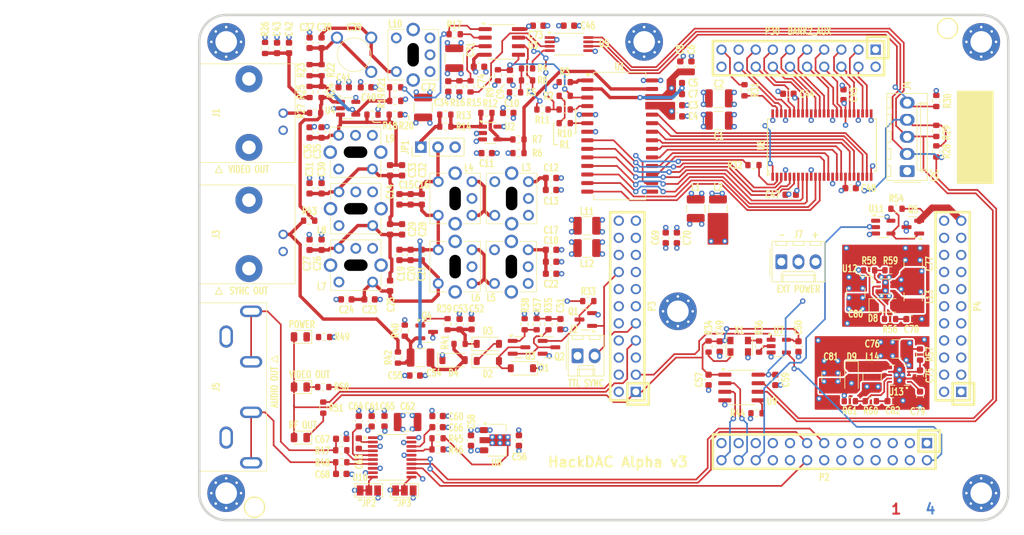
<source format=kicad_pcb>
(kicad_pcb (version 20240108) (generator "pcbnew") (generator_version "8.0")
  (layers (0 "F.Cu" signal) (1 "In1.Cu" signal) (2 "In2.Cu" signal) (31 "B.Cu" signal) (34 "B.Paste" user) (35 "F.Paste" user) (36 "B.SilkS" user "B.Silkscreen") (37 "F.SilkS" user "F.Silkscreen") (38 "B.Mask" user) (39 "F.Mask" user) (44 "Edge.Cuts" user))
  (property "COPYRIGHT" "Copyright 2024 Matt Millman")
  (property "DATE" "2024-06-13")
  (property "LICENSE" "Licensed under the CERN-OHL-P v2")
  (property "TITLE" "HackDAC Alpha")
  (property "VERSION" "3")
  (net 0 "")
  (net 1 "+3.3V_HACKRF")
  (net 2 "+5V")
  (net 3 "Net-(JP1-C)")
  (net 4 "-5VA")
  (net 5 "+5VA")
  (net 6 "+3.3VDAC")
  (net 7 "VIN")
  (net 8 "Net-(D9-K)")
  (net 9 "/video/ADAC+")
  (net 10 "-5V")
  (net 11 "GND")
  (net 12 "Net-(D1-A)")
  (net 13 "Net-(D2-K)")
  (net 14 "DA_SCL")
  (net 15 "DA_SDA")
  (net 16 "Net-(JP1-A)")
  (net 17 "Net-(JP2-C)")
  (net 18 "Net-(JP3-C)")
  (net 19 "/video-misc/LCLK")
  (net 20 "/video-misc/LAD15")
  (net 21 "/video-misc/LAD14")
  (net 22 "/video-misc/LAD13")
  (net 23 "/video-misc/LAD12")
  (net 24 "/video-misc/LAD11")
  (net 25 "/video-misc/LAD10")
  (net 26 "/video-misc/LAD9")
  (net 27 "/video-misc/LAD8")
  (net 28 "/video-misc/LAD7")
  (net 29 "/video-misc/LAD6")
  (net 30 "/video-misc/LAD5")
  (net 31 "/video-misc/LAD4")
  (net 32 "/video-misc/LAD3")
  (net 33 "/video-misc/LAD2")
  (net 34 "/video-misc/LAD1")
  (net 35 "Net-(D6-K)")
  (net 37 "/power/VBUS")
  (net 38 "/audio/I2S_SDA")
  (net 39 "/audio/I2S_WS")
  (net 40 "/audio/I2S_SCK")
  (net 41 "/audio/SDA")
  (net 42 "/audio/SCL")
  (net 43 "Net-(R4-Pad2)")
  (net 44 "GAIN_ADJ")
  (net 45 "OFFSET_ADJ")
  (net 46 "DAC_CLK")
  (net 47 "PWR_EN")
  (net 48 "AD1")
  (net 49 "AD2")
  (net 50 "AD3")
  (net 51 "AD4")
  (net 52 "AD5")
  (net 53 "AD6")
  (net 54 "AD7")
  (net 55 "AD8")
  (net 56 "AD9")
  (net 57 "AD10")
  (net 58 "AD11")
  (net 59 "AD12")
  (net 60 "AD13")
  (net 61 "AD14")
  (net 62 "AD15")
  (net 64 "DA_HVC")
  (net 65 "LSYNC")
  (net 66 "VIDEO")
  (net 67 "Net-(D7-K)")
  (net 68 "TCXO_CLK")
  (net 69 "/power/VIDEO_OUT_LED")
  (net 70 "Net-(X1-OUT)")
  (net 71 "Net-(X1-EN)")
  (net 72 "/video/ADAC-")
  (net 73 "Net-(U1-NR)")
  (net 74 "Net-(U1-REF_OUT)")
  (net 75 "Net-(C12-Pad1)")
  (net 76 "Net-(C14-Pad2)")
  (net 77 "Net-(C17-Pad1)")
  (net 78 "Net-(C19-Pad2)")
  (net 79 "Net-(C25-Pad2)")
  (net 80 "Net-(C28-Pad2)")
  (net 81 "Net-(U4-+)")
  (net 82 "Net-(U3A-+)")
  (net 83 "Net-(C37-Pad1)")
  (net 84 "Net-(C38-Pad2)")
  (net 85 "Net-(C42-Pad1)")
  (net 86 "Net-(D3-K)")
  (net 87 "Net-(D4-A)")
  (net 88 "/power/RF_OUT_LED")
  (net 89 "Net-(D5-K)")
  (net 90 "Net-(J1-In)")
  (net 91 "Net-(L3-Pad1)")
  (net 92 "Net-(L5-Pad1)")
  (net 114 "Net-(U6-1A1)")
  (net 117 "Net-(U6-1B1)")
  (net 118 "Net-(Q4-E)")
  (net 121 "Net-(J5-IN2)")
  (net 122 "Net-(J5-IN1)")
  (net 131 "Net-(U12-COMP)")
  (net 134 "TCXO_ENABLE")
  (net 136 "Net-(J3-In)")
  (net 137 "Net-(Q1-D)")
  (net 139 "Net-(Q3-B)")
  (net 141 "Net-(U1-REF_IN)")
  (net 142 "Net-(R1-Pad2)")
  (net 143 "Net-(U1-IOUTA)")
  (net 144 "Net-(U1-IOUTB)")
  (net 145 "Net-(U2--)")
  (net 146 "Net-(U3B--)")
  (net 147 "Net-(R10-Pad2)")
  (net 148 "Net-(U1-REF_ADJ)")
  (net 149 "Net-(R12-Pad2)")
  (net 150 "Net-(U3A--)")
  (net 151 "Net-(R17-Pad2)")
  (net 152 "Net-(U4--)")
  (net 162 "Net-(D8-A)")
  (net 163 "Net-(Q2-C)")
  (net 164 "Net-(Q4-B)")
  (net 165 "Net-(R36-Pad2)")
  (net 166 "Net-(U12-FB)")
  (net 167 "Net-(U10-CAPP)")
  (net 168 "Net-(U10-CAPM)")
  (net 169 "Net-(U10-VNEG)")
  (net 170 "Net-(U10-LDOO)")
  (net 171 "Net-(U13-EN)")
  (net 172 "Net-(U13-COMP)")
  (net 173 "Net-(U13-VREF)")
  (net 174 "Net-(Q5-G)")
  (net 175 "Net-(U10-XSMT)")
  (net 176 "Net-(U10-OUTL)")
  (net 177 "Net-(U10-OUTR)")
  (net 178 "Net-(U13-FB)")
  (net 179 "Net-(U9-EN)")
  (net 180 "Net-(C78-Pad1)")
  (footprint "Diode_SMD:D_SOD-123" (layer "F.Cu") (at 176.469 117.542 -90)
    (property "Reference" "D9")
    (property "Value" "MBR0540T1")
  )
  (footprint "LED_SMD:LED_0805_2012Metric" (layer "F.Cu") (at 94.71 111.55 180)
    (property "Reference" "D5" (hide yes))
    (property "Value" "POWER")
  )
  (footprint "Resistor_SMD:R_0603_1608Metric" (layer "F.Cu") (at 162.375 122.888)
    (property "Reference" "R44")
    (property "Value" "NF")
  )
  (footprint "Capacitor_SMD:C_0603_1608Metric" (layer "F.Cu") (at 111.064 91.125 -90)
    (property "Reference" "C15")
    (property "Value" "NF")
  )
  (footprint "Package_SO:SOIC-8_3.9x4.9mm_P1.27mm" (layer "F.Cu") (at 160.151 119.065)
    (property "Reference" "U9")
    (property "Value" "TCA9517D")
  )
  (footprint "Package_TO_SOT_SMD:SOT-23" (layer "F.Cu") (at 137.0505 108.971 180)
    (property "Reference" "Q1")
    (property "Value" "2N7002")
  )
  (footprint "Resistor_SMD:R_0603_1608Metric" (layer "F.Cu") (at 133.924 79.822 180)
    (property "Reference" "R1")
    (property "Value" "470")
  )
  (footprint "Resistor_SMD:R_0603_1608Metric" (layer "F.Cu") (at 160.594 74.932 -90)
    (property "Reference" "R31")
    (property "Value" "39")
  )
  (footprint "Resistor_SMD:R_0603_1608Metric" (layer "F.Cu") (at 96.904 78.298 180)
    (property "Reference" "R27")
    (property "Value" "75")
  )
  (footprint "Capacitor_SMD:C_0603_1608Metric" (layer "F.Cu") (at 151.069 71.427 90)
    (property "Reference" "C8")
    (property "Value" "100n")
  )
  (footprint "Capacitor_SMD:C_0603_1608Metric" (layer "F.Cu") (at 109.794 95.583 90)
    (property "Reference" "C29")
    (property "Value" "270p")
  )
  (footprint "Capacitor_SMD:C_0603_1608Metric" (layer "F.Cu") (at 150.561 77.155 180)
    (property "Reference" "C3")
    (property "Value" "100n")
  )
  (footprint "Resistor_SMD:R_0603_1608Metric" (layer "F.Cu") (at 108.778 74.488 180)
    (property "Reference" "R21")
    (property "Value" "470")
  )
  (footprint "Resistor_SMD:R_0603_1608Metric" (layer "F.Cu") (at 189.042 80.965 -90)
    (property "Reference" "R29")
    (property "Value" "2k2")
  )
  (footprint "NEOSID_7MM:NEOSID_7MM" (layer "F.Cu") (at 117.668 101.118 180)
    (property "Reference" "L6")
    (property "Value" "09770")
  )
  (footprint "Capacitor_SMD:C_1210_3225Metric" (layer "F.Cu") (at 183.151 113.346 180)
    (property "Reference" "C76")
    (property "Value" "10u")
  )
  (footprint "Capacitor_SMD:C_0603_1608Metric" (layer "F.Cu") (at 182.578 121.093)
    (property "Reference" "C82")
    (property "Value" "220n")
  )
  (footprint "Package_TO_SOT_SMD:SOT-23" (layer "F.Cu") (at 131.5895 113.096)
    (property "Reference" "Q2")
    (property "Value" "BC847")
  )
  (footprint "Resistor_SMD:R_0603_1608Metric" (layer "F.Cu") (at 97.856 75.187 -90)
    (property "Reference" "R24")
    (property "Value" "330")
  )
  (footprint "Connector_Molex:Molex_KK-254_AE-6410-02A_1x02_P2.54mm_Vertical" (layer "F.Cu") (at 135.829 114.366)
    (property "Reference" "J2")
    (property "Value" "TTL SYNC")
  )
  (footprint "Capacitor_SMD:C_0603_1608Metric" (layer "F.Cu") (at 186.629 117.296 -90)
    (property "Reference" "C75")
    (property "Value" "100n")
  )
  (footprint "Package_SO:TSSOP-20_4.4x6.5mm_P0.65mm" (layer "F.Cu") (at 108.3285 129.438)
    (property "Reference" "U10")
    (property "Value" "PCM5102")
  )
  (footprint "Capacitor_SMD:C_1210_3225Metric" (layer "F.Cu") (at 156.784 76.139 180)
    (property "Reference" "C2")
    (property "Value" "33u")
  )
  (footprint "Capacitor_SMD:C_0603_1608Metric" (layer "F.Cu") (at 109.413 99.38 -90)
    (property "Reference" "C19")
    (property "Value" "NF")
  )
  (footprint "Capacitor_SMD:C_0603_1608Metric" (layer "F.Cu") (at 97.856 81.206 90)
    (property "Reference" "C35")
    (property "Value" "180p")
  )
  (footprint "Capacitor_SMD:C_0603_1608Metric" (layer "F.Cu") (at 93.03 68.646 90)
    (property "Reference" "C42")
    (property "Value" "1n")
  )
  (footprint "Resistor_SMD:R_0603_1608Metric" (layer "F.Cu") (at 182.247 101.666)
    (property "Reference" "R59")
    (property "Value" "10k")
  )
  (footprint "Capacitor_SMD:C_0603_1608Metric" (layer "F.Cu") (at 96.078 89.487 90)
    (property "Reference" "C31")
    (property "Value" "NF")
  )
  (footprint "Capacitor_SMD:C_0603_1608Metric" (layer "F.Cu") (at 134.546 65.344)
    (property "Reference" "C46")
    (property "Value" "100n")
  )
  (footprint "Capacitor_SMD:C_0603_1608Metric" (layer "F.Cu") (at 105.286 124.076 90)
    (property "Reference" "C61")
    (property "Value" "100n")
  )
  (footprint "Resistor_SMD:R_0603_1608Metric" (layer "F.Cu") (at 176.215 121.093 180)
    (property "Reference" "R61")
    (property "Value" "619k")
  )
  (footprint "Capacitor_SMD:C_0603_1608Metric" (layer "F.Cu") (at 150.548 73.853 180)
    (property "Reference" "C5")
    (property "Value" "100n")
  )
  (footprint "Connector_Molex:Molex_KK-254_AE-6410-05A_1x05_P2.54mm_Vertical" (layer "F.Cu") (at 184.724 86.934 90)
    (property "Reference" "J4")
    (property "Value" "I2C")
  )
  (footprint "Resistor_SMD:R_0603_1608Metric" (layer "F.Cu") (at 115.065 128.254)
    (property "Reference" "R46")
    (property "Value" "22k")
  )
  (footprint "Package_TO_SOT_SMD:SOT-23-5" (layer "F.Cu") (at 165.677 112.921)
    (property "Reference" "U7")
    (property "Value" "74LVC1G125")
  )
  (footprint "Resistor_SMD:R_0603_1608Metric" (layer "F.Cu") (at 116.5504 109.667 -90)
    (property "Reference" "R39")
    (property "Value" "47")
  )
  (footprint "hackrf:GSG-HEADER-2x11" (layer "F.Cu") (at 191.47 106.9998 90)
    (property "Reference" "P4")
    (property "Value" "P20" (hide yes))
  )
  (footprint "Resistor_SMD:R_0603_1608Metric" (layer "F.Cu") (at 183.137 92.522)
    (property "Reference" "R54")
    (property "Value" "10k")
  )
  (footprint "Capacitor_SMD:C_1210_3225Metric" (layer "F.Cu") (at 177.104 105.046 90)
    (property "Reference" "C80")
    (property "Value" "33u")
  )
  (footprint "Resistor_SMD:R_0603_1608Metric" (layer "F.Cu") (at 98.11 122.049 -90)
    (property "Reference" "R51")
    (property "Value" "100")
  )
  (footprint "Capacitor_SMD:C_0603_1608Metric" (layer "F.Cu") (at 186.629 120.445 -90)
    (property "Reference" "C79")
    (property "Value" "4n7")
  )
  (footprint "Capacitor_SMD:C_0603_1608Metric" (layer "F.Cu") (at 100.777 131.892)
    (property "Reference" "C68")
    (property "Value" "2n2")
  )
  (footprint "Capacitor_SMD:C_0603_1608Metric" (layer "F.Cu") (at 108.016 103.965 90)
    (property "Reference" "C25")
    (property "Value" "56p")
  )
  (footprint "Capacitor_SMD:C_0603_1608Metric" (layer "F.Cu") (at 111.064 99.38 -90)
    (property "Reference" "C20")
    (property "Value" "NF")
  )
  (footprint "Resistor_SMD:R_0603_1608Metric" (layer "F.Cu") (at 105.413 78.552)
    (property "Reference" "R18")
    (property "Value" "100")
  )
  (footprint "Capacitor_SMD:C_0603_1608Metric" (layer "F.Cu") (at 152.72 71.427 90)
    (property "Reference" "C6")
    (property "Value" "100n")
  )
  (footprint "Resistor_SMD:R_0603_1608Metric" (layer "F.Cu") (at 126.558 75.25)
    (property "Reference" "R5")
    (property "Value" "NF")
  )
  (footprint "Capacitor_SMD:C_0603_1608Metric" (layer "F.Cu") (at 122.354 84.267 180)
    (property "Reference" "C11")
    (property "Value" "100n")
  )
  (footprint "Capacitor_SMD:C_0603_1608Metric" (layer "F.Cu") (at 131.905 102.174)
    (property "Reference" "C22")
    (property "Value" "NF")
  )
  (footprint "Capacitor_SMD:C_0603_1608Metric" (layer "F.Cu") (at 103.381 127.378 -90)
    (property "Reference" "C63")
    (property "Value" "2u2")
  )
  (footprint "Capacitor_SMD:C_0603_1608Metric" (layer "F.Cu") (at 167.439 90.4392 180)
    (property "Reference" "C47")
    (property "Value" "100n")
  )
  (footprint "Capacitor_SMD:C_0603_1608Metric" (layer "F.Cu") (at 175.2752 75.5926 90)
    (property "Reference" "C45")
    (property "Value" "100n")
  )
  (footprint "Resistor_SMD:R_0603_1608Metric" (layer "F.Cu") (at 130.622 77.79)
    (property "Reference" "R11")
    (property "Value" "3k3")
  )
  (footprint "Capacitor_SMD:C_0603_1608Metric" (layer "F.Cu") (at 96.078 81.206 90)
    (property "Reference" "C36")
    (property "Value" "NF")
  )
  (footprint "Capacitor_SMD:C_0603_1608Metric" (layer "F.Cu") (at 91.252 68.646 90)
    (property "Reference" "C43")
    (property "Value" "NF")
  )
  (footprint "Resistor_SMD:R_0603_1608Metric" (layer "F.Cu") (at 98.11 119 180)
    (property "Reference" "R50")
    (property "Value" "100")
  )
  (footprint "Capacitor_SMD:C_0603_1608Metric" (layer "F.Cu") (at 115.065 124.952)
    (property "Reference" "C66")
    (property "Value" "100n")
  )
  (footprint "Inductor_SMD:L_1210_3225Metric" (layer "F.Cu") (at 179.517 117.54 90)
    (property "Reference" "L14")
    (property "Value" "4u7")
  )
  (footprint "Resistor_SMD:R_0603_1608Metric" (layer "F.Cu") (at 137.417 106.238)
    (property "Reference" "R33")
    (property "Value" "10k")
  )
  (footprint "Capacitor_SMD:C_0603_1608Metric" (layer "F.Cu") (at 101.526 105.984 180)
    (property "Reference" "C24")
    (property "Value" "NF")
  )
  (footprint "Resistor_SMD:R_0603_1608Metric" (layer "F.Cu") (at 127.066 84.267 180)
    (property "Reference" "R6")
    (property "Value" "68")
  )
  (footprint "Jumper:SolderJumper-3_P1.3mm_Bridged12_Pad1.0x1.5mm" (layer "F.Cu") (at 104.875 134.35)
    (property "Reference" "JP2")
    (property "Value" "DE EMPHASIS")
  )
  (footprint "Capacitor_SMD:C_0603_1608Metric" (layer "F.Cu") (at 131.892 87.95)
    (property "Reference" "C12")
    (property "Value" "1n5")
  )
  (footprint "Capacitor_SMD:C_0603_1608Metric" (layer "F.Cu") (at 150.561 78.806 180)
    (property "Reference" "C4")
    (property "Value" "100n")
  )
  (footprint "Capacitor_SMD:C_0603_1608Metric" (layer "F.Cu") (at 129.987 65.344)
    (property "Reference" "C73")
    (property "Value" "100n")
  )
  (footprint "Capacitor_SMD:C_0603_1608Metric" (layer "F.Cu") (at 96.078 67.884 90)
    (property "Reference" "C37")
    (property "Value" "4p7")
  )
  (footprint "Capacitor_SMD:C_0603_1608Metric" (layer "F.Cu") (at 107.191 124.063 90)
    (property "Reference" "C65")
    (property "Value" "100n")
  )
  (footprint "Capacitor_SMD:C_0603_1608Metric" (layer "F.Cu") (at 109.413 91.125 -90)
    (property "Reference" "C14")
    (property "Value" "NF")
  )
  (footprint "Diode_SMD:D_SOD-123" (layer "F.Cu") (at 117.4394 115.001)
    (property "Reference" "D4")
    (property "Value" "1N4148")
  )
  (footprint "LED_SMD:LED_0805_2012Metric" (layer "F.Cu") (at 94.71 119 180)
    (property "Reference" "D6" (hide yes))
    (property "Value" "VIDEO OUT")
  )
  (footprint "Capacitor_SMD:C_0603_1608Metric" (layer "F.Cu") (at 167.0964 75.4532 180)
    (property "Reference" "C44")
    (property "Value" "100n")
  )
  (footprint "Resistor_SMD:R_0603_1608Metric" (layer "F.Cu") (at 133.924 73.726 180)
    (property "Reference" "R3")
    (property "Value" "33")
  )
  (footprint "NEOSID_7MM:NEOSID_7MM" (layer "F.Cu") (at 126.05 90.998 180)
    (property "Reference" "L3")
    (property "Value" "09760")
  )
  (footprint "Diode_SMD:D_SOD-123" (layer "F.Cu") (at 181.423 106.873)
    (property "Reference" "D8")
    (property "Value" "MBR0540T1")
  )
  (footprint "Inductor_SMD:L_1210_3225Metric" (layer "F.Cu") (at 153.355 92.522 90)
    (property "Reference" "L1")
    (property "Value" "5u6")
  )
  (footprint "Package_TO_SOT_SMD:SOT-23" (layer "F.Cu") (at 185.5645 95.25 180)
    (property "Reference" "Q5")
    (property "Value" "IRLML2244")
  )
  (footprint "Resistor_SMD:R_0603_1608Metric" (layer "F.Cu") (at 119.954 74.361 90)
    (property "Reference" "R15")
    (property "Value" "10")
  )
  (footprint "Resistor_SMD:R_0603_1608Metric" (layer "F.Cu") (at 189.042 76.52 90)
    (property "Reference" "R30")
    (property "Value" "10k")
  )
  (footprint "GSG-MARK1MM" (layer "F.Cu") (at 87.91 136.845)
    (property "Reference" "FID2" (hide yes))
    (property "Value" "FIDUCIAL" (hide yes))
  )
  (footprint "Capacitor_SMD:C_0603_1608Metric" (layer "F.Cu") (at 127.1295 126.939 90)
    (property "Reference" "C56")
    (property "Value" "2u2")
  )
  (footprint "Resistor_SMD:R_0603_1608Metric" (layer "F.Cu") (at 115.065 126.603 180)
    (property "Reference" "R45")
    (property "Value" "10k")
  )
  (footprint "Capacitor_SMD:C_0603_1608Metric" (layer "F.Cu") (at 108.016 95.583 90)
    (property "Reference" "C28")
    (property "Value" "NF")
  )
  (footprint "Capacitor_SMD:C_0603_1608Metric" (layer "F.Cu") (at 104.447 74.488 180)
    (property "Reference" "C40")
    (property "Value" "100n")
  )
  (footprint "PJRAN2X1U01X:PJRAN2X1U01X" (layer "F.Cu") (at 79.71 119 -90)
    (property "Reference" "J5" (hide yes))
    (property "Value" "AUDIO OUT")
  )
  (footprint "Resistor_SMD:R_0603_1608Metric" (layer "F.Cu") (at 98.237 111.572)
    (property "Reference" "R49")
    (property "Value" "100")
  )
  (footprint "Capacitor_SMD:C_0603_1608Metric" (layer "F.Cu") (at 155.263 117.935 -90)
    (property "Reference" "C57")
    (property "Value" "100n")
  )
  (footprint "Package_TO_SOT_SMD:SOT-89-3" (layer "F.Cu") (at 123.8915 126.888)
    (property "Reference" "U8")
    (property "Value" "MCP1700T-3302E/MB")
  )
  (footprint "Resistor_SMD:R_0603_1608Metric" (layer "F.Cu") (at 155.263 112.982 -90)
    (property "Reference" "R34")
    (property "Value" "10k")
  )
  (footprint "hackrf:GSG-HOLE126MIL-COPPER" (layer "F.Cu") (at 83.71 134.7498)
    (property "Reference" "J9" (hide yes))
    (property "Value" "HOLE" (hide yes))
  )
  (footprint "Capacitor_SMD:C_0603_1608Metric" (layer "F.Cu") (at 101.145 74.488)
    (property "Reference" "C41")
    (property "Value" "100n")
  )
  (footprint "Capacitor_SMD:C_0603_1608Metric" (layer "F.Cu") (at 125.796 72.71 -90)
    (property "Reference" "C9")
    (property "Value" "100n")
  )
  (footprint "hackrf:GSG-HOLE126MIL-COPPER" (layer "F.Cu") (at 150.71 107.7498)
    (property "Reference" "J11" (hide yes))
    (property "Value" "HOLE" (hide yes))
  )
  (footprint "Package_TO_SOT_SMD:SOT-23" (layer "F.Cu") (at 127.1445 113.096)
    (property "Reference" "Q3")
    (property "Value" "BC857")
  )
  (footprint "NEOSID_7MM:NEOSID_7MM" (layer "F.Cu") (at 102.936 100.904 -90)
    (property "Reference" "L7")
    (property "Value" "09750")
  )
  (footprint "Oscillator:Oscillator_SMD_EuroQuartz_XO32-4Pin_3.2x2.5mm" (layer "F.Cu") (at 159.805 112.943 90)
    (property "Reference" "X1")
    (property "Value" "ECS-TXO-3225-270-TR")
  )
  (footprint "Resistor_SMD:R_0603_1608Metric" (layer "F.Cu") (at 133.924 77.79 180)
    (property "Reference" "R10")
    (property "Value" "100")
  )
  (footprint "NEOSID_7MM:NEOSID_7MM" (layer "F.Cu") (at 126.01 101.118 180)
    (property "Reference" "L5")
    (property "Value" "09760")
  )
  (footprint "Resistor_SMD:R_0603_1608Metric" (layer "F.Cu") (at 96.078 75.187 -90)
    (property "Reference" "R25")
    (property "Value" "220")
  )
  (footprint "hackrf:GSG-HEADER-2x10" (layer "F.Cu") (at 168.61 70.1698 180)
    (property "Reference" "P1" (hide yes))
    (property "Value" "BANK2_AUX" (hide yes))
  )
  (footprint "Package_SO:SOIC-28W_7.5x18.7mm_P1.27mm" (layer "F.Cu") (at 142.078 81.727)
    (property "Reference" "U1")
    (property "Value" "AD768")
  )
  (footprint "Resistor_SMD:R_0603_1608Metric" (layer "F.Cu") (at 124.018 72.71 -90)
    (property "Reference" "R9")
    (property "Value" "10k")
  )
  (footprint "Resistor_SMD:R_0603_1608Metric" (layer "F.Cu") (at 182.184 108.905 180)
    (property "Reference" "R56")
    (property "Value" "4k99")
  )
  (footprint "Resistor_SMD:R_0603_1608Metric" (layer "F.Cu") (at 116.208 78.552 180)
    (property "Reference" "R13")
    (property "Value" "100")
  )
  (footprint "NEOSID_7MM:NEOSID_7MM" (layer "F.Cu") (at 111.445 69.662 180)
    (property "Reference" "L10")
    (property "Value" "09500")
  )
  (footprint "Resistor_SMD:R_0603_1608Metric" (layer "F.Cu") (at 108.715 78.552)
    (property "Reference" "R20")
    (property "Value" "100")
  )
  (footprint "Inductor_SMD:L_1210_3225Metric" (layer "F.Cu") (at 185.613 105.6 -90)
    (property "Reference" "L13")
    (property "Value" "10u")
  )
  (footprint "Capacitor_SMD:C_0603_1608Metric" (layer "F.Cu") (at 120.1064 109.667 90)
    (property "Reference" "C52")
    (property "Value" "82p")
  )
  (footprint "Capacitor_SMD:C_0603_1608Metric" (layer "F.Cu") (at 112.715 91.125 -90)
    (property "Reference" "C16")
    (property "Value" "270p")
  )
  (footprint "Capacitor_SMD:C_0603_1608Metric" (layer "F.Cu") (at 96.078 97.869 90)
    (property "Reference" "C27")
    (property "Value" "NF")
  )
  (footprint "Capacitor_SMD:C_1210_3225Metric" (layer "F.Cu") (at 112.5354 114.62)
    (property "Reference" "C54")
    (property "Value" "33u")
  )
  (footprint "Capacitor_SMD:C_0603_1608Metric" (layer "F.Cu") (at 150.548 75.504)
    (property "Reference" "C7")
    (property "Value" "100n")
  )
  (footprint "Resistor_SMD:R_0603_1608Metric" (layer "F.Cu") (at 179.327 121.093 180)
    (property "Reference" "R60")
    (property "Value" "150k")
  )
  (footprint "Capacitor_SMD:C_0603_1608Metric" (layer "F.Cu") (at 168.598 112.982 -90)
    (property "Reference" "C50")
    (property "Value" "100n")
  )
  (footprint "MOLEX_73101:731010120" (layer "F.Cu") (at 79.71 96.33 90)
    (property "Reference" "J3")
    (property "Value" "SYNC OUT")
  )
  (footprint "Capacitor_SMD:C_1210_3225Metric" (layer "F.Cu") (at 185.613 100.699 90)
    (property "Reference" "C77")
    (property "Value" "10u")
  )
  (footprint "Capacitor_SMD:C_0603_1608Metric" (layer "F.Cu") (at 120.0175 126.939 90)
    (property "Reference" "C58")
    (property "Value" "2u2")
  )
  (footprint "Capacitor_SMD:C_1210_3225Metric" (layer "F.Cu") (at 110.62 124.19)
    (property "Reference" "C62")
    (property "Value" "10uF")
  )
  (footprint "TPS63700DRCT:VREG_V62_16624-01YE" (layer "F.Cu") (at 183.581 117.228 180)
    (property "Reference" "U13")
    (property "Value" "TPS63700DRCT")
  )
  (footprint "Resistor_SMD:R_0603_1608Metric" (layer "F.Cu") (at 117.605 66.614 180)
    (property "Reference" "R17")
    (property "Value" "1k")
  )
  (footprint "Capacitor_SMD:C_0603_1608Metric" (layer "F.Cu") (at 150.561 96.84 -90)
    (property "Reference" "C70")
    (property "Value" "100n")
  )
  (footprint "Resistor_SMD:R_0603_1608Metric" (layer "F.Cu") (at 128.336 71.694 180)
    (property "Reference" "R4")
    (property "Value" "330")
  )
  (footprint "Package_SO:TSSOP-8_4.4x3mm_P0.65mm" (layer "F.Cu") (at 134.56 68.075)
    (property "Reference" "U5")
    (property "Value" "MCP47FEB22A1-E/ST")
  )
  (footprint "Connector_Molex:Molex_KK-254_AE-6410-03A_1x03_P2.54mm_Vertical" (layer "F.Cu") (at 166.055 100.396)
    (property "Reference" "J7")
    (property "Value" "EXT POWER")
  )
  (footprint "Capacitor_SMD:C_0603_1608Metric" (layer "F.Cu") (at 97.856 97.869 90)
    (property "Reference" "C26")
    (property "Value" "620p")
  )
  (footprint "Resistor_SMD:R_0603_1608Metric" (layer "F.Cu") (at 162.756 112.982 -90)
    (property "Reference" "R36")
    (property "Value" "39")
  )
  (footprint "Resistor_SMD:R_0603_1608Metric" (layer "F.Cu") (at 131.511 109.667 -90)
    (property "Reference" "R35")
    (property "Value" "220")
  )
  (footprint "Capacitor_SMD:C_0603_1608Metric" (layer "F.Cu") (at 111.686 117.287)
    (property "Reference" "C55")
    (property "Value" "100n")
  )
  (footprint "Capacitor_SMD:C_1210_3225Metric" (layer "F.Cu") (at 112.92 77.487 -90)
    (property "Reference" "C72")
    (property "Value" "33u")
  )
  (footprint "Capacitor_SMD:C_0603_1608Metric" (layer "F.Cu") (at 156.914 112.982 -90)
    (property "Reference" "C49")
    (property "Value" "100n")
  )
  (footprint "Package_TO_SOT_SMD:SOT-23-5" (layer "F.Cu") (at 181.1735 95.25)
    (property "Reference" "U11")
    (property "Value" "74LVC1G07")
  )
  (footprint "Capacitor_SMD:C_0603_1608Metric" (layer "F.Cu") (at 133.289 109.667 -90)
    (property "Reference" "C51")
    (property "Value" "100n")
  )
  (footprint "Resistor_SMD:R_0603_1608Metric" (layer "F.Cu") (at 128.336 73.472)
    (property "Reference" "R8")
    (property "Value" "3k9")
  )
  (footprint "Package_TO_SOT_SMD:SOT-23-5" (layer "F.Cu") (at 122.8695 81.28)
    (property "Reference" "U2")
    (property "Value" "MAX4104")
  )
  (footprint "Capacitor_SMD:C_0603_1608Metric" (layer "F.Cu") (at 116.652 74.361 -90)
    (property "Reference" "C34")
    (property "Value" "100n")
  )
  (footprint "Resistor_SMD:R_0603_1608Metric" (layer "F.Cu") (at 89.474 68.646 90)
    (property "Reference" "R26")
    (property "Value" "75")
  )
  (footprint "Capacitor_SMD:C_0603_1608Metric" (layer "F.Cu") (at 103.381 124.063 90)
    (property "Reference" "C64")
    (property "Value" "2u2")
  )
  (footprint "NEOSID_7MM:NEOSID_7MM" (layer "F.Cu") (at 117.668 90.998 180)
    (property "Reference" "L4")
    (property "Value" "09510")
  )
  (footprint "MOLEX_73101:731010120" (layer "F.Cu") (at 79.71 78.33 90)
    (property "Reference" "J1")
    (property "Value" "VIDEO OUT")
  )
  (footprint "Capacitor_SMD:C_0603_1608Metric" (layer "F.Cu") (at 131.905 98.618)
    (property "Reference" "C17")
    (property "Value" "3n9")
  )
  (footprint "Capacitor_SMD:C_0603_1608Metric" (layer "F.Cu") (at 165.166 117.935 -90)
    (property "Reference" "C59")
    (property "Value" "100n")
  )
  (footprint "Diode_SMD:D_SOD-123" (layer "F.Cu") (at 122.5204 115.128)
    (property "Reference" "D2")
    (property "Value" "1N4148")
  )
  (footprint "Resistor_SMD:R_0603_1608Metric" (layer "F.Cu") (at 96.078 71.948 90)
    (property "Reference" "R23")
    (property "Value" "NF")
  )
  (footprint "Resistor_SMD:R_0603_1608Metric" (layer "F.Cu") (at 129.7584 109.667 -90)
    (property "Reference" "R37")
    (property "Value" "1k5")
  )
  (footprint "hackrf:GSG-HEADER-2x13" (layer "F.Cu") (at 172.42 128.5898 180)
    (property "Reference" "P2")
    (property "Value" "P22" (hide yes))
  )
  (footprint "Resistor_SMD:R_0603_1608Metric" (layer "F.Cu") (at 110.2004 110.62 -90)
    (property "Reference" "R40")
    (property "Value" "470")
  )
  (footprint "Package_TO_SOT_SMD:SOT-23-5" (layer "F.Cu") (at 101.7985 77.602)
    (property "Reference" "U4")
    (property "Value" "MAX4104")
  )
  (footprint "Connector_PinHeader_2.54mm:PinHeader_1x03_P2.54mm_Vertical" (layer "F.Cu") (at 112.588 83.378 90)
    (property "Reference" "JP1")
    (property "Value" "TEST")
  )
  (footprint "Package_TO_SOT_SMD:SOT-23" (layer "F.Cu") (at 113.4539 110.81)
    (property "Reference" "Q4")
    (property "Value" "BC857")
  )
  (footprint "Package_SO:SSOP-48_7.5x15.9mm_P0.635mm" (layer "F.Cu") (at 172.0748 83.0732 90)
    (property "Reference" "U6")
    (property "Value" "74LVCH16T245")
  )
  (footprint "Resistor_SMD:R_0603_1608Metric" (layer "F.Cu") (at 133.924 75.758)
    (property "Reference" "R2")
    (property "Value" "33")
  )
  (footprint "Resistor_SMD:R_0603_1608Metric" (layer "F.Cu") (at 161.927 86.045 180)
    (property "Reference" "R32")
    (property "Value" "39")
  )
  (footprint "Capacitor_SMD:C_0603_1608Metric" (layer "F.Cu") (at 109.794 86.82 90)
    (property "Reference" "C32")
    (property "Value" "NF")
  )
  (footprint "hackrf:GSG-HOLE126MIL-COPPER" (layer "F.Cu") (at 145.71 67.7498)
    (property "Reference" "J10" (hide yes))
    (property "Value" "HOLE" (hide yes))
  )
  (footprint "Inductor_SMD:L_1210_3225Metric" (layer "F.Cu") (at 137.226 98.364 180)
    (property "Reference" "L12")
    (property "Value" "5u6")
  )
  (footprint "Capacitor_SMD:C_0603_1608Metric" (layer "F.Cu") (at 148.91 96.84 -90)
    (property "Reference" "C69")
    (property "Value" "100n")
  )
  (footprint "hackrf:GSG-HEADER-2x11" (layer "F.Cu") (at 143.21 106.9998 90)
    (property "Reference" "P3")
    (property "Value" "P28" (hide yes))
  )
  (footprint "Resistor_SMD:R_0603_1608Metric" (layer "F.Cu") (at 186.629 114.172 90)
    (property "Reference" "R57")
    (property "Value" "10")
  )
  (footprint "Capacitor_SMD:C_0603_1608Metric" (layer "F.Cu") (at 97.856 89.487 90)
    (property "Reference" "C30")
    (property "Value" "680p")
  )
  (footprint "NEOSID_7MM:NEOSID_7MM" (layer "F.Cu") (at 102.896 84.126 -90)
    (property "Reference" "L9")
    (property "Value" "09750")
  )
  (footprint "Inductor_SMD:L_1210_3225Metric" (layer "F.Cu") (at 137.226 95.05 180)
    (property "Reference" "L11")
    (property "Value" "5u6")
  )
  (footprint "Capacitor_SMD:C_0603_1608Metric" (layer "F.Cu") (at 131.892 89.728)
    (property "Reference" "C13")
    (property "Value" "NF")
  )
  (footprint "Resistor_SMD:R_0603_1608Metric" (layer "F.Cu") (at 127.066 82.235 180)
    (property "Reference" "R7")
    (property "Value" "75")
  )
  (footprint "Capacitor_SMD:C_0603_1608Metric" (layer "F.Cu") (at 131.905 100.396)
    (property "Reference" "C18")
    (property "Value" "NF")
  )
  (footprint "Capacitor_SMD:C_0603_1608Metric" (layer "F.Cu") (at 112.715 99.38 -90)
    (property "Reference" "C21")
    (property "Value" "300p")
  )
  (footprint "Capacitor_SMD:C_0603_1608Metric" (layer "F.Cu") (at 100.778 126.685)
    (property "Reference" "C67")
    (property "Value" "2n2")
  )
  (footprint "Resistor_SMD:R_0603_1608Metric" (layer "F.Cu") (at 189.042 84.013 -90)
    (property "Reference" "R28")
    (property "Value" "2k2")
  )
  (footprint "TPS61170DRVR:SON65P200X200X80-7N" (layer "F.Cu") (at 181.5 104.079)
    (property "Reference" "U12")
    (property "Value" "TPS61170DRVR")
  )
  (footprint "Resistor_SMD:R_0603_1608Metric" (layer "F.Cu") (at 116.208 80.33 180)
    (property "Reference" "R14")
    (property "Value" "100")
  )
  (footprint "Resistor_SMD:R_0603_1608Metric" (layer "F.Cu") (at 127.9804 109.667 90)
    (property "Reference" "R38")
    (property "Value" "1k5")
  )
  (footprint "Jumper:SolderJumper-3_P1.3mm_Bridged12_Pad1.0x1.5mm" (layer "F.Cu") (at 110.142 134.35)
    (property "Reference" "JP3")
    (property "Value" "FILTER MODE")
  )
  (footprint "hackrf:GSG-HOLE126MIL-COPPER" (layer "F.Cu") (at 195.71 134.7498)
    (property "Reference" "J13" (hide yes))
    (property "Value" "HOLE" (hide yes))
  )
  (footprint "BFC2808xxxxx:BFC2808xxxxx" (layer "F.Cu") (at 102.682 69.662 180)
    (property "Reference" "C39")
    (property "Value" "2p-18p")
  )
  (footprint "hackrf:GSG-HOLE126MIL-COPPER" (layer "F.Cu") (at 195.71 67.7498)
    (property "Reference" "J12" (hide yes))
    (property "Value" "HOLE" (hide yes))
  )
  (footprint "Capacitor_SMD:C_0603_1608Metric" (layer "F.Cu") (at 97.856 67.884 90)
    (property "Reference" "C38")
    (property "Value" "47pF")
  )
  (footprint "Resistor_SMD:R_0603_1608Metric" (layer "F.Cu") (at 96.015 94.3)
    (property "Reference" "R43")
    (property "Value" "NF")
  )
  (footprint "Capacitor_SMD:C_0603_1608Metric" (layer "F.Cu") (at 104.981 105.984)
    (property "Reference" "C23")
    (property "Value" "300p")
  )
  (footprint "Capacitor_SMD:C_0603_1608Metric" (layer "F.Cu") (at 108.016 86.82 90)
    (property "Reference" "C33")
    (property "Value" "240p")
  )
  (footprint "Resistor_SMD:R_0603_1608Metric" (layer "F.Cu") (at 97.856 71.948 90)
    (property "Reference" "R22")
    (property "Value" "169")
  )
  (footprint "Resistor_SMD:R_0603_1608Metric" (layer "F.Cu") (at 109.1844 114.62 90)
    (property "Reference" "R42")
    (property "Value" "75")
  )
  (footprint "Capacitor_SMD:C_0603_1608Metric" (layer "F.Cu") (at 118.3284 109.667 90)
    (property "Reference" "C53")
    (property "Value" "100p")
  )
  (footprint "LED_SMD:LED_0805_2012Metric" (layer "F.Cu") (at 94.71 126.5 180)
    (property "Reference" "D7" (hide yes))
    (property "Value" "RF OUT")
  )
  (footprint "Capacitor_SMD:C_0603_1608Metric" (layer "F.Cu") (at 115.065 123.301)
    (property "Reference" "C60")
    (property "Value" "100n")
  )
  (footprint "Capacitor_SMD:C_1210_3225Metric" (layer "F.Cu") (at 156.784 79.441)
    (property "Reference" "C1")
    (property "Value" "33u")
  )
  (footprint "Diode_SMD:D_SOD-123" (layer "F.Cu") (at 127.574 116.207 180)
    (property "Reference" "D1")
    (property "Value" "1N4148")
  )
  (footprint "Resistor_SMD:R_0603_1608Metric" (layer "F.Cu") (at 118.3284 112.588 180)
    (property "Reference" "R41")
    (property "Value" "909")
  )
  (footprint "NEOSID_7MM:NEOSID_7MM" (layer "F.Cu") (at 102.936 92.522 -90)
    (property "Reference" "L8")
    (property "Value" "09750")
  )
  (footprint "Resistor_SMD:R_0603_1608Metric" (layer "F.Cu") (at 108.778 76.52)
    (property "Reference" "R19")
    (property "Value" "4k7")
  )
  (footprint "Inductor_SMD:L_1210_3225Metric" (layer "F.Cu") (at 156.657 92.522 -90)
    (property "Reference" "L2")
    (property "Value" "5u6")
  )
  (footprint "Resistor_SMD:R_0603_1608Metric" (layer "F.Cu") (at 118.303 74.361 -90)
    (property "Reference" "R16")
    (property "Value" "2k2")
  )
  (footprint "Package_SO:SOIC-8_3.9x4.9mm_P1.27mm" (layer "F.Cu") (at 124.591 67.757)
    (property "Reference" "U3")
    (property "Value" "TLE2082")
  )
  (footprint "Resistor_SMD:R_0603_1608Metric" (layer "F.Cu") (at 100.778 128.381 180)
    (property "Reference" "R47")
    (property "Value" "470")
  )
  (footprint "Capacitor_SMD:C_1210_3225Metric" (layer "F.Cu") (at 173.421 117.488 90)
    (property "Reference" "C81")
    (property "Value" "33u")
  )
  (footprint "Diode_SMD:D_SOD-123" (layer "F.Cu") (at 122.5204 112.588)
    (property "Reference" "D3")
    (property "Value" "1N4148")
  )
  (footprint "Resistor_SMD:R_0603_1608Metric" (layer "F.Cu") (at 100.778 130.159 180)
    (property "Reference" "R48")
    (property "Value" "470")
  )
  (footprint "Capacitor_SMD:C_1210_3225Metric" (layer "F.Cu") (at 117.541 70.17 90)
    (property "Reference" "C71")
    (property "Value" "33u")
  )
  (footprint "Capacitor_SMD:C_0603_1608Metric" (layer "F.Cu") (at 121.211 71.44 180)
    (property "Reference" "C74")
    (property "Value" "100n")
  )
  (footprint "Capacitor_SMD:C_0603_1608Metric" (layer "F.Cu") (at 185.372 108.905)
    (property "Reference" "C78")
    (property "Value" "10n")
  )
  (footprint "Resistor_SMD:R_0603_1608Metric" (layer "F.Cu") (at 122.304 78.298 180)
    (property "Reference" "R12")
    (property "Value" "330")
  )
  (footprint "Resistor_SMD:R_0603_1608Metric" (layer "F.Cu") (at 179.073 101.666)
    (property "Reference" "R58")
    (property "Value" "30k9")
  )
  (footprint "Capacitor_SMD:C_0603_1608Metric" (layer "F.Cu") (at 176.329 89.474)
    (property "Reference" "C48")
    (property "Value" "100n")
  )
  (footprint "GSG-MARK1MM" (layer "F.Cu") (at 190.71 65.7498)
    (property "Reference" "FID1" (hide yes))
    (property "Value" "FIDUCIAL" (hide yes))
  )
  (footprint "hackrf:GSG-HOLE126MIL-COPPER" (layer "F.Cu") (at 83.71 67.7498)
    (property "Reference" "J8" (hide yes))
    (property "Value" "HOLE" (hide yes))
  )
  (footprint "Capacitor_SMD:C_0603_1608Metric" (layer "F.Cu") (at 125.542 78.298)
    (property "Reference" "C10")
    (property "Value" "100n")
  )
  (gr_line (start 106.619 79.695) (end 105.603 79.695) (stroke (width 0.15)) (layer "F.SilkS"))
  (gr_line (start 122.748 73.218) (end 123.129 72.837) (stroke (width 0.15)) (layer "F.SilkS"))
  (gr_line (start 82.616 86.172) (end 83.124 87.188) (stroke (width 0.15)) (layer "F.SilkS"))
  (gr_line (start 83.124 87.188) (end 82.108 87.188) (stroke (width 0.15)) (layer "F.SilkS"))
  (gr_line (start 177.866 102.555) (end 179.39 102.555) (stroke (width 0.15)) (layer "F.SilkS"))
  (gr_line (start 135.575 77.79) (end 135.448 77.79) (stroke (width 0.15)) (layer "F.SilkS"))
  (gr_line (start 82.616 104.206) (end 83.124 105.222) (stroke (width 0.15)) (layer "F.SilkS"))
  (gr_line (start 110.556 78.552) (end 110.81 78.806) (stroke (width 0.15)) (layer "F.SilkS"))
  (gr_line (start 125.034 74.0435) (end 124.399 74.6785) (stroke (width 0.15)) (layer "F.SilkS"))
  (gr_line (start 135.575 81.346) (end 135.575 77.79) (stroke (width 0.15)) (layer "F.SilkS"))
  (gr_line (start 122.748 74.234) (end 122.748 73.472) (stroke (width 0.15)) (layer "F.SilkS"))
  (gr_line (start 82.108 87.188) (end 82.616 86.172) (stroke (width 0.15)) (layer "F.SilkS"))
  (gr_line (start 132.908 82.997) (end 132.273 82.997) (stroke (width 0.15)) (layer "F.SilkS"))
  (gr_line (start 90.344 114.85) (end 91.36 114.342) (stroke (width 0.15)) (layer "F.SilkS"))
  (gr_line (start 135.321 81.346) (end 135.575 81.346) (stroke (width 0.15)) (layer "F.SilkS"))
  (gr_line (start 91.36 115.358) (end 90.344 114.85) (stroke (width 0.15)) (layer "F.SilkS"))
  (gr_line (start 105.603 79.695) (end 105.349 79.441) (stroke (width 0.15)) (layer "F.SilkS"))
  (gr_line (start 179.39 102.555) (end 179.771 102.936) (stroke (width 0.15)) (layer "F.SilkS"))
  (gr_line (start 83.124 105.222) (end 82.108 105.222) (stroke (width 0.15)) (layer "F.SilkS"))
  (gr_line (start 132.273 79.822) (end 132.4 79.822) (stroke (width 0.15)) (layer "F.SilkS"))
  (gr_line (start 132.273 82.997) (end 132.273 79.822) (stroke (width 0.15)) (layer "F.SilkS"))
  (gr_line (start 82.108 105.222) (end 82.616 104.206) (stroke (width 0.15)) (layer "F.SilkS"))
  (gr_line (start 91.36 114.342) (end 91.36 115.358) (stroke (width 0.15)) (layer "F.SilkS"))
  (gr_line (start 177.411144 102.100144) (end 177.866 102.555) (stroke (width 0.15)) (layer "F.SilkS"))
  (gr_line (start 110.81 79.314) (end 110.81 78.806) (stroke (width 0.15)) (layer "F.SilkS"))
  (gr_line (start 122.748 73.472) (end 122.748 73.218) (stroke (width 0.15)) (layer "F.SilkS"))
  (gr_line (start 199.71 134.7498) (end 199.71 67.7498) (stroke (width 0.381)) (layer "Edge.Cuts"))
  (gr_line (start 79.71 134.7498) (end 79.71 67.7498) (stroke (width 0.381)) (layer "Edge.Cuts"))
  (gr_arc (start 79.71 67.7498) (mid 80.881573 64.921373) (end 83.71 63.7498) (stroke (width 0.381)) (layer "Edge.Cuts"))
  (gr_arc (start 199.71 134.7498) (mid 198.538427 137.578227) (end 195.71 138.7498) (stroke (width 0.381)) (layer "Edge.Cuts"))
  (gr_arc (start 83.71 138.7498) (mid 80.881573 137.578227) (end 79.71 134.7498) (stroke (width 0.381)) (layer "Edge.Cuts"))
  (gr_line (start 195.71 63.7498) (end 83.71 63.7498) (stroke (width 0.381)) (layer "Edge.Cuts"))
  (gr_line (start 83.71 138.7498) (end 195.71 138.7498) (stroke (width 0.381)) (layer "Edge.Cuts"))
  (gr_arc (start 195.71 63.7498) (mid 198.538427 64.921373) (end 199.71 67.7498) (stroke (width 0.381)) (layer "Edge.Cuts"))
  (gr_text "1" (at 182.184 137.988 0) (layer "F.Cu") (effects (font (size 1.5 1.5) (thickness 0.3) (bold yes)) (justify left bottom)))
  (gr_text "4" (at 187.264 137.988 0) (layer "B.Cu") (effects (font (size 1.5 1.5) (thickness 0.3) (bold yes)) (justify left bottom)))
  (gr_text "+" (at 170.5 96.967 0) (layer "F.SilkS") (effects (font (size 1.016 0.762) (thickness 0.1905) (bold yes)) (justify left bottom)))
  (gr_text "HackDAC Alpha v3" (at 131.257 131.003 0) (layer "F.SilkS") (effects (font (size 1.5 1.5) (thickness 0.3) (bold yes)) (justify left bottom)))
  (gr_text "P30  BANK2_AUX" (at 168.5338 66.1566 0) (layer "F.SilkS") (effects (font (size 1.016 0.762) (thickness 0.1905))))
  (gr_text "-" (at 165.547 96.967 0) (layer "F.SilkS") (effects (font (size 1.016 0.762) (thickness 0.1905) (bold yes)) (justify left bottom)))
  (segment (start 99.035 122) (end 93.806 122) (width 0.25) (layer "F.Cu") (net 1))
  (segment (start 181.7395 93.7285) (end 182.311 94.3) (width 0.25) (layer "F.Cu") (net 1))
  (segment (start 163.629 80.216) (end 163.642 80.203) (width 0.25) (layer "F.Cu") (net 1))
  (segment (start 157.927 110.352) (end 167.873 110.352) (width 0.25) (layer "F.Cu") (net 1))
  (segment (start 175.2752 76.3676) (end 175.2752 76.774) (width 0.25) (layer "F.Cu") (net 1))
  (segment (start 175.58 80.111451) (end 175.58 78.3859) (width 0.25) (layer "F.Cu") (net 1))
  (segment (start 142.9558 121.224) (end 141.163 121.224) (width 0.25) (layer "F.Cu") (net 1))
  (segment (start 93.7725 126.5) (end 93.7725 121.732) (width 0.25) (layer "F.Cu") (net 1))
  (segment (start 144.48 119.6998) (end 142.9558 121.224) (width 0.25) (layer "F.Cu") (net 1))
  (segment (start 100.827 120.208) (end 99.035 122) (width 0.25) (layer "F.Cu") (net 1))
  (segment (start 150.434 114.62) (end 154.371 114.62) (width 0.25) (layer "F.Cu") (net 1))
  (segment (start 168.598 112.207) (end 167.95 112.207) (width 0.25) (layer "F.Cu") (net 1))
  (segment (start 154.371 116.268) (end 154.371 114.62) (width 0.25) (layer "F.Cu") (net 1))
  (segment (start 144.48 119.6998) (end 145.3542 119.6998) (width 0.25) (layer "F.Cu") (net 1))
  (segment (start 167.8714 75.8726) (end 168.0616 76.0628) (width 0.25) (layer "F.Cu") (net 1))
  (segment (start 154.371 113.985) (end 154.374 113.982) (width 0.25) (layer "F.Cu") (net 1))
  (segment (start 179.3773 86.3879) (end 179.3773 87.7732) (width 0.25) (layer "F.Cu") (net 1))
  (segment (start 156.647 112.093) (end 158.251 112.093) (width 0.25) (layer "F.Cu") (net 1))
  (segment (start 167.95 112.207) (end 167.709 111.966) (width 0.25) (layer "F.Cu") (net 1))
  (segment (start 156.533 112.207) (end 156.647 112.093) (width 0.25) (layer "F.Cu") (net 1))
  (segment (start 175.5673 76.6597) (end 175.5673 78.3732) (width 0.25) (layer "F.Cu") (net 1))
  (segment (start 167.709 111.966) (end 167.704 111.971) (width 0.25) (layer "F.Cu") (net 1))
  (segment (start 155.263 117.16) (end 154.371 116.268) (width 0.25) (layer "F.Cu") (net 1))
  (segment (start 167.8714 75.4532) (end 167.8714 75.8726) (width 0.25) (layer "F.Cu") (net 1))
  (segment (start 154.374 113.982) (end 154.374 112.765) (width 0.25) (layer "F.Cu") (net 1))
  (segment (start 154.932 112.207) (end 156.533 112.207) (width 0.25) (layer "F.Cu") (net 1))
  (segment (start 167.704 111.971) (end 166.8145 111.971) (width 0.25) (layer "F.Cu") (net 1))
  (segment (start 155.263 117.16) (end 157.676 117.16) (width 0.25) (layer "F.Cu") (net 1))
  (segment (start 140.147 120.208) (end 100.827 120.208) (width 0.25) (layer "F.Cu") (net 1))
  (segment (start 175.58 78.3859) (end 175.5673 78.3732) (width 0.25) (layer "F.Cu") (net 1))
  (segment (start 164.7723 87.7732) (end 164.7723 86.175797) (width 0.25) (layer "F.Cu") (net 1))
  (segment (start 154.371 114.62) (end 154.371 113.985) (width 0.25) (layer "F.Cu") (net 1))
  (segment (start 168.598 111.077) (end 168.598 112.207) (width 0.25) (layer "F.Cu") (net 1))
  (segment (start 168.5823 76.1641) (end 168.5823 78.3732) (width 0.25) (layer "F.Cu") (net 1))
  (segment (start 175.2752 76.3676) (end 175.5673 76.6597) (width 0.25) (layer "F.Cu") (net 1))
  (segment (start 93.7725 119) (end 93.7725 111.55) (width 0.25) (layer "F.Cu") (net 1))
  (segment (start 167.8714 75.4532) (end 168.5823 76.1641) (width 0.25) (layer "F.Cu") (net 1))
  (segment (start 179.5932 86.172) (end 179.3773 86.3879) (width 0.25) (layer "F.Cu") (net 1))
  (segment (start 93.7725 121.9665) (end 93.7725 121.732) (width 0.25) (layer "F.Cu") (net 1))
  (segment (start 154.374 112.765) (end 154.932 112.207) (width 0.25) (layer "F.Cu") (net 1))
  (segment (start 141.163 121.224) (end 140.147 120.208) (width 0.25) (layer "F.Cu") (net 1))
  (segment (start 164.7723 86.175797) (end 164.387503 85.791) (width 0.25) (layer "F.Cu") (net 1))
  (segment (start 93.806 122) (end 93.7725 121.9665) (width 0.25) (layer "F.Cu") (net 1))
  (segment (start 145.3542 119.6998) (end 150.434 114.62) (width 0.25) (layer "F.Cu") (net 1))
  (segment (start 167.873 110.352) (end 168.598 111.077) (width 0.25) (layer "F.Cu") (net 1))
  (segment (start 93.7725 121.732) (end 93.7725 119) (width 0.25) (layer "F.Cu") (net 1))
  (segment (start 175.2752 76.774) (end 175.3768 76.8756) (width 0.25) (layer "F.Cu") (net 1))
  (via (at 164.387503 85.791) (size 0.8) (drill 0.4) (layers "F.Cu" "B.Cu") (net 1))
  (via (at 175.3768 76.8756) (size 0.8) (drill 0.4) (layers "F.Cu" "B.Cu") (net 1))
  (via (at 163.642 80.203) (size 0.8) (drill 0.4) (layers "F.Cu" "B.Cu") (net 1))
  (via (at 157.676 112.093) (size 0.8) (drill 0.4) (layers "F.Cu" "B.Cu") (net 1))
  (via (at 175.58 80.111451) (size 0.8) (drill 0.4) (layers "F.Cu" "B.Cu") (net 1))
  (via (at 181.7395 93.7285) (size 0.8) (drill 0.4) (layers "F.Cu" "B.Cu") (net 1))
  (via (at 157.927 110.352) (size 0.8) (drill 0.4) (layers "F.Cu" "B.Cu") (net 1))
  (via (at 179.5932 86.172) (size 0.8) (drill 0.4) (layers "F.Cu" "B.Cu") (net 1))
  (via (at 168.0616 76.0628) (size 0.8) (drill 0.4) (layers "F.Cu" "B.Cu") (net 1))
  (segment (start 164.387503 80.948503) (end 163.642 80.203) (width 0.25) (layer "B.Cu") (net 1))
  (segment (start 157.676 111.188) (end 157.676 112.093) (width 0.25) (layer "B.Cu") (net 1))
  (segment (start 157.927 110.352) (end 157.927 110.937) (width 0.25) (layer "B.Cu") (net 1))
  (segment (start 164.387503 85.791) (end 164.387503 80.948503) (width 0.25) (layer "B.Cu") (net 1))
  (segment (start 157.927 110.937) (end 157.676 111.188) (width 0.25) (layer "B.Cu") (net 1))
  (segment (start 138.635 95.05) (end 139.512 94.173) (width 0.25) (layer "F.Cu") (net 2))
  (segment (start 179.773 106.113) (end 179.773 106.873) (width 0.25) (layer "F.Cu") (net 2))
  (segment (start 168.214 89.982) (end 168.3664 89.8296) (width 0.25) (layer "F.Cu") (net 2))
  (segment (start 177.5104 101.6152) (end 178.1972 101.6152) (width 0.25) (layer "F.Cu") (net 2))
  (segment (start 168.214 90.4392) (end 168.214 89.982) (width 0.25) (layer "F.Cu") (net 2))
  (segment (start 139.512 95.951) (end 138.623 95.062) (width 0.25) (layer "F.Cu") (net 2))
  (segment (start 178.1972 101.6152) (end 178.248 101.666) (width 0.25) (layer "F.Cu") (net 2))
  (segment (start 175.554 89.702) (end 175.554 89.474) (width 0.25) (layer "F.Cu") (net 2))
  (segment (start 175.554 89.474) (end 175.554 87.7865) (width 0.25) (layer "F.Cu") (net 2))
  (segment (start 138.626 95.05) (end 138.635 95.05) (width 0.25) (layer "F.Cu") (net 2))
  (segment (start 164.15 117.16) (end 162.626 117.16) (width 0.25) (layer "F.Cu") (net 2))
  (segment (start 177.456 106.873) (end 177.104 106.521) (width 0.25) (layer "F.Cu") (net 2))
  (segment (start 148.91 96.065) (end 148.91 95.316) (width 0.25) (layer "F.Cu") (net 2))
  (segment (start 175.554 87.7865) (end 175.5673 87.7732) (width 0.25) (layer "F.Cu") (net 2))
  (segment (start 154.244 94.433) (end 153.355 93.544) (width 0.25) (layer "F.Cu") (net 2))
  (segment (start 190.439 80.838) (end 189.741 80.14) (width 0.25) (layer "F.Cu") (net 2))
  (segment (start 133.771 65.344) (end 133.035 65.344) (width 0.25) (layer "F.Cu") (net 2))
  (segment (start 189.042 83.188) (end 189.74 83.188) (width 0.25) (layer "F.Cu") (net 2))
  (segment (start 179.136 102.554) (end 179.136 105.476) (width 0.25) (layer "F.Cu") (net 2))
  (segment (start 185.55 80.14) (end 184.724 79.314) (width 0.25) (layer "F.Cu") (net 2))
  (segment (start 152.466 94.427) (end 153.355 93.538) (width 0.25) (layer "F.Cu") (net 2))
  (segment (start 168.5823 87.7732) (end 168.5823 89.6137) (width 0.25) (layer "F.Cu") (net 2))
  (segment (start 190.439 82.489) (end 190.439 80.838) (width 0.25) (layer "F.Cu") (net 2))
  (segment (start 177.329 106.521) (end 177.104 106.521) (width 0.25) (layer "F.Cu") (net 2))
  (segment (start 154.244 94.808) (end 154.244 94.433) (width 0.25) (layer "F.Cu") (net 2))
  (segment (start 132.7556 67.4268) (end 132.4324 67.75) (width 0.25) (layer "F.Cu") (net 2))
  (segment (start 189.741 80.14) (end 189.042 80.14) (width 0.25) (layer "F.Cu") (net 2))
  (segment (start 164.15 117.16) (end 165.166 117.16) (width 0.25) (layer "F.Cu") (net 2))
  (segment (start 132.4288 67.1) (end 131.6975 67.1) (width 0.25) (layer "F.Cu") (net 2))
  (segment (start 178.12 105.73) (end 177.329 106.521) (width 0.25) (layer "F.Cu") (net 2))
  (segment (start 168.5823 89.6137) (end 168.3664 89.8296) (width 0.25) (layer "F.Cu") (net 2))
  (segment (start 178.248 101.666) (end 179.136 102.554) (width 0.25) (layer "F.Cu") (net 2))
  (segment (start 175.3006 89.474) (end 175.554 89.474) (width 0.25) (layer "F.Cu") (net 2))
  (segment (start 177.104 106.521) (end 176.948 106.521) (width 0.25) (layer "F.Cu") (net 2))
  (segment (start 189.042 80.14) (end 185.55 80.14) (width 0.25) (layer "F.Cu") (net 2))
  (segment (start 174.945 89.8296) (end 175.3006 89.474) (width 0.25) (layer "F.Cu") (net 2))
  (segment (start 132.7556 67.4268) (end 132.4288 67.1) (width 0.25) (layer "F.Cu") (net 2))
  (segment (start 179.136 105.476) (end 179.773 106.113) (width 0.25) (layer "F.Cu") (net 2))
  (segment (start 189.74 83.188) (end 190.439 82.489) (width 0.25) (layer "F.Cu") (net 2))
  (segment (start 176.948 106.521) (end 176.088 107.381) (width 0.25) (layer "F.Cu") (net 2))
  (segment (start 152.466 94.808) (end 152.466 94.427) (width 0.25) (layer "F.Cu") (net 2))
  (segment (start 132.4324 67.75) (end 131.6975 67.75) (width 0.25) (layer "F.Cu") (net 2))
  (segment (start 175.554 89.627) (end 175.554 89.474) (width 0.25) (layer "F.Cu") (net 2))
  (segment (start 179.773 106.873) (end 177.456 106.873) (width 0.25) (layer "F.Cu") (net 2))
  (via (at 154.244 94.808) (size 0.8) (drill 0.4) (layers "F.Cu" "B.Cu") (net 2))
  (via (at 178.12 105.73) (size 0.8) (drill 0.4) (layers "F.Cu" "B.Cu") (net 2))
  (via (at 178.12 107.381) (size 0.8) (drill 0.4) (layers "F.Cu" "B.Cu") (net 2))
  (via (at 177.5104 101.6152) (size 0.8) (drill 0.4) (layers "F.Cu" "B.Cu") (net 2))
  (via (at 139.512 94.173) (size 0.8) (drill 0.4) (layers "F.Cu" "B.Cu") (net 2))
  (via (at 176.088 107.381) (size 0.8) (drill 0.4) (layers "F.Cu" "B.Cu") (net 2))
  (via (at 178.374 89.855) (size 0.8) (drill 0.4) (layers "F.Cu" "B.Cu") (net 2))
  (via (at 133.035 65.344) (size 0.8) (drill 0.4) (layers "F.Cu" "B.Cu") (net 2))
  (via (at 139.512 95.951) (size 0.8) (drill 0.4) (layers "F.Cu" "B.Cu") (net 2))
  (via (at 168.3664 89.8296) (size 0.8) (drill 0.4) (layers "F.Cu" "B.Cu") (net 2))
  (via (at 152.466 94.808) (size 0.8) (drill 0.4) (layers "F.Cu" "B.Cu") (net 2))
  (via (at 169.23 106.238) (size 0.8) (drill 0.4) (layers "F.Cu" "B.Cu") (net 2))
  (via (at 132.7556 67.4268) (size 0.8) (drill 0.4) (layers "F.Cu" "B.Cu") (net 2))
  (via (at 164.15 117.16) (size 0.8) (drill 0.4) (layers "F.Cu" "B.Cu") (net 2))
  (via (at 176.088 105.73) (size 0.8) (drill 0.4) (layers "F.Cu" "B.Cu") (net 2))
  (via (at 174.945 89.8296) (size 0.8) (drill 0.4) (layers "F.Cu" "B.Cu") (net 2))
  (via (at 148.91 95.316) (size 0.8) (drill 0.4) (layers "F.Cu" "B.Cu") (net 2))
  (segment (start 166.693 113.998) (end 164.15 116.541) (width 0.25) (layer "B.Cu") (net 2))
  (segment (start 166.693 108.775) (end 166.693 113.998) (width 0.25) (layer "B.Cu") (net 2))
  (segment (start 181.549 80.584) (end 182.819 79.314) (width 0.25) (layer "B.Cu") (net 2))
  (segment (start 182.819 79.314) (end 184.724 79.314) (width 0.25) (layer "B.Cu") (net 2))
  (segment (start 181.549 87.823) (end 181.549 80.584) (width 0.25) (layer "B.Cu") (net 2))
  (segment (start 164.15 116.541) (end 164.15 117.16) (width 0.25) (layer "B.Cu") (net 2))
  (segment (start 169.23 106.238) (end 166.693 108.775) (width 0.25) (layer "B.Cu") (net 2))
  (segment (start 178.374 89.855) (end 179.517 89.855) (width 0.25) (layer "B.Cu") (net 2))
  (segment (start 179.517 89.855) (end 181.549 87.823) (width 0.25) (layer "B.Cu") (net 2))
  (segment (start 113.31 88.498) (end 112.588 89.22) (width 0.5) (layer "F.Cu") (net 3))
  (segment (start 112.588 89.22) (end 112.588 90.223) (width 0.5) (layer "F.Cu") (net 3))
  (segment (start 115.382 88.284) (end 115.168 88.498) (width 0.5) (layer "F.Cu") (net 3))
  (segment (start 115.128 88.458) (end 115.168 88.498) (width 0.5) (layer "F.Cu") (net 3))
  (segment (start 111.064 90.35) (end 109.413 90.35) (width 0.5) (layer "F.Cu") (net 3))
  (segment (start 115.128 83.378) (end 115.128 88.458) (width 0.5) (layer "F.Cu") (net 3))
  (segment (start 115.168 88.498) (end 113.31 88.498) (width 0.5) (layer "F.Cu") (net 3))
  (segment (start 112.715 90.35) (end 111.064 90.35) (width 0.5) (layer "F.Cu") (net 3))
  (segment (start 121.1 69.662) (end 122.116 69.662) (width 0.5) (layer "F.Cu") (net 4))
  (segment (start 100.396 73.726) (end 100.396 74.462) (width 0.5) (layer "F.Cu") (net 4))
  (segment (start 99.695 77.602) (end 99.634 77.663) (width 0.5) (layer "F.Cu") (net 4))
  (segment (start 123.129 84.267) (end 123.891 84.267) (width 0.5) (layer "F.Cu") (net 4))
  (segment (start 111.8514 79.7712) (end 111.8514 79.4156) (width 0.5) (layer "F.Cu") (net 4))
  (segment (start 135.826 98.364) (end 135.826 98.361) (width 0.25) (layer "F.Cu") (net 4))
  (segment (start 112.4864 117.287) (end 113.2484 117.287) (width 0.5) (layer "F.Cu") (net 4))
  (segment (start 111.8514 79.4156) (end 112.256 79.011) (width 0.5) (layer "F.Cu") (net 4))
  (segment (start 100.661 77.602) (end 99.695 77.602) (width 0.5) (layer "F.Cu") (net 4))
  (segment (start 115.7884 114.239) (end 115.7884 115) (width 0.5) (layer "F.Cu") (net 4))
  (segment (start 134.94 99.25) (end 135.826 98.364) (width 0.25) (layer "F.Cu") (net 4))
  (segment (start 113.9342 79.3902) (end 113.506 78.962) (width 0.5) (layer "F.Cu") (net 4))
  (segment (start 114.366 111.699) (end 114.366 110.8354) (width 0.5) (layer "F.Cu") (net 4))
  (segment (start 114.366 110.8354) (end 114.3914 110.81) (width 0.5) (layer "F.Cu") (net 4))
  (segment (start 112.256 79.011) (end 112.92 79.011) (width 0.5) (layer "F.Cu") (net 4))
  (segment (start 113.9342 79.7966) (end 113.9342 79.3902) (width 0.5) (layer "F.Cu") (net 4))
  (segment (start 120.909 81.28) (end 121.732 81.28) (width 0.5) (layer "F.Cu") (net 4))
  (segment (start 134.94 99.253) (end 134.94 99.25) (width 0.25) (layer "F.Cu") (net 4))
  (segment (start 135.826 98.361) (end 134.94 97.475) (width 0.25) (layer "F.Cu") (net 4))
  (segment (start 100.37 74.488) (end 100.37 74.133) (width 0.25) (layer "F.Cu") (net 4))
  (segment (start 115.7884 115) (end 115.7894 115.001) (width 0.5) (layer "F.Cu") (net 4))
  (segment (start 100.396 74.462) (end 100.37 74.488) (width 0.5) (layer "F.Cu") (net 4))
  (segment (start 113.506 78.962) (end 112.92 78.962) (width 0.5) (layer "F.Cu") (net 4))
  (segment (start 120.716 72.202) (end 120.436 71.922) (width 0.5) (layer "F.Cu") (net 4))
  (segment (start 120.436 70.326) (end 121.1 69.662) (width 0.5) (layer "F.Cu") (net 4))
  (segment (start 120.436 71.922) (end 120.436 70.326) (width 0.5) (layer "F.Cu") (net 4))
  (segment (start 120.843 81.346) (end 120.909 81.28) (width 0.5) (layer "F.Cu") (net 4))
  (segment (start 100.37 74.716) (end 100.37 74.488) (width 0.25) (layer "F.Cu") (net 4))
  (segment (start 100.37 74.71) (end 100.37 74.488) (width 0.5) (layer "F.Cu") (net 4))
  (via (at 111.8514 79.7712) (size 0.8) (drill 0.4) (layers "F.Cu" "B.Cu") (net 4))
  (via (at 120.716 72.202) (size 0.8) (drill 0.4) (layers "F.Cu" "B.Cu") (net 4))
  (via (at 134.94 97.475) (size 0.8) (drill 0.4) (layers "F.Cu" "B.Cu") (net 4))
  (via (at 120.843 81.346) (size 0.8) (drill 0.4) (layers "F.Cu" "B.Cu") (net 4))
  (via (at 123.891 84.267) (size 0.8) (drill 0.4) (layers "F.Cu" "B.Cu") (net 4))
  (via (at 99.634 77.663) (size 0.8) (drill 0.4) (layers "F.Cu" "B.Cu") (net 4))
  (via (at 113.9342 79.7966) (size 0.8) (drill 0.4) (layers "F.Cu" "B.Cu") (net 4))
  (via (at 114.366 111.699) (size 0.8) (drill 0.4) (layers "F.Cu" "B.Cu") (net 4))
  (via (at 100.396 73.726) (size 0.8) (drill 0.4) (layers "F.Cu" "B.Cu") (net 4))
  (via (at 115.7884 114.239) (size 0.8) (drill 0.4) (layers "F.Cu" "B.Cu") (net 4))
  (via (at 112.461 112.969) (size 0.8) (drill 0.4) (layers "F.Cu" "B.Cu") (net 4))
  (via (at 112.461 97.348) (size 0.8) (drill 0.4) (layers "F.Cu" "B.Cu") (net 4))
  (via (at 134.94 99.253) (size 0.8) (drill 0.4) (layers "F.Cu" "B.Cu") (net 4))
  (via (at 113.2484 117.287) (size 0.8) (drill 0.4) (layers "F.Cu" "B.Cu") (net 4))
  (segment (start 112.461 97.348) (end 112.461 112.969) (width 0.5) (layer "B.Cu") (net 4))
  (segment (start 135.826 95.05) (end 135.817 95.05) (width 0.25) (layer "F.Cu") (net 5))
  (segment (start 129.212 65.344) (end 128.680872 65.344) (width 0.5) (layer "F.Cu") (net 5))
  (segment (start 118.303 71.694) (end 117.541 71.694) (width 0.5) (layer "F.Cu") (net 5))
  (segment (start 133.289 108.892) (end 131.561 108.892) (width 0.25) (layer "F.Cu") (net 5))
  (segment (start 105.222 74.488) (end 105.857 74.488) (width 0.5) (layer "F.Cu") (net 5))
  (segment (start 131.561 108.892) (end 131.511 108.842) (width 0.25) (layer "F.Cu") (net 5))
  (segment (start 102.936 76.652) (end 102.936 76.012) (width 0.5) (layer "F.Cu") (net 5))
  (segment (start 128.172872 65.852) (end 127.066 65.852) (width 0.5) (layer "F.Cu") (net 5))
  (segment (start 131.511 108.842) (end 129.7584 108.842) (width 0.25) (layer "F.Cu") (net 5))
  (segment (start 116.525 72.075) (end 116.955 71.645) (width 0.5) (layer "F.Cu") (net 5))
  (segment (start 135.817 95.05) (end 134.94 94.173) (width 0.25) (layer "F.Cu") (net 5))
  (segment (start 124.907 80.33) (end 124.007 80.33) (width 0.5) (layer "F.Cu") (net 5))
  (segment (start 136.592 106.238) (end 134.305 106.238) (width 0.25) (layer "F.Cu") (net 5))
  (segment (start 118.557 72.456) (end 118.557 71.948) (width 0.5) (layer "F.Cu") (net 5))
  (segment (start 128.680872 65.344) (end 128.590877 65.433995) (width 0.5) (layer "F.Cu") (net 5))
  (segment (start 109.539 76.266) (end 110.302 76.266) (width 0.5) (layer "F.Cu") (net 5))
  (segment (start 124.767 78.298) (end 124.767 77.549) (width 0.5) (layer "F.Cu") (net 5))
  (segment (start 128.590877 65.433995) (end 128.172872 65.852) (width 0.5) (layer "F.Cu") (net 5))
  (segment (start 110.2004 109.795) (end 110.2004 109.032) (width 0.5) (layer "F.Cu") (net 5))
  (segment (start 118.557 71.948) (end 118.303 71.694) (width 0.5) (layer "F.Cu") (net 5))
  (segment (start 129.7584 108.016) (end 129.7584 108.842) (width 0.5) (layer "F.Cu") (net 5))
  (segment (start 134.94 95.936) (end 135.826 95.05) (width 0.25) (layer "F.Cu") (net 5))
  (segment (start 116.955 71.645) (end 117.541 71.645) (width 0.5) (layer "F.Cu") (net 5))
  (segment (start 124.767 77.549) (end 124.78 77.536) (width 0.5) (layer "F.Cu") (net 5))
  (segment (start 116.525 72.456) (end 116.525 72.075) (width 0.5) (layer "F.Cu") (net 5))
  (segment (start 134.94 95.951) (end 134.94 95.936) (width 0.25) (layer "F.Cu") (net 5))
  (via (at 116.525 72.456) (size 0.8) (drill 0.4) (layers "F.Cu" "B.Cu") (net 5))
  (via (at 129.7584 108.016) (size 0.8) (drill 0.4) (layers "F.Cu" "B.Cu") (net 5))
  (via (at 124.78 77.536) (size 0.8) (drill 0.4) (layers "F.Cu" "B.Cu") (net 5))
  (via (at 128.590877 65.433995) (size 0.8) (drill 0.4) (layers "F.Cu" "B.Cu") (net 5))
  (via (at 134.94 94.173) (size 0.8) (drill 0.4) (layers "F.Cu" "B.Cu") (net 5))
  (via (at 110.302 76.266) (size 0.8) (drill 0.4) (layers "F.Cu" "B.Cu") (net 5))
  (via (at 118.557 72.456) (size 0.8) (drill 0.4) (layers "F.Cu" "B.Cu") (net 5))
  (via (at 124.907 80.33) (size 0.8) (drill 0.4) (layers "F.Cu" "B.Cu") (net 5))
  (via (at 110.2004 109.032) (size 0.8) (drill 0.4) (layers "F.Cu" "B.Cu") (net 5))
  (via (at 102.936 76.012) (size 0.8) (drill 0.4) (layers "F.Cu" "B.Cu") (net 5))
  (via (at 134.305 106.238) (size 0.8) (drill 0.4) (layers "F.Cu" "B.Cu") (net 5))
  (via (at 134.94 95.951) (size 0.8) (drill 0.4) (layers "F.Cu" "B.Cu") (net 5))
  (via (at 105.857 74.488) (size 0.8) (drill 0.4) (layers "F.Cu" "B.Cu") (net 5))
  (segment (start 105.286 124.851) (end 105.278 124.851) (width 0.25) (layer "F.Cu") (net 6))
  (segment (start 106.532499 126.513) (end 106.535024 126.510475) (width 0.25) (layer "F.Cu") (net 6))
  (segment (start 106.175 134.35) (end 106.175 133.969) (width 0.25) (layer "F.Cu") (net 6))
  (segment (start 109.145 123.995) (end 109.921 123.219) (width 0.25) (layer "F.Cu") (net 6))
  (segment (start 105.278 124.851) (end 104.714 125.415) (width 0.25) (layer "F.Cu") (net 6))
  (segment (start 105.466 126.513) (end 106.532499 126.513) (width 0.25) (layer "F.Cu") (net 6))
  (segment (start 112.253404 126.505593) (end 111.198407 126.505593) (width 0.25) (layer "F.Cu") (net 6))
  (segment (start 109.921 125.288) (end 109.145 124.512) (width 0.25) (layer "F.Cu") (net 6))
  (segment (start 121.0081 128.3868) (end 121.0093 128.388) (width 0.25) (layer "F.Cu") (net 6))
  (segment (start 114.239 122.494) (end 114.29 122.545) (width 0.25) (layer "F.Cu") (net 6))
  (segment (start 111.442 134.35) (end 111.442 135.445) (width 0.25) (layer "F.Cu") (net 6))
  (segment (start 111.442 135.445) (end 111.445 135.448) (width 0.25) (layer "F.Cu") (net 6))
  (segment (start 120.0175 127.714) (end 120.0175 128.463) (width 0.25) (layer "F.Cu") (net 6))
  (segment (start 107.191 125.479) (end 107.254 125.542) (width 0.25) (layer "F.Cu") (net 6))
  (segment (start 121.0093 128.388) (end 121.9415 128.388) (width 0.25) (layer "F.Cu") (net 6))
  (segment (start 109.145 124.19) (end 109.145 123.995) (width 0.25) (layer "F.Cu") (net 6))
  (segment (start 105.466 125.031) (end 105.286 124.851) (width 0.25) (layer "F.Cu") (net 6))
  (segment (start 106.238 134.413) (end 106.175 134.35) (width 0.25) (layer "F.Cu") (net 6))
  (segment (start 111.198407 126.505593) (end 111.191 126.513) (width 0.25) (layer "F.Cu") (net 6))
  (segment (start 109.145 124.512) (end 109.145 124.19) (width 0.25) (layer "F.Cu") (net 6))
  (segment (start 106.238 135.448) (end 106.238 134.413) (width 0.25) (layer "F.Cu") (net 6))
  (segment (start 105.466001 131.062999) (end 105.466 131.063) (width 0.25) (layer "F.Cu") (net 6))
  (segment (start 106.538374 131.062999) (end 105.466001 131.062999) (width 0.25) (layer "F.Cu") (net 6))
  (segment (start 107.191 124.838) (end 107.191 125.479) (width 0.25) (layer "F.Cu") (net 6))
  (segment (start 114.29 122.545) (end 114.29 123.301) (width 0.25) (layer "F.Cu") (net 6))
  (via (at 114.239 122.494) (size 0.8) (drill 0.4) (layers "F.Cu" "B.Cu") (net 6))
  (via (at 109.921 125.288) (size 0.8) (drill 0.4) (layers "F.Cu" "B.Cu") (net 6))
  (via (at 106.538374 131.062999) (size 0.8) (drill 0.4) (layers "F.Cu" "B.Cu") (net 6))
  (via (at 104.714 125.415) (size 0.8) (drill 0.4) (layers "F.Cu" "B.Cu") (net 6))
  (via (at 120.0175 128.463) (size 0.8) (drill 0.4) (layers "F.Cu" "B.Cu") (net 6))
  (via (at 109.921 123.219) (size 0.8) (drill 0.4) (layers "F.Cu" "B.Cu") (net 6))
  (via (at 111.445 135.448) (size 0.8) (drill 0.4) (layers "F.Cu" "B.Cu") (net 6))
  (via (at 112.253404 126.505593) (size 0.8) (drill 0.4) (layers "F.Cu" "B.Cu") (net 6))
  (via (at 121.0081 128.3868) (size 0.8) (drill 0.4) (layers "F.Cu" "B.Cu") (net 6))
  (via (at 107.254 125.542) (size 0.8) (drill 0.4) (layers "F.Cu" "B.Cu") (net 6))
  (via (at 106.238 135.448) (size 0.8) (drill 0.4) (layers "F.Cu" "B.Cu") (net 6))
  (via (at 106.535024 126.510475) (size 0.8) (drill 0.4) (layers "F.Cu" "B.Cu") (net 6))
  (segment (start 184.626 113.346) (end 184.981 113.701) (width 0.25) (layer "F.Cu") (net 7))
  (segment (start 123.0655 126.558) (end 123.1925 126.431) (width 0.25) (layer "F.Cu") (net 7))
  (segment (start 185.492 104.079) (end 185.613 104.2) (width 0.25) (layer "F.Cu") (net 7))
  (segment (start 183.835 103.063) (end 185.105 101.793) (width 0.25) (layer "F.Cu") (net 7))
  (segment (start 125.4785 126.431) (end 125.4785 127.32) (width 0.25) (layer "F.Cu") (net 7))
  (segment (start 186.503 113.346) (end 186.629 113.22) (width 0.25) (layer "F.Cu") (net 7))
  (segment (start 185.613 104.2) (end 185.613 103.19) (width 0.25) (layer "F.Cu") (net 7))
  (segment (start 122.029 126.888) (end 122.8625 126.888) (width 0.25) (layer "F.Cu") (net 7))
  (segment (start 182.525 103.429) (end 182.525 104.079) (width 0.25) (layer "F.Cu") (net 7))
  (segment (start 184.626 113.346) (end 186.503 113.346) (width 0.25) (layer "F.Cu") (net 7))
  (segment (start 122.8625 126.888) (end 123.0655 126.685) (width 0.25) (layer "F.Cu") (net 7))
  (segment (start 116.29 126.603) (end 120.182 130.495) (width 0.25) (layer "F.Cu") (net 7))
  (segment (start 184.627 95.25) (end 184.627 95.794) (width 0.25) (layer "F.Cu") (net 7))
  (segment (start 124.0815 130.495) (end 125.4785 129.098) (width 0.25) (layer "F.Cu") (net 7))
  (segment (start 123.0655 126.685) (end 123.0655 126.558) (width 0.25) (layer "F.Cu") (net 7))
  (segment (start 184.627 94.711) (end 184.597 94.681) (width 0.25) (layer "F.Cu") (net 7))
  (segment (start 184.216 104.841) (end 183.835 104.46) (width 0.25) (layer "F.Cu") (net 7))
  (segment (start 125.4785 129.098) (end 125.4785 127.32) (width 0.25) (layer "F.Cu") (net 7))
  (segment (start 120.182 130.495) (end 124.0815 130.495) (width 0.25) (layer "F.Cu") (net 7))
  (segment (start 184.627 95.794) (end 184.597 95.824) (width 0.25) (layer "F.Cu") (net 7))
  (segment (start 185.613 103.19) (end 185.613 102.174) (width 0.25) (layer "F.Cu") (net 7))
  (segment (start 184.981 113.701) (end 184.981 115.763) (width 0.25) (layer "F.Cu") (net 7))
  (segment (start 182.525 104.079) (end 185.492 104.079) (width 0.25) (layer "F.Cu") (net 7))
  (segment (start 184.627 95.25) (end 184.627 94.711) (width 0.25) (layer "F.Cu") (net 7))
  (segment (start 115.89 126.603) (end 116.29 126.603) (width 0.25) (layer "F.Cu") (net 7))
  (segment (start 186.756 104.841) (end 184.216 104.841) (width 0.25) (layer "F.Cu") (net 7))
  (segment (start 184.981 115.763) (end 184.981 116.228) (width 0.25) (layer "F.Cu") (net 7))
  (segment (start 185.105 101.793) (end 186.883 101.793) (width 0.25) (layer "F.Cu") (net 7))
  (segment (start 127.1295 127.714) (end 127.1295 128.463) (width 0.25) (layer "F.Cu") (net 7))
  (via (at 123.1925 127.32) (size 0.8) (drill 0.4) (layers "F.Cu" "B.Cu") (net 7))
  (via (at 183.835 104.46) (size 0.8) (drill 0.4) (layers "F.Cu" "B.Cu") (net 7))
  (via (at 184.597 94.681) (size 0.8) (drill 0.4) (layers "F.Cu" "B.Cu") (net 7))
  (via (at 184.597 95.824) (size 0.8) (drill 0.4) (layers "F.Cu" "B.Cu") (net 7))
  (via (at 184.981 115.763) (size 0.8) (drill 0.4) (layers "F.Cu" "B.Cu") (net 7))
  (via (at 186.756 104.841) (size 0.8) (drill 0.4) (layers "F.Cu" "B.Cu") (net 7))
  (via (at 123.1925 126.431) (size 0.8) (drill 0.4) (layers "F.Cu" "B.Cu") (net 7))
  (via (at 125.4785 127.32) (size 0.8) (drill 0.4) (layers "F.Cu" "B.Cu") (net 7))
  (via (at 185.105 112.461) (size 0.8) (drill 0.4) (layers "F.Cu" "B.Cu") (net 7))
  (via (at 186.883 101.793) (size 0.8) (drill 0.4) (layers "F.Cu" "B.Cu") (net 7))
  (via (at 127.1295 128.463) (size 0.8) (drill 0.4) (layers "F.Cu" "B.Cu") (net 7))
  (via (at 124.3355 126.431) (size 0.8) (drill 0.4) (layers "F.Cu" "B.Cu") (net 7))
  (via (at 124.3355 127.32) (size 0.8) (drill 0.4) (layers "F.Cu" "B.Cu") (net 7))
  (via (at 184.597 115.001) (size 0.8) (drill 0.4) (layers "F.Cu" "B.Cu") (net 7))
  (via (at 125.4785 126.431) (size 0.8) (drill 0.4) (layers "F.Cu" "B.Cu") (net 7))
  (via (at 183.835 103.063) (size 0.8) (drill 0.4) (layers "F.Cu" "B.Cu") (net 7))
  (segment (start 176.717 116.14) (end 176.469 115.892) (width 0.25) (layer "F.Cu") (net 8))
  (segment (start 182.181 116.228) (end 179.605 116.228) (width 0.25) (layer "F.Cu") (net 8))
  (segment (start 179.517 116.14) (end 176.717 116.14) (width 0.25) (layer "F.Cu") (net 8))
  (segment (start 179.605 116.228) (end 179.517 116.14) (width 0.25) (layer "F.Cu") (net 8))
  (segment (start 153.355 90.744) (end 153.3042 90.744) (width 0.5) (layer "F.Cu") (net 9))
  (segment (start 154.498 80.252) (end 155.309 79.441) (width 0.2) (layer "F.Cu") (net 9))
  (segment (start 153.355 91.122) (end 153.358 91.122) (width 0.2) (layer "F.Cu") (net 9))
  (segment (start 146.878 77.282) (end 149.659 77.282) (width 0.5) (layer "F.Cu") (net 9))
  (segment (start 153.358 91.122) (end 154.244 90.236) (width 0.2) (layer "F.Cu") (net 9))
  (segment (start 155.309 79.363) (end 154.498 78.552) (width 0.2) (layer "F.Cu") (net 9))
  (segment (start 155.309 79.441) (end 155.309 79.363) (width 0.2) (layer "F.Cu") (net 9))
  (segment (start 149.786 77.155) (end 149.786 78.044) (width 0.5) (layer "F.Cu") (net 9))
  (segment (start 153.99 90.744) (end 153.355 90.744) (width 0.5) (layer "F.Cu") (net 9))
  (segment (start 152.72 90.236) (end 152.72 90.487) (width 0.2) (layer "F.Cu") (net 9))
  (segment (start 149.659 77.282) (end 149.786 77.155) (width 0.5) (layer "F.Cu") (net 9))
  (segment (start 149.786 78.044) (end 149.786 78.806) (width 0.5) (layer "F.Cu") (net 9))
  (segment (start 154.498 80.33) (end 154.498 80.252) (width 0.2) (layer "F.Cu") (net 9))
  (segment (start 152.72 90.487) (end 153.355 91.122) (width 0.2) (layer "F.Cu") (net 9))
  (via (at 152.72 90.236) (size 0.8) (drill 0.4) (layers "F.Cu" "B.Cu") (net 9))
  (via (at 154.244 90.236) (size 0.8) (drill 0.4) (layers "F.Cu" "B.Cu") (net 9))
  (via (at 154.498 80.33) (size 0.8) (drill 0.4) (layers "F.Cu" "B.Cu") (net 9))
  (via (at 149.786 78.044) (size 0.8) (drill 0.4) (layers "F.Cu" "B.Cu") (net 9))
  (via (at 154.498 78.552) (size 0.8) (drill 0.4) (layers "F.Cu" "B.Cu") (net 9))
  (segment (start 154.498 78.552) (end 154.498 80.33) (width 0.2) (layer "B.Cu") (net 9))
  (segment (start 157.673 94.56) (end 157.673 97.348) (width 0.25) (layer "F.Cu") (net 10))
  (segment (start 178.124 117.537) (end 176.469 119.192) (width 0.25) (layer "F.Cu") (net 10))
  (segment (start 176.469 119.192) (end 176.469 118.43) (width 0.25) (layer "F.Cu") (net 10))
  (segment (start 156.657 93.544) (end 157.673 94.56) (width 0.25) (layer "F.Cu") (net 10))
  (segment (start 157.044 93.544) (end 156.657 93.544) (width 0.25) (layer "F.Cu") (net 10))
  (segment (start 156.657 93.544) (end 156.7392 93.544) (width 0.5) (layer "F.Cu") (net 10))
  (segment (start 138.626 98.364) (end 138.626 98.361) (width 0.25) (layer "F.Cu") (net 10))
  (segment (start 182.181 117.228) (end 181.630208 117.228) (width 0.25) (layer "F.Cu") (net 10))
  (segment (start 172.405 118.176) (end 173.192 118.963) (width 0.25) (layer "F.Cu") (net 10))
  (segment (start 155.641 94.554) (end 156.657 93.538) (width 0.25) (layer "F.Cu") (net 10))
  (segment (start 155.641 97.348) (end 155.641 94.554) (width 0.25) (layer "F.Cu") (net 10))
  (segment (start 173.192 118.963) (end 173.421 118.963) (width 0.25) (layer "F.Cu") (net 10))
  (segment (start 138.626 98.361) (end 139.512 97.475) (width 0.25) (layer "F.Cu") (net 10))
  (segment (start 175.39 120.271) (end 176.469 119.192) (width 0.25) (layer "F.Cu") (net 10))
  (segment (start 139.512 99.253) (end 138.623 98.364) (width 0.25) (layer "F.Cu") (net 10))
  (segment (start 174.437 118.176) (end 173.65 118.963) (width 0.25) (layer "F.Cu") (net 10))
  (segment (start 175.39 121.093) (end 175.39 120.271) (width 0.25) (layer "F.Cu") (net 10))
  (segment (start 181.321208 117.537) (end 178.124 117.537) (width 0.25) (layer "F.Cu") (net 10))
  (segment (start 173.65 118.963) (end 173.421 118.963) (width 0.25) (layer "F.Cu") (net 10))
  (segment (start 150.561 97.615) (end 150.561 98.364) (width 0.25) (layer "F.Cu") (net 10))
  (segment (start 156.2446 93.544) (end 156.657 93.544) (width 0.25) (layer "F.Cu") (net 10))
  (segment (start 181.630208 117.228) (end 181.321208 117.537) (width 0.25) (layer "F.Cu") (net 10))
  (via (at 176.469 118.43) (size 0.8) (drill 0.4) (layers "F.Cu" "B.Cu") (net 10))
  (via (at 157.673 97.348) (size 0.8) (drill 0.4) (layers "F.Cu" "B.Cu") (net 10))
  (via (at 150.561 98.364) (size 0.8) (drill 0.4) (layers "F.Cu" "B.Cu") (net 10))
  (via (at 139.512 99.253) (size 0.8) (drill 0.4) (layers "F.Cu" "B.Cu") (net 10))
  (via (at 155.641 97.348) (size 0.8) (drill 0.4) (layers "F.Cu" "B.Cu") (net 10))
  (via (at 174.437 118.176) (size 0.8) (drill 0.4) (layers "F.Cu" "B.Cu") (net 10))
  (via (at 172.405 118.176) (size 0.8) (drill 0.4) (layers "F.Cu" "B.Cu") (net 10))
  (via (at 139.512 97.475) (size 0.8) (drill 0.4) (layers "F.Cu" "B.Cu") (net 10))
  (via (at 175.39 120.271) (size 0.8) (drill 0.4) (layers "F.Cu" "B.Cu") (net 10))
  (segment (start 181.676 113.223) (end 182.565 112.334) (width 0.25) (layer "F.Cu") (net 11))
  (segment (start 156.914 114.416) (end 156.914 113.757) (width 0.25) (layer "F.Cu") (net 11))
  (segment (start 173.662299 87.773201) (end 173.6623 87.7732) (width 0.25) (layer "F.Cu") (net 11))
  (segment (start 177.472299 79.386451) (end 177.472299 78.373201) (width 0.25) (layer "F.Cu") (net 11))
  (segment (start 105.2474 123.2624) (end 105.286 123.301) (width 0.25) (layer "F.Cu") (net 11))
  (segment (start 97.856 87.95) (end 97.856 88.712) (width 0.25) (layer "F.Cu") (net 11))
  (segment (start 183.581 117.131249) (end 183.581 117.228) (width 0.25) (layer "F.Cu") (net 11))
  (segment (start 166.664 90.4392) (end 167.08743 90.4392) (width 0.25) (layer "F.Cu") (net 11))
  (segment (start 152.129271 78.776459) (end 152.212 78.859188) (width 0.25) (layer "F.Cu") (net 11))
  (segment (start 170.487301 79.386451) (end 170.487301 78.373201) (width 0.25) (layer "F.Cu") (net 11))
  (segment (start 155.263 118.71) (end 155.263 119.459) (width 0.25) (layer "F.Cu") (net 11))
  (segment (start 123.549 74.1832) (end 123.549 74.004) (width 0.25) (layer "F.Cu") (net 11))
  (segment (start 180.90199 102.677894) (end 181.4982 103.274104) (width 0.25) (layer "F.Cu") (net 11))
  (segment (start 107.1778 123.2748) (end 107.191 123.288) (width 0.25) (layer "F.Cu") (net 11))
  (segment (start 186.147 108.905) (end 186.883 108.905) (width 0.25) (layer "F.Cu") (net 11))
  (segment (start 120.843 84.267) (end 121.579 84.267) (width 0.25) (layer "F.Cu") (net 11))
  (segment (start 103.381 123.288) (end 103.381 122.5072) (width 0.25) (layer "F.Cu") (net 11))
  (segment (start 131.318 114.046) (end 131.638 114.366) (width 0.25) (layer "F.Cu") (net 11))
  (segment (start 173.552 116.013) (end 173.421 116.013) (width 0.25) (layer "F.Cu") (net 11))
  (segment (start 152.114541 78.776459) (end 152.129271 78.776459) (width 0.25) (layer "F.Cu") (net 11))
  (segment (start 173.421 116.013) (end 173.29 116.013) (width 0.25) (layer "F.Cu") (net 11))
  (segment (start 186.629 98.364) (end 186.473 98.364) (width 0.25) (layer "F.Cu") (net 11))
  (segment (start 111.180576 129.123424) (end 111.191 129.113) (width 0.25) (layer "F.Cu") (net 11))
  (segment (start 181.4982 103.274104) (end 181.4982 103.4694) (width 0.25) (layer "F.Cu") (net 11))
  (segment (start 111.191 127.163) (end 110.111806 127.163) (width 0.25) (layer "F.Cu") (net 11))
  (segment (start 126.304 79.06) (end 126.304 78.311) (width 0.25) (layer "F.Cu") (net 11))
  (segment (start 111.318 123.2052) (end 111.5212 123.2052) (width 0.25) (layer "F.Cu") (net 11))
  (segment (start 158.259 79.363) (end 159.07 78.552) (width 0.25) (layer "F.Cu") (net 11))
  (segment (start 113.936 75.201) (end 113.936 75.68) (width 0.5) (layer "F.Cu") (net 11))
  (segment (start 181.5 103.319) (end 182.137 102.682) (width 0.25) (layer "F.Cu") (net 11))
  (segment (start 185.388 99.224) (end 185.613 99.224) (width 0.25) (layer "F.Cu") (net 11))
  (segment (start 137.988 108.021) (end 138.628 108.021) (width 0.25) (layer "F.Cu") (net 11))
  (segment (start 176.342 104.333) (end 177.104 103.571) (width 0.25) (layer "F.Cu") (net 11))
  (segment (start 118.557 67.884) (end 118.557 68.392) (width 0.5) (layer "F.Cu") (net 11))
  (segment (start 182.79 102.682) (end 183.072 102.4) (width 0.25) (layer "F.Cu") (net 11))
  (segment (start 185.232 111.572) (end 186.883 111.572) (width 0.25) (layer "F.Cu") (net 11))
  (segment (start 170.487301 86.759949) (end 170.487301 87.773199) (width 0.25) (layer "F.Cu") (net 11))
  (segment (start 179.36926 79.394753) (end 179.3773 79.386713) (width 0.25) (layer "F.Cu") (net 11))
  (segment (start 180.475 104.729) (end 180.85 104.729) (width 0.25) (layer "F.Cu") (net 11))
  (segment (start 145.735 89.982) (end 146.878 89.982) (width 0.25) (layer "F.Cu") (net 11))
  (segment (start 181.676 113.477) (end 180.787 114.366) (width 0.25) (layer "F.Cu") (net 11))
  (segment (start 173.6623 78.3732) (end 173.6623 79.38645) (width 0.25) (layer "F.Cu") (net 11))
  (segment (start 183.072 99.635) (end 183.072 101.666) (width 0.25) (layer "F.Cu") (net 11))
  (segment (start 159.07 77.028) (end 158.259 76.217) (width 0.25) (layer "F.Cu") (net 11))
  (segment (start 177.4723 88.786452) (end 177.104 89.154752) (width 0.25) (layer "F.Cu") (net 11))
  (segment (start 182.181 116.728) (end 183.177752 116.728) (width 0.25) (layer "F.Cu") (net 11))
  (segment (start 127.955 108.1176) (end 127.955 108.8166) (width 0.25) (layer "F.Cu") (net 11))
  (segment (start 116.955 68.695) (end 116.525 68.265) (width 0.5) (layer "F.Cu") (net 11))
  (segment (start 184.534 117.728) (end 184.981 117.728) (width 0.25) (layer "F.Cu") (net 11))
  (segment (start 133.416 87.95) (end 132.667 87.95) (width 0.25) (layer "F.Cu") (net 11))
  (segment (start 112.095 123.779) (end 112.095 124.19) (width 0.25) (layer "F.Cu") (net 11))
  (segment (start 121.579 82.383) (end 121.732 82.23) (width 0.25) (layer "F.Cu") (net 11))
  (segment (start 183.430403 121.015597) (end 183.353 121.093) (width 0.25) (layer "F.Cu") (net 11))
  (segment (start 183.177752 116.728) (end 183.581 117.131248) (width 0.25) (layer "F.Cu") (net 11))
  (segment (start 175.2752 74.8176) (end 175.2752 74.395705) (width 0.25) (layer "F.Cu") (net 11))
  (segment (start 138.3412 69.05) (end 138.4452 69.154) (width 0.25) (layer "F.Cu") (net 11))
  (segment (start 101.5588 131.9428) (end 101.553 131.937) (width 0.25) (layer "F.Cu") (net 11))
  (segment (start 181.4982 104.8918) (end 180.918299 105.471701) (width 0.25) (layer "F.Cu") (net 11))
  (segment (start 96.078 87.95) (end 96.078 88.712) (width 0.25) (layer "F.Cu") (net 11))
  (segment (start 159.07 80.33) (end 158.259 79.519) (width 0.25) (layer "F.Cu") (net 11))
  (segment (start 127.1295 125.415) (end 127.1295 126.164) (width 0.25) (layer "F.Cu") (net 11))
  (segment (start 102.3518 131.9428) (end 101.5588 131.9428) (width 0.25) (layer "F.Cu") (net 11))
  (segment (start 183.106 116.656249) (end 183.581 117.131249) (width 0.25) (layer "F.Cu") (net 11))
  (segment (start 118.176 68.773) (end 117.541 68.773) (width 0.5) (layer "F.Cu") (net 11))
  (segment (start 152.085 78.806) (end 151.336 78.806) (width 0.25) (layer "F.Cu") (net 11))
  (segment (start 120.0175 126.164) (end 120.0175 125.3896) (width 0.25) (layer "F.Cu") (net 11))
  (segment (start 118.557 68.392) (end 118.176 68.773) (width 0.5) (layer "F.Cu") (net 11))
  (segment (start 185.33 99.224) (end 184.47 98.364) (width 0.25) (layer "F.Cu") (net 11))
  (segment (start 127.1025 125.388) (end 127.1295 125.415) (width 0.25) (layer "F.Cu") (net 11))
  (segment (start 160.851 113.793) (end 160.851 114.379) (width 0.25) (layer "F.Cu") (net 11))
  (segment (start 133.289 110.442) (end 134.038 110.442) (width 0.25) (layer "F.Cu") (net 11))
  (segment (start 183.072 102.4) (end 183.072 101.666) (width 0.25) (layer "F.Cu") (net 11))
  (segment (start 125.542 84.267) (end 126.241 84.267) (width 0.25) (layer "F.Cu") (net 11))
  (segment (start 103.5554 134.3304) (end 103.575 134.35) (width 0.25) (layer "F.Cu") (net 11))
  (segment (start 146.878 73.472) (end 145.608 73.472) (width 0.25) (layer "F.Cu") (net 11))
  (segment (start 183.356 115.831248) (end 183.106 116.081248) (width 0.25) (layer "F.Cu") (net 11))
  (segment (start 134.038 110.442) (end 134.051 110.429) (width 0.25) (layer "F.Cu") (net 11))
  (segment (start 158.259 79.519) (end 158.259 79.441) (width 0.25) (layer "F.Cu") (net 11))
  (segment (start 111.928499 131.713) (end 111.191 131.713) (width 0.25) (layer "F.Cu") (net 11))
  (segment (start 109.54 78.552) (end 110.2512 78.552) (width 0.25) (layer "F.Cu") (net 11))
  (segment (start 175.834 109.54) (end 176.088 109.794) (width 0.25) (layer "F.Cu") (net 11))
  (segment (start 184.097597 121.015597) (end 183.430403 121.015597) (width 0.25) (layer "F.Cu") (net 11))
  (segment (start 123.549 74.004) (end 124.018 73.535) (width 0.25) (layer "F.Cu") (net 11))
  (segment (start 116.6266 128.2344) (end 115.9096 128.2344) (width 0.25) (layer "F.Cu") (net 11))
  (segment (start 189.042 75.695) (end 189.042 74.996) (width 0.25) (layer "F.Cu") (net 11))
  (segment (start 87.95 72.38) (end 87.08 73.25) (width 0.25) (layer "F.Cu") (net 11))
  (segment (start 185.613 99.224) (end 185.33 99.224) (width 0.25) (layer "F.Cu") (net 11))
  (segment (start 170.487301 87.773199) (end 170.4873 87.7732) (width 0.25) (layer "F.Cu") (net 11))
  (segment (start 173.544 116.013) (end 173.421 116.013) (width 0.25) (layer "F.Cu") (net 11))
  (segment (start 132.527 74.361) (end 132.527 74.298) (width 0.25) (layer "F.Cu") (net 11))
  (segment (start 171.262 120.335) (end 171.262 112.334) (width 0.25) (layer "F.Cu") (net 11))
  (segment (start 164.7723 79.386713) (end 164.7723 78.3732) (width 0.25) (layer "F.Cu") (net 11))
  (segment (start 111.5212 123.2052) (end 112.095 123.779) (width 0.25) (layer "F.Cu") (net 11))
  (segment (start 116.6266 123.3068) (end 115.8458 123.3068) (width 0.25) (layer "F.Cu") (net 11))
  (segment (start 151.505453 70.215547) (end 151.069 70.652) (width 0.25) (layer "F.Cu") (net 11))
  (segment (start 183.483 99.224) (end 183.072 99.635) (width 0.25) (layer "F.Cu") (net 11))
  (segment (start 96.078 66.3092) (end 96.078 67.109) (width 0.25) (layer "F.Cu") (net 11))
  (segment (start 120.081 108.1176) (end 120.081 108.8666) (width 0.25) (layer "F.Cu") (net 11))
  (segment (start 116.6266 124.9832) (end 115.8712 124.9832) (width 0.25) (layer "F.Cu") (net 11))
  (segment (start 148.275 73.345) (end 148.148 73.472) (width 0.25) (layer "F.Cu") (net 11))
  (segment (start 186.286 117.728) (end 186.629 118.071) (width 0.25) (layer "F.Cu") (net 11))
  (segment (start 165.928 75.4532) (end 165.5724 75.0976) (width 0.25) (layer "F.Cu") (net 11))
  (segment (start 126.05 84.458) (end 126.241 84.267) (width 0.25) (layer "F.Cu") (net 11))
  (segment (start 171.516 112.08) (end 171.5795 112.1435) (width 0.25) (layer "F.Cu") (net 11))
  (segment (start 180.787 112.334) (end 172.913 112.334) (width 0.25) (layer "F.Cu") (net 11))
  (segment (start 181.676 113.346) (end 181.676 113.477) (width 0.25) (layer "F.Cu") (net 11))
  (segment (start 184.0128 117.2068) (end 183.581 117.6386) (width 0.25) (layer "F.Cu") (net 11))
  (segment (start 179.268 96.2) (end 180.036 96.2) (width 0.25) (layer "F.Cu") (net 11))
  (segment (start 106.238 78.552) (end 106.238 77.7392) (width 0.25) (layer "F.Cu") (net 11))
  (segment (start 120.9827 125.3896) (end 121.9399 125.3896) (width 0.25) (layer "F.Cu") (net 11))
  (segment (start 115.8712 124.9832) (end 115.84 124.952) (width 0.25) (layer "F.Cu") (net 11))
  (segment (start 103.381 122.5072) (end 103.3678 122.494) (width 0.25) (layer "F.Cu") (net 11))
  (segment (start 115.8458 123.3068) (end 115.84 123.301) (width 0.25) (layer "F.Cu") (net 11))
  (segment (start 104.37451 131.728133) (end 105.450867 131.728133) (width 0.25) (layer "F.Cu") (net 11))
  (segment (start 183.581 117.6386) (end 183.581 118.0196) (width 0.25) (layer "F.Cu") (net 11))
  (segment (start 125.733 75.25) (end 125.733 76.0242) (width 0.25) (layer "F.Cu") (net 11))
  (segment (start 121.732 82.23) (end 121.102 82.23) (width 0.25) (layer "F.Cu") (net 11))
  (segment (start 148.91 97.615) (end 148.91 98.364) (width 0.25) (layer "F.Cu") (net 11))
  (segment (start 152.085 77.155) (end 151.336 77.155) (width 0.25) (layer "F.Cu") (net 11))
  (segment (start 184.981 117.728) (end 186.286 117.728) (width 0.25) (layer "F.Cu") (net 11))
  (segment (start 96.179 80.33) (end 96.078 80.431) (width 0.25) (layer "F.Cu") (net 11))
  (segment (start 186.473 98.364) (end 185.613 99.224) (width 0.25) (layer "F.Cu") (net 11))
  (segment (start 185.613 99.224) (end 183.483 99.224) (width 0.25) (layer "F.Cu") (net 11))
  (segment (start 83.71 126.5) (end 83.94 126.73) (width 0.25) (layer "F.Cu") (net 11))
  (segment (start 127.955 108.8166) (end 127.9804 108.842) (width 0.25) (layer "F.Cu") (net 11))
  (segment (start 186.629 121.986) (end 186.629 121.22) (width 0.25) (layer "F.Cu") (net 11))
  (segment (start 112.095 124.511) (end 112.095 124.19) (width 0.25) (layer "F.Cu") (net 11))
  (segment (start 177.4723 87.7732) (end 177.4723 88.786452) (width 0.25) (layer "F.Cu") (net 11))
  (segment (start 172.659 112.08) (end 171.516 112.08) (width 0.25) (layer "F.Cu") (net 11))
  (segment (start 186.883 111.572) (end 187.264 111.953) (width 0.25) (layer "F.Cu") (net 11))
  (segment (start 120.1445 125.9484) (end 120.2715 126.0754) (width 0.25) (layer "F.Cu") (net 11))
  (segment (start 137.278 81.092) (end 138.496 81.092) (width 0.25) (layer "F.Cu") (net 11))
  (segment (start 178.117721 102.741) (end 177.934 102.741) (width 0.25) (layer "F.Cu") (net 11))
  (segment (start 89.474 67.821) (end 89.474 67.0712) (width 0.25) (layer "F.Cu") (net 11))
  (segment (start 181.4982 104.6886) (end 181.4982 104.9172) (width 0.25) (layer "F.Cu") (net 11))
  (segment (start 135.321 65.09) (end 135.321 65.344) (width 0.25) (layer "F.Cu") (net 11))
  (segment (start 182.022735 102.694782) (end 182.022735 102.774735) (width 0.25) (layer "F.Cu") (net 11))
  (segment (start 158.259 76.217) (end 158.259 76.139) (width 0.25) (layer "F.Cu") (net 11))
  (segment (start 133.4668 102.174) (end 132.68 102.174) (width 0.25) (layer "F.Cu") (net 11))
  (segment (start 132.68 98.618) (end 133.4668 98.618) (width 0.25) (layer "F.Cu") (net 11))
  (segment (start 185.711 99.224) (end 185.613 99.224) (width 0.25) (layer "F.Cu") (net 11))
  (segment (start 182.022735 102.774735) (end 182.057 102.809) (width 0.25) (layer "F.Cu") (net 11))
  (segment (start 177.934 102.741) (end 177.104 103.571) (width 0.25) (layer "F.Cu") (net 11))
  (segment (start 125.746 73.535) (end 125.796 73.485) (width 0.25) (layer "F.Cu") (net 11))
  (segment (start 125.733 76.0242) (end 125.6944 76.0628) (width 0.25) (layer "F.Cu") (net 11))
  (segment (start 110.9364 117.287) (end 110.2004 117.287) (width 0.25) (layer "F.Cu") (net 11))
  (segment (start 136.1084 65.344) (end 135.321 65.344) (width 0.25) (layer "F.Cu") (net 11))
  (segment (start 176.977 103.571) (end 176.088 102.682) (width 0.25) (layer "F.Cu") (net 11))
  (segment (start 176.088 109.794) (end 185.994 109.794) (width 0.25) (layer "F.Cu") (net 11))
  (segment (start 174.437 116.906) (end 173.544 116.013) (width 0.25) (layer "F.Cu") (net 11))
  (segment (start 177.866 104.333) (end 177.104 103.571) (width 0.25) (layer "F.Cu") (net 11))
  (segment (start 148.275 73.218) (end 148.275 73.345) (width 0.25) (layer "F.Cu") (net 11))
  (segment (start 113.653 75.963) (end 112.92 75.963) (width 0.5) (layer "F.Cu") (net 11))
  (segment (start 151.4235 78.8935) (end 151.336 78.806) (width 0.25) (layer "F.Cu") (net 11))
  (segment (start 185.994 109.794) (end 186.883 108.905) (width 0.25) (layer "F.Cu") (net 11))
  (segment (start 184.0128 117.2068) (end 184.534 117.728) (width 0.25) (layer "F.Cu") (net 11))
  (segment (start 166.677301 79.386451) (end 166.6773 79.38645) (width 0.25) (layer "F.Cu") (net 11))
  (segment (start 149.165 106.2048) (end 150.71 107.7498) (width 0.25) (layer "F.Cu") (net 11))
  (segment (start 170.487301 78.373201) (end 170.4873 78.3732) (width 0.25) (layer "F.Cu") (net 11))
  (segment (start 96.7892 80.33) (end 96.179 80.33) (width 0.25) (layer "F.Cu") (net 11))
  (segment (start 112.85575 132.64025) (end 112.855749 132.64025) (width 0.25) (layer "F.Cu") (net 11))
  (segment (start 111.318 125.2372) (end 111.3688 125.2372) (width 0.25) (layer "F.Cu") (net 11))
  (segment (start 181.5 104.079) (end 181.5 103.319) (width 0.25) (layer "F.Cu") (net 11))
  (segment (start 181.4982 104.9172) (end 182.057 105.476) (width 0.25) (layer "F.Cu") (net 11))
  (segment (start 103.6472 73.6752) (end 103.6472 74.4632) (width 0.25) (layer "F.Cu") (net 11))
  (segment (start 151.505453 69.869853) (end 151.505453 70.215547) (width 0.25) (layer "F.Cu") (net 11))
  (segment (start 174.437 115.128) (end 173.552 116.013) (width 0.25) (layer "F.Cu") (net 11))
  (segment (start 133.4668 100.396) (end 132.68 100.396) (width 0.25) (layer "F.Cu") (net 11))
  (segment (start 108.0414 134.2796) (end 108.7716 134.2796) (width 0.25) (layer "F.Cu") (net 11))
  (segment (start 115.9096 128.2344) (end 115.89 128.254) (width 0.25) (layer "F.Cu") (net 11))
  (segment (start 130.762 65.344) (end 131.384 65.344) (width 0.25) (layer "F.Cu") (net 11))
  (segment (start 112.855749 132.64025) (end 111.928499 131.713) (width 0.25) (layer "F.Cu") (net 11))
  (segment (start 111.9022 75.1992) (end 111.9022 75.5802) (width 0.5) (layer "F.Cu") (net 11))
  (segment (start 137.4225 69.05) (end 138.3412 69.05) (width 0.25) (layer "F.Cu") (net 11))
  (segment (start 151.069 70.652) (end 150.841 70.652) (width 0.5) (layer "F.Cu") (net 11))
  (segment (start 112.334 76.012) (end 112.92 76.012) (width 0.5) (layer "F.Cu") (net 11))
  (segment (start 110.111806 127.163) (end 110.036806 127.238) (width 0.25) (layer "F.Cu") (net 11))
  (segment (start 121.102 82.23) (end 120.813459 82.518541) (width 0.25) (layer "F.Cu") (net 11))
  (segment (start 174.183 122.113) (end 182.946 122.113) (width 0.25) (layer "F.Cu") (net 11))
  (segment (start 110.105289 129.123424) (end 111.180576 129.123424) (width 0.25) (layer "F.Cu") (net 11))
  (segment (start 171.643 120.716) (end 171.262 120.335) (width 0.25) (layer "F.Cu") (net 11))
  (segment (start 116.525 68.265) (end 116.525 67.884) (width 0.5) (layer "F.Cu") (net 11))
  (segment (start 122.8385 125.388) (end 121.9415 125.388) (width 0.25) (layer "F.Cu") (net 11))
  (segment (start 164.534 114.506) (end 164.534 113.8765) (width 0.25) (layer "F.Cu") (net 11))
  (segment (start 168.598 113.884) (end 168.725 113.757) (width 0.25) (layer "F.Cu") (net 11))
  (segment (start 126.304 78.311) (end 126.317 78.298) (width 0.25) (layer "F.Cu") (net 11))
  (segment (start 103.6472 74.4632) (end 103.672 74.488) (width 0.25) (layer "F.Cu") (net 11))
  (segment (start 181.5 103.4712) (end 181.4982 103.4694) (width 0.25) (layer "F.Cu") (net 11))
  (segment (start 130.3934 116.1948) (end 129.2362 116.1948) (width 0.25) (layer "F.Cu") (net 11))
  (segment (start 121.986 71.44) (end 121.986 71.948) (width 0.25) (layer "F.Cu") (net 11))
  (segment (start 176.088 104.333) (end 176.342 104.333) (width 0.25) (layer "F.Cu") (net 11))
  (segment (start 101.92 73.6752) (end 101.92 74.488) (width 0.25) (layer "F.Cu") (net 11))
  (segment (start 172.913 112.334) (end 172.659 112.08) (width 0.25) (layer "F.Cu") (net 11))
  (segment (start 167.08743 90.4392) (end 167.164 90.36263) (width 0.25) (layer "F.Cu") (net 11))
  (segment (start 106.538375 127.813) (end 105.466 127.813) (width 0.25) (layer "F.Cu") (net 11))
  (segment (start 177.472299 78.373201) (end 177.4723 78.3732) (width 0.25) (layer "F.Cu") (net 11))
  (segment (start 116.652 75.136) (end 116.652 75.885) (width 0.25) (layer "F.Cu") (net 11))
  (segment (start 183.581 117.228) (end 183.581 116.4194) (width 0.25) (layer "F.Cu") (net 11))
  (segment (start 166.677301 87.773199) (end 166.6773 87.7732) (width 0.25) (layer "F.Cu") (net 11))
  (segment (start 161.55 123.609) (end 161.55 122.888) (width 0.25) (layer "F.Cu") (net 11))
  (segment (start 177.104 89.154752) (end 177.104 89.474) (width 0.25) (layer "F.Cu") (net 11))
  (segment (start 173.29 116.013) (end 172.405 115.128) (width 0.25) (layer "F.Cu") (net 11))
  (segment (start 105.2474 122.494) (end 105.2474 123.2624) (width 0.25) (layer "F.Cu") (net 11))
  (segment (start 148.91 98.364) (end 148.91 97.716) (width 0.25) (layer "F.Cu") (net 11))
  (segment (start 130.652 114.046) (end 131.318 114.046) (width 0.25) (layer "F.Cu") (net 11))
  (segment (start 182.565 112.334) (end 183.327 111.572) (width 0.25) (layer "F.Cu") (net 11))
  (segment (start 152.114541 78.776459) (end 152.085 78.806) (width 0.25) (layer "F.Cu") (net 11))
  (segment (start 173.6623 79.38645) (end 173.662299 79.386451) (width 0.25) (layer "F.Cu") (net 11))
  (segment (start 130.3812 116.207) (end 130.3934 116.1948) (width 0.25) (layer "F.Cu") (net 11))
  (segment (start 178.12 104.333) (end 177.866 104.333) (width 0.25) (layer "F.Cu") (net 11))
  (segment (start 183.2 121.859) (end 183.2 121.246) (width 0.25) (layer "F.Cu") (net 11))
  (segment (start 177.104 103.571) (end 176.977 103.571) (width 0.25) (layer "F.Cu") (net 11))
  (segment (start 137.278 78.552) (end 136.083 78.552) (width 0.25) (layer "F.Cu") (net 11))
  (segment (start 164.78034 79.394753) (end 164.7723 79.386713) (width 0.25) (layer "F.Cu") (net 11))
  (segment (start 166.677301 86.759949) (end 166.677301 87.773199) (width 0.25) (layer "F.Cu") (net 11))
  (segment (start 160.851 114.379) (end 161.105 114.633) (width 0.25) (layer "F.Cu") (net 11))
  (segment (start 166.3214 75.4532) (end 165.928 75.4532) (width 0.25) (layer "F.Cu") (net 11))
  (segment (start 183.106 116.081248) (end 183.106 116.656249) (width 0.25) (layer "F.Cu") (net 11))
  (segment (start 184.47 100.142) (end 185.388 99.224) (width 0.25) (layer "F.Cu") (net 11))
  (segment (start 129.2362 116.1948) (end 129.224 116.207) (width 0.25) (layer "F.Cu") (net 11))
  (segment (start 166.6773 79.38645) (end 166.6773 78.3732) (width 0.25) (layer "F.Cu") (net 11))
  (segment (start 181.4982 104.6886) (end 181.4982 104.8918) (width 0.25) (layer "F.Cu") (net 11))
  (segment (start 181.676 113.346) (end 181.676 113.223) (width 0.25) (layer "F.Cu") (net 11))
  (segment (start 183.581 117.131248) (end 183.581 117.228) (width 0.25) (layer "F.Cu") (net 11))
  (segment (start 179.136 96.332) (end 179.268 96.2) (width 0.25) (layer "F.Cu") (net 11))
  (segment (start 173.298 116.013) (end 173.421 116.013) (width 0.25) (layer "F.Cu") (net 11))
  (segment (start 157.676 121.618) (end 157.676 120.97) (width 0.25) (layer "F.Cu") (net 11))
  (segment (start 89.524 67.871) (end 89.474 67.821) (width 0.25) (layer "F.Cu") (net 11))
  (segment (start 99.062 111.572) (end 99.761 111.572) (width 0.25) (layer "F.Cu") (net 11))
  (segment (start 150.561 96.065) (end 150.561 95.316) (width 0.25) (layer "F.Cu") (net 11))
  (segment (start 108.7716 134.2796) (end 108.842 134.35) (width 0.25) (layer "F.Cu") (net 11))
  (segment (start 138.628 108.021) (end 138.877 108.27) (width 0.25) (layer "F.Cu") (net 11))
  (segment (start 113.936 75.68) (end 113.653 75.963) (width 0.5) (layer "F.Cu") (net 11))
  (segment (start 182.137 102.682) (end 182.79 102.682) (width 0.25) (layer "F.Cu") (net 11))
  (segment (start 120.081 108.8666) (end 120.1064 108.892) (width 0.25) (layer "F.Cu") (net 11))
  (segment (start 146.878 73.472) (end 148.148 73.472) (width 0.25) (layer "F.Cu") (net 11))
  (segment (start 125.796 75.187) (end 125.733 75.25) (width 0.25) (layer "F.Cu") (net 11))
  (segment (start 158.259 76.139) (end 158.259 76.061) (width 0.25) (layer "F.Cu") (net 11))
  (segment (start 102.7582 134.3304) (end 103.5554 134.3304) (width 0.25) (layer "F.Cu") (net 11))
  (segment (start 182.565 114.366) (end 181.676 113.477) (width 0.25) (layer "F.Cu") (net 11))
  (segment (start 181.5 104.079) (end 181.5 103.4712) (width 0.25) (layer "F.Cu") (net 11))
  (segment (start 168.598 114.506) (end 168.598 113.884) (width 0.25) (layer "F.Cu") (net 11))
  (segment (start 182.946 122.113) (end 183.2 121.859) (width 0.25) (layer "F.Cu") (net 11))
  (segment (start 98.5678 80.431) (end 98.6688 80.33) (width 0.25) (layer "F.Cu") (net 11))
  (segment (start 158.259 79.441) (end 158.259 79.363) (width 0.25) (layer "F.Cu") (net 11))
  (segment (start 183.2 121.246) (end 183.430403 121.015597) (width 0.25) (layer "F.Cu") (net 11))
  (segment (start 137.278 78.552) (end 138.496 78.552) (width 0.25) (layer "F.Cu") (net 11))
  (segment (start 179.3773 79.386713) (end 179.3773 78.3732) (width 0.25) (layer "F.Cu") (net 11))
  (segment (start 121.986 71.948) (end 122.24 72.202) (width 0.25) (layer "F.Cu") (net 11))
  (segment (start 132.527 74.298) (end 133.099 73.726) (width 0.25) (layer "F.Cu") (net 11))
  (segment (start 107.1778 122.494) (end 107.1778 123.2748) (width 0.25) (layer "F.Cu") (net 11))
  (segment (start 173.662299 88.78645) (end 173.662299 87.773201) (width 0.25) (layer "F.Cu") (net 11))
  (segment (start 111.3688 125.2372) (end 112.095 124.511) (width 0.25) (layer "F.Cu") (net 11))
  (segment (start 118.303 75.186) (end 118.303 75.885) (width 0.25) (layer "F.Cu") (net 11))
  (segment (start 105.450867 131.728133) (end 105.466 131.713) (width 0.25) (layer "F.Cu") (net 11))
  (segment (start 184.47 98.364) (end 175.707 98.364) (width 0.25) (layer "F.Cu") (net 11))
  (segment (start 180.787 112.334) (end 181.676 113.223) (width 0.25) (layer "F.Cu") (net 11))
  (segment (start 171.643 120.716) (end 172.786 120.716) (width 0.25) (layer "F.Cu") (net 11))
  (segment (start 175.2752 74.395705) (end 175.085799 74.206304) (width 0.25) (layer "F.Cu") (net 11))
  (segment (start 96.0272 96.3574) (end 96.0526 96.332) (width 0.25) (layer "F.Cu") (net 11))
  (segment (start 165.928 118.71) (end 165.166 118.71) (width 0.25) (layer "F.Cu") (net 11))
  (segment (start 111.9022 75.5802) (end 112.334 76.012) (width 0.5) (layer "F.Cu") (net 11))
  (segment (start 172.405 116.906) (end 173.298 116.013) (width 0.25) (layer "F.Cu") (net 11))
  (segment (start 171.262 112.334) (end 171.516 112.08) (width 0.25) (layer "F.Cu") (net 11))
  (segment (start 158.259 76.061) (end 159.07 75.25) (width 0.25) (layer "F.Cu") (net 11))
  (segment (start 183.327 111.572) (end 185.232 111.572) (width 0.25) (layer "F.Cu") (net 11))
  (segment (start 172.786 120.716) (end 174.183 122.113) (width 0.25) (layer "F.Cu") (net 11))
  (segment (start 180.85 104.729) (end 181.5 104.079) (width 0.25) (layer "F.Cu") (net 11))
  (segment (start 164.534 113.8765) (end 164.5395 113.871) (width 0.25) (layer "F.Cu") (net 11))
  (segment (start 97.856 80.431) (end 98.5678 80.431) (width 0.25) (layer "F.Cu") (net 11))
  (segment (start 121.9399 125.3896) (end 121.9415 125.388) (width 0.25) (layer "F.Cu") (net 11))
  (segment (start 161.483 123.676) (end 161.55 123.609) (width 0.25) (layer "F.Cu") (net 11))
  (segment (start 186.629 100.142) (end 185.711 99.224) (width 0.25) (layer "F.Cu") (net 11))
  (segment (start 117.541 68.695) (end 116.955 68.695) (width 0.5) (layer "F.Cu") (net 11))
  (via (at 184.47 98.364) (size 0.8) (drill 0.4) (layers "F.Cu" "B.Cu") (net 11))
  (via (at 177.4723 88.786452) (size 0.8) (drill 0.4) (layers "F.Cu" "B.Cu") (net 11))
  (via (at 112.85575 132.64025) (size 0.8) (drill 0.4) (layers "F.Cu" "B.Cu") (net 11))
  (via (at 96.078 87.95) (size 0.8) (drill 0.4) (layers "F.Cu" "B.Cu") (net 11))
  (via (at 120.0175 125.3896) (size 0.8) (drill 0.4) (layers "F.Cu" "B.Cu") (net 11))
  (via (at 116.6266 128.2344) (size 0.8) (drill 0.4) (layers "F.Cu" "B.Cu") (net 11))
  (via (at 156.914 114.416) (size 0.8) (drill 0.4) (layers "F.Cu" "B.Cu") (net 11))
  (via (at 155.263 119.459) (size 0.8) (drill 0.4) (layers "F.Cu" "B.Cu") (net 11))
  (via (at 184.0128 117.2068) (size 0.8) (drill 0.4) (layers "F.Cu" "B.Cu") (net 11))
  (via (at 161.483 123.676) (size 0.8) (drill 0.4) (layers "F.Cu" "B.Cu") (net 11))
  (via (at 127.1025 125.388) (size 0.8) (drill 0.4) (layers "F.Cu" "B.Cu") (net 11))
  (via (at 174.437 116.906) (size 0.8) (drill 0.4) (layers "F.Cu" "B.Cu") (net 11))
  (via (at 173.662299 88.78645) (size 0.8) (drill 0.4) (layers "F.Cu" "B.Cu") (net 11))
  (via (at 181.4982 104.6886) (size 0.8) (drill 0.4) (layers "F.Cu" "B.Cu") (net 11))
  (via (at 183.581 118.0196) (size 0.8) (drill 0.4) (layers "F.Cu" "B.Cu") (net 11))
  (via (at 120.081 108.1176) (size 0.8) (drill 0.4) (layers "F.Cu" "B.Cu") (net 11))
  (via (at 110.105289 129.123424) (size 0.8) (drill 0.4) (layers "F.Cu" "B.Cu") (net 11))
  (via (at 110.036806 127.238) (size 0.8) (drill 0.4) (layers "F.Cu" "B.Cu") (net 11))
  (via (at 152.114541 78.776459) (size 0.8) (drill 0.4) (layers "F.Cu" "B.Cu") (net 11))
  (via (at 186.629 100.142) (size 0.8) (drill 0.4) (layers "F.Cu" "B.Cu") (net 11))
  (via (at 159.07 77.028) (size 0.8) (drill 0.4) (layers "F.Cu" "B.Cu") (net 11))
  (via (at 171.643 120.716) (size 0.8) (drill 0.4) (layers "F.Cu" "B.Cu") (net 11))
  (via (at 159.07 78.552) (size 0.8) (drill 0.4) (layers "F.Cu" "B.Cu") (net 11))
  (via (at 106.538375 127.813) (size 0.8) (drill 0.4) (layers "F.Cu" "B.Cu") (net 11))
  (via (at 89.474 67.0712) (size 0.8) (drill 0.4) (layers "F.Cu" "B.Cu") (net 11))
  (via (at 178.12 104.333) (size 0.8) (drill 0.4) (layers "F.Cu" "B.Cu") (net 11))
  (via (at 175.834 109.54) (size 0.8) (drill 0.4) (layers "F.Cu" "B.Cu") (net 11))
  (via (at 186.629 121.986) (size 0.8) (drill 0.4) (layers "F.Cu" "B.Cu") (net 11))
  (via (at 126.304 79.06) (size 0.8) (drill 0.4) (layers "F.Cu" "B.Cu") (net 11))
  (via (at 116.6266 123.3068) (size 0.8) (drill 0.4) (layers "F.Cu" "B.Cu") (net 11))
  (via (at 148.91 98.364) (size 0.8) (drill 0.4) (layers "F.Cu" "B.Cu") (net 11))
  (via (at 180.787 114.366) (size 0.8) (drill 0.4) (layers "F.Cu" "B.Cu") (net 11))
  (via (at 168.598 114.506) (size 0.8) (drill 0.4) (layers "F.Cu" "B.Cu") (net 11))
  (via (at 179.36926 79.394753) (size 0.8) (drill 0.4) (layers "F.Cu" "B.Cu") (net 11))
  (via (at 106.5428 105.984) (size 0.8) (drill 0.4) (layers "F.Cu" "B.Cu") (net 11))
  (via (at 180.787 112.334) (size 0.8) (drill 0.4) (layers "F.Cu" "B.Cu") (net 11))
  (via (at 118.303 75.885) (size 0.8) (drill 0.4) (layers "F.Cu" "B.Cu") (net 11))
  (via (at 166.677301 86.759949) (size 0.8) (drill 0.4) (layers "F.Cu" "B.Cu") (net 11))
  (via (at 102.7582 134.3304) (size 0.8) (drill 0.4) (layers "F.Cu" "B.Cu") (net 11))
  (via (at 125.6944 76.0628) (size 0.8) (drill 0.4) (layers "F.Cu" "B.Cu") (net 11))
  (via (at 133.416 87.95) (size 0.8) (drill 0.4) (layers "F.Cu" "B.Cu") (net 11))
  (via (at 172.405 116.906) (size 0.8) (drill 0.4) (layers "F.Cu" "B.Cu") (net 11))
  (via (at 180.406 118.94) (size 0.8) (drill 0.4) (layers "F.Cu" "B.Cu") (net 11))
  (via (at 111.318 125.2372) (size 0.8) (drill 0.4) (layers "F.Cu" "B.Cu") (net 11))
  (via (at 98.6688 80.33) (size 0.8) (drill 0.4) (layers "F.Cu" "B.Cu") (net 11))
  (via (at 120.843 84.267) (size 0.8) (drill 0.4) (layers "F.Cu" "B.Cu") (net 11))
  (via (at 102.3518 131.9428) (size 0.8) (drill 0.4) (layers "F.Cu" "B.Cu") (net 11))
  (via (at 186.883 108.905) (size 0.8) (drill 0.4) (layers "F.Cu" "B.Cu") (net 11))
  (via (at 176.088 104.333) (size 0.8) (drill 0.4) (layers "F.Cu" "B.Cu") (net 11))
  (via (at 184.097597 121.015597) (size 0.8) (drill 0.4) (layers "F.Cu" "B.Cu") (net 11))
  (via (at 91.252 67.0712) (size 0.8) (drill 0.4) (layers "F.Cu" "B.Cu") (net 11))
  (via (at 152.085 77.155) (size 0.8) (drill 0.4) (layers "F.Cu" "B.Cu") (net 11))
  (via (at 189.042 74.996) (size 0.8) (drill 0.4) (layers "F.Cu" "B.Cu") (net 11))
  (via (at 159.07 80.33) (size 0.8) (drill 0.4) (layers "F.Cu" "B.Cu") (net 11))
  (via (at 177.472299 79.386451) (size 0.8) (drill 0.4) (layers "F.Cu" "B.Cu") (net 11))
  (via (at 183.1492 117.2068) (size 0.8) (drill 0.4) (layers "F.Cu" "B.Cu") (net 11))
  (via (at 176.088 102.682) (size 0.8) (drill 0.4) (layers "F.Cu" "B.Cu") (net 11))
  (via (at 151.505453 69.869853) (size 0.8) (drill 0.4) (layers "F.Cu" "B.Cu") (net 11))
  (via (at 100.015 105.984) (size 0.8) (drill 0.4) (layers "F.Cu" "B.Cu") (net 11))
  (via (at 133.4668 102.174) (size 0.8) (drill 0.4) (layers "F.Cu" "B.Cu") (net 11))
  (via (at 138.877 108.27) (size 0.8) (drill 0.4) (layers "F.Cu" "B.Cu") (net 11))
  (via (at 132.527 74.361) (size 0.8) (drill 0.4) (layers "F.Cu" "B.Cu") (net 11))
  (via (at 182.565 114.366) (size 0.8) (drill 0.4) (layers "F.Cu" "B.Cu") (net 11))
  (via (at 113.936 75.201) (size 0.8) (drill 0.4) (layers "F.Cu" "B.Cu") (net 11))
  (via (at 103.6472 73.6752) (size 0.8) (drill 0.4) (layers "F.Cu" "B.Cu") (net 11))
  (via (at 173.662299 79.386451) (size 0.8) (drill 0.4) (layers "F.Cu" "B.Cu") (net 11))
  (via (at 97.856 87.95) (size 0.8) (drill 0.4) (layers "F.Cu" "B.Cu") (net 11))
  (via (at 126.2532 74.1832) (size 0.8) (drill 0.4) (layers "F.Cu" "B.Cu") (net 11))
  (via (at 172.405 115.128) (size 0.8) (drill 0.4) (layers "F.Cu" "B.Cu") (net 11))
  (via (at 96.078 66.3092) (size 0.8) (drill 0.4) (layers "F.Cu" "B.Cu") (net 11))
  (via (at 184.47 100.142) (size 0.8) (drill 0.4) (layers "F.Cu" "B.Cu") (net 11))
  (via (at 148.148 73.472) (size 0.8) (drill 0.4) (layers "F.Cu" "B.Cu") (net 11))
  (via (at 186.629 98.364) (size 0.8) (drill 0.4) (layers "F.Cu" "B.Cu") (net 11))
  (via (at 123.549 74.1832) (size 0.8) (drill 0.4) (layers "F.Cu" "B.Cu") (net 11))
  (via (at 116.6266 124.9832) (size 0.8) (drill 0.4) (layers "F.Cu" "B.Cu") (net 11))
  (via (at 131.384 65.344) (size 0.8) (drill 0.4) (layers "F.Cu" "B.Cu") (net 11))
  (via (at 167.164 90.36263) (size 0.8) (drill 0.4) (layers "F.Cu" "B.Cu") (net 11))
  (via (at 178.117721 102.741) (size 0.8) (drill 0.4) (layers "F.Cu" "B.Cu") (net 11))
  (via (at 110.2004 117.287) (size 0.8) (drill 0.4) (layers "F.Cu" "B.Cu") (net 11))
  (via (at 108.0414 134.2796) (size 0.8) (drill 0.4) (layers "F.Cu" "B.Cu") (net 11))
  (via (at 105.2474 122.494) (size 0.8) (drill 0.4) (layers "F.Cu" "B.Cu") (net 11))
  (via (at 133.416 89.728) (size 0.8) (drill 0.4) (layers "F.Cu" "B.Cu") (net 11))
  (via (at 165.928 118.71) (size 0.8) (drill 0.4) (layers "F.Cu" "B.Cu") (net 11))
  (via (at 106.238 77.7392) (size 0.8) (drill 0.4) (layers "F.Cu" "B.Cu") (net 11))
  (via (at 174.437 115.128) (size 0.8) (drill 0.4) (layers "F.Cu" "B.Cu") (net 11))
  (via (at 145.608 73.472) (size 0.8) (drill 0.4) (layers "F.Cu" "B.Cu") (net 11))
  (via (at 103.3678 122.494) (size 0.8) (drill 0.4) (layers "F.Cu" "B.Cu") (net 11))
  (via (at 182.022735 102.694782) (size 0.8) (drill 0.4) (layers "F.Cu" "B.Cu") (net 11))
  (via (at 96.7892 80.33) (size 0.8) (drill 0.4) (layers "F.Cu" "B.Cu") (net 11))
  (via (at 133.4668 100.396) (size 0.8) (drill 0.4) (layers "F.Cu" "B.Cu") (net 11))
  (via (at 145.735 89.982) (size 0.8) (drill 0.4) (layers "F.Cu" "B.Cu") (net 11))
  (via (at 180.90199 102.677894) (size 0.8) (drill 0.4) (layers "F.Cu" "B.Cu") (net 11))
  (via (at 161.105 114.633) (size 0.8) (drill 0.4) (layers "F.Cu" "B.Cu") (net 11))
  (via (at 179.136 96.332) (size 0.8) (drill 0.4) (layers "F.Cu" "B.Cu") (net 11))
  (via (at 171.516 112.08) (size 0.8) (drill 0.4) (layers "F.Cu" "B.Cu") (net 11))
  (via (at 120.9827 125.3896) (size 0.8) (drill 0.4) (layers "F.Cu" "B.Cu") (net 11))
  (via (at 181.4982 103.4694) (size 0.8) (drill 0.4) (layers "F.Cu" "B.Cu") (net 11))
  (via (at 182.057 105.476) (size 0.8) (drill 0.4) (layers "F.Cu" "B.Cu") (net 11))
  (via (at 122.8385 125.388) (size 0.8) (drill 0.4) (layers "F.Cu" "B.Cu") (net 11))
  (via (at 166.677301 79.386451) (size 0.8) (drill 0.4) (layers "F.Cu" "B.Cu") (net 11))
  (via (at 120.813459 82.518541) (size 0.8) (drill 0.4) (layers "F.Cu" "B.Cu") (net 11))
  (via (at 116.525 67.884) (size 0.8) (drill 0.4) (layers "F.Cu" "B.Cu") (net 11))
  (via (at 180.918299 105.471701) (size 0.8) (drill 0.4) (layers "F.Cu" "B.Cu") (net 11))
  (via (at 152.72 69.8652) (size 0.8) (drill 0.4) (layers "F.Cu" "B.Cu") (net 11))
  (via (at 136.083 78.552) (size 0.8) (drill 0.4) (layers "F.Cu" "B.Cu") (net 11))
  (via (at 134.051 110.429) (size 0.8) (drill 0.4) (layers "F.Cu" "B.Cu") (net 11))
  (via (at 182.565 112.334) (size 0.8) (drill 0.4) (layers "F.Cu" "B.Cu") (net 11))
  (via (at 150.561 95.316) (size 0.8) (drill 0.4) (layers "F.Cu" "B.Cu") (net 11))
  (via (at 136.1084 65.344) (size 0.8) (drill 0.4) (layers "F.Cu" "B.Cu") (net 11))
  (via (at 165.5724 75.0976) (size 0.8) (drill 0.4) (layers "F.Cu" "B.Cu") (net 11))
  (via (at 101.92 73.6752) (size 0.8) (drill 0.4) (layers "F.Cu" "B.Cu") (net 11))
  (via (at 111.318 123.2052) (size 0.8) (drill 0.4) (layers "F.Cu" "B.Cu") (net 11))
  (via (at 130.3934 116.1948) (size 0.8) (drill 0.4) (layers "F.Cu" "B.Cu") (net 11))
  (via (at 93.03 67.0712) (size 0.8) (drill 0.4) (layers "F.Cu" "B.Cu") (net 11))
  (via (at 157.676 121.618) (size 0.8) (drill 0.4) (layers "F.Cu" "B.Cu") (net 11))
  (via (at 104.37451 131.728133) (size 0.8) (drill 0.4) (layers "F.Cu" "B.Cu") (net 11))
  (via (at 164.534 114.506) (size 0.8) (drill 0.4) (layers "F.Cu" "B.Cu") (net 11))
  (via (at 122.24 72.202) (size 0.8) (drill 0.4) (layers "F.Cu" "B.Cu") (net 11))
  (via (at 107.1778 122.494) (size 0.8) (drill 0.4) (layers "F.Cu" "B.Cu") (net 11))
  (via (at 164.78034 79.394753) (size 0.8) (drill 0.4) (layers "F.Cu" "B.Cu") (net 11))
  (via (at 116.652 75.885) (size 0.8) (drill 0.4) (layers "F.Cu" "B.Cu") (net 11))
  (via (at 183.581 116.4194) (size 0.8) (drill 0.4) (layers "F.Cu" "B.Cu") (net 11))
  (via (at 175.085799 74.206304) (size 0.8) (drill 0.4) (layers "F.Cu" "B.Cu") (net 11))
  (via (at 178.755 118.934) (size 0.8) (drill 0.4) (layers "F.Cu" "B.Cu") (net 11))
  (via (at 96.0272 96.3574) (size 0.8) (drill 0.4) (layers "F.Cu" "B.Cu") (net 11))
  (via (at 125.542 84.267) (size 0.8) (drill 0.4) (layers "F.Cu" "B.Cu") (net 11))
  (via (at 111.9022 75.1992) (size 0.8) (drill 0.4) (layers "F.Cu" "B.Cu") (net 11))
  (via (at 175.707 98.364) (size 0.8) (drill 0.4) (layers "F.Cu" "B.Cu") (net 11))
  (via (at 138.496 81.092) (size 0.8) (drill 0.4) (layers "F.Cu" "B.Cu") (net 11))
  (via (at 131.638 114.366) (size 0.8) (drill 0.4) (layers "F.Cu" "B.Cu") (net 11))
  (via (at 170.487301 86.759949) (size 0.8) (drill 0.4) (layers "F.Cu" "B.Cu") (net 11))
  (via (at 133.4668 98.618) (size 0.8) (drill 0.4) (layers "F.Cu" "B.Cu") (net 11))
  (via (at 97.856 96.332) (size 0.8) (drill 0.4) (layers "F.Cu" "B.Cu") (net 11))
  (via (at 99.761 111.572) (size 0.8) (drill 0.4) (layers "F.Cu" "B.Cu") (net 11))
  (via (at 138.496 78.552) (size 0.8) (drill 0.4) (layers "F.Cu" "B.Cu") (net 11))
  (via (at 127.955 108.1176) (size 0.8) (drill 0.4) (layers "F.Cu" "B.Cu") (net 11))
  (via (at 101.539 125.8976) (size 0.8) (drill 0.4) (layers "F.Cu" "B.Cu") (net 11))
  (via (at 118.557 67.884) (size 0.8) (drill 0.4) (layers "F.Cu" "B.Cu") (net 11))
  (via (at 187.264 111.953) (size 0.8) (drill 0.4) (layers "F.Cu" "B.Cu") (net 11))
  (via (at 138.4452 69.154) (size 0.8) (drill 0.4) (layers "F.Cu" "B.Cu") (net 11))
  (via (at 118.303 108.1176) (size 0.8) (drill 0.4) (layers "F.Cu" "B.Cu") (net 11))
  (via (at 110.2512 78.552) (size 0.8) (drill 0.4) (layers "F.Cu" "B.Cu") (net 11))
  (via (at 159.07 75.25) (size 0.8) (drill 0.4) (layers "F.Cu" "B.Cu") (net 11))
  (via (at 170.487301 79.386451) (size 0.8) (drill 0.4) (layers "F.Cu" "B.Cu") (net 11))
  (segment (start 145.735 90.109) (end 145.735 89.982) (width 0.25) (layer "B.Cu") (net 11))
  (segment (start 145.608 90.109) (end 145.735 89.982) (width 0.25) (layer "B.Cu") (net 11))
  (segment (start 152.085 77.155) (end 152.212 77.155) (width 0.25) (layer "B.Cu") (net 11))
  (segment (start 87.082 101.412) (end 87.08 101.41) (width 0.25) (layer "B.Cu") (net 11))
  (segment (start 182.565 112.334) (end 182.692 112.461) (width 0.25) (layer "B.Cu") (net 11))
  (segment (start 117.795 83.251) (end 117.668 83.378) (width 0.25) (layer "B.Cu") (net 11))
  (segment (start 178.755 118.934) (end 178.761 118.94) (width 0.25) (layer "B.Cu") (net 11))
  (segment (start 180.90199 102.677894) (end 180.918878 102.694782) (width 0.25) (layer "B.Cu") (net 11))
  (segment (start 194.2562 67.7498) (end 195.71 67.7498) (width 0.25) (layer "B.Cu") (net 11))
  (segment (start 124.1704 115.128) (end 124.1704 114.493) (width 0.25) (layer "F.Cu") (net 12))
  (segment (start 124.1704 115.763) (end 124.1704 115.128) (width 0.25) (layer "F.Cu") (net 12))
  (segment (start 125.924 116.207) (end 124.6144 116.207) (width 0.25) (layer "F.Cu") (net 12))
  (segment (start 125.5674 113.096) (end 128.4884 113.096) (width 0.25) (layer "F.Cu") (net 12))
  (segment (start 124.1704 114.493) (end 125.5674 113.096) (width 0.25) (layer "F.Cu") (net 12))
  (segment (start 124.6144 116.207) (end 124.1704 115.763) (width 0.25) (layer "F.Cu") (net 12))
  (segment (start 124.1704 112.588) (end 123.4104 112.588) (width 0.25) (layer "F.Cu") (net 13))
  (segment (start 123.4104 112.588) (end 120.8704 115.128) (width 0.25) (layer "F.Cu") (net 13))
  (segment (start 190.947 89.728) (end 195.138 89.728) (width 0.25) (layer "F.Cu") (net 14))
  (segment (start 189.042 84.838) (end 189.74 84.838) (width 0.25) (layer "F.Cu") (net 14))
  (segment (start 181.803698 66.233) (end 183.708 68.137302) (width 0.25) (layer "F.Cu") (net 14))
  (segment (start 189.042 84.838) (end 189.042 87.823) (width 0.25) (layer "F.Cu") (net 14))
  (segment (start 168.34525 124.087) (end 163.95825 119.7) (width 0.25) (layer "F.Cu") (net 14))
  (segment (start 182.565 75.885) (end 182.565 82.235) (width 0.25) (layer "F.Cu") (net 14))
  (segment (start 189.74 84.838) (end 189.804 84.902) (width 0.25) (layer "F.Cu") (net 14))
  (segment (start 163.95825 119.7) (end 162.626 119.7) (width 0.25) (layer "F.Cu") (net 14))
  (segment (start 182.565 82.235) (end 184.724 84.394) (width 0.25) (layer "F.Cu") (net 14))
  (segment (start 189.042 87.823) (end 190.947 89.728) (width 0.25) (layer "F.Cu") (net 14))
  (segment (start 195.138 89.728) (end 197.9315 92.5215) (width 0.25) (layer "F.Cu") (net 14))
  (segment (start 194.816396 124.087) (end 168.34525 124.087) (width 0.25) (layer "F.Cu") (net 14))
  (segment (start 183.708 68.137302) (end 183.708 74.742) (width 0.25) (layer "F.Cu") (net 14))
  (segment (start 153.4185 66.233) (end 181.803698 66.233) (width 0.25) (layer "F.Cu") (net 14))
  (segment (start 197.9315 120.971896) (end 194.816396 124.087) (width 0.25) (layer "F.Cu") (net 14))
  (segment (start 143.703 71.948) (end 147.7035 71.948) (width 0.25) (layer "F.Cu") (net 14))
  (segment (start 197.9315 92.5215) (end 197.9315 120.971896) (width 0.25) (layer "F.Cu") (net 14))
  (segment (start 183.708 74.742) (end 182.565 75.885) (width 0.25) (layer "F.Cu") (net 14))
  (segment (start 147.7035 71.948) (end 153.4185 66.233) (width 0.25) (layer "F.Cu") (net 14))
  (segment (start 139.505 67.75) (end 143.703 71.948) (width 0.25) (layer "F.Cu") (net 14))
  (segment (start 137.4225 67.75) (end 139.505 67.75) (width 0.25) (layer "F.Cu") (net 14))
  (via (at 189.804 84.902) (size 0.8) (drill 0.4) (layers "F.Cu" "B.Cu") (net 14))
  (segment (start 189.804 84.902) (end 189.296 84.902) (width 0.25) (layer "B.Cu") (net 14))
  (segment (start 189.296 84.902) (end 188.788 84.394) (width 0.25) (layer "B.Cu") (net 14))
  (segment (start 188.788 84.394) (end 184.724 84.394) (width 0.25) (layer "B.Cu") (net 14))
  (segment (start 184.788 81.79) (end 184.724 81.854) (width 0.25) (layer "F.Cu") (net 15))
  (segment (start 183.073 76.139) (end 183.073 80.203) (width 0.25) (layer "F.Cu") (net 15))
  (segment (start 139.491396 67.1) (end 143.889396 71.498) (width 0.25) (layer "F.Cu") (net 15))
  (segment (start 194.884 90.236) (end 190.693 90.236) (width 0.25) (layer "F.Cu") (net 15))
  (segment (start 187.137 81.79) (end 184.788 81.79) (width 0.25) (layer "F.Cu") (net 15))
  (segment (start 197.424 120.7795) (end 197.424 92.776) (width 0.25) (layer "F.Cu") (net 15))
  (segment (start 168.595 123.637) (end 194.5665 123.637) (width 0.25) (layer "F.Cu") (net 15))
  (segment (start 147.486052 71.498) (end 153.201052 65.783) (width 0.25) (layer "F.Cu") (net 15))
  (segment (start 143.889396 71.498) (end 147.486052 71.498) (width 0.25) (layer "F.Cu") (net 15))
  (segment (start 137.4225 67.1) (end 139.491396 67.1) (width 0.25) (layer "F.Cu") (net 15))
  (segment (start 182.115 65.783) (end 184.216 67.884) (width 0.25) (layer "F.Cu") (net 15))
  (segment (start 162.626 118.43) (end 163.388 118.43) (width 0.25) (layer "F.Cu") (net 15))
  (segment (start 153.201052 65.783) (end 182.115 65.783) (width 0.25) (layer "F.Cu") (net 15))
  (segment (start 194.5665 123.637) (end 197.424 120.7795) (width 0.25) (layer "F.Cu") (net 15))
  (segment (start 189.042 81.79) (end 187.137 81.79) (width 0.25) (layer "F.Cu") (net 15))
  (segment (start 190.693 90.236) (end 187.137 86.68) (width 0.25) (layer "F.Cu") (net 15))
  (segment (start 197.424 92.776) (end 194.884 90.236) (width 0.25) (layer "F.Cu") (net 15))
  (segment (start 184.216 74.996) (end 183.073 76.139) (width 0.25) (layer "F.Cu") (net 15))
  (segment (start 183.073 80.203) (end 184.724 81.854) (width 0.25) (layer "F.Cu") (net 15))
  (segment (start 163.388 118.43) (end 168.595 123.637) (width 0.25) (layer "F.Cu") (net 15))
  (segment (start 184.216 67.884) (end 184.216 74.996) (width 0.25) (layer "F.Cu") (net 15))
  (segment (start 187.137 86.68) (end 187.137 81.79) (width 0.25) (layer "F.Cu") (net 15))
  (segment (start 115.383 80.33) (end 115.383 78.552) (width 0.5) (layer "F.Cu") (net 16))
  (segment (start 114.747 80.33) (end 112.588 82.489) (width 0.5) (layer "F.Cu") (net 16))
  (segment (start 115.383 80.33) (end 114.747 80.33) (width 0.5) (layer "F.Cu") (net 16))
  (segment (start 112.588 82.489) (end 112.588 83.632) (width 0.5) (layer "F.Cu") (net 16))
  (segment (start 105.466 132.363) (end 104.875 132.954) (width 0.25) (layer "F.Cu") (net 17))
  (segment (start 104.875 132.954) (end 104.875 134.35) (width 0.25) (layer "F.Cu") (net 17))
  (segment (start 110.142 134.35) (end 110.142 133.412) (width 0.25) (layer "F.Cu") (net 18))
  (segment (start 110.142 133.412) (end 111.191 132.363) (width 0.25) (layer "F.Cu") (net 18))
  (segment (start 159.832 74.107) (end 158.435 72.71) (width 0.25) (layer "F.Cu") (net 19))
  (segment (start 158.435 70.1548) (end 157.18 68.8998) (width 0.25) (layer "F.Cu") (net 19))
  (segment (start 158.435 72.71) (end 158.435 70.1548) (width 0.25) (layer "F.Cu") (net 19))
  (segment (start 160.594 74.107) (end 159.832 74.107) (width 0.25) (layer "F.Cu") (net 19))
  (segment (start 178.7423 74.1959) (end 178.7423 78.3732) (width 0.25) (layer "F.Cu") (net 20))
  (segment (start 177.5 71.4398) (end 177.5 72.9536) (width 0.25) (layer "F.Cu") (net 20))
  (segment (start 177.5 72.9536) (end 178.7423 74.1959) (width 0.25) (layer "F.Cu") (net 20))
  (segment (start 176.215 70.1848) (end 177.5 68.8998) (width 0.25) (layer "F.Cu") (net 21))
  (segment (start 178.1073 74.3229) (end 176.215 72.4306) (width 0.25) (layer "F.Cu") (net 21))
  (segment (start 178.1073 78.3732) (end 178.1073 74.3229) (width 0.25) (layer "F.Cu") (net 21))
  (segment (start 176.215 72.4306) (end 176.215 70.1848) (width 0.25) (layer "F.Cu") (net 21))
  (segment (start 175.707 72.1868) (end 175.707 72.6338) (width 0.25) (layer "F.Cu") (net 22))
  (segment (start 174.96 71.4398) (end 175.707 72.1868) (width 0.25) (layer "F.Cu") (net 22))
  (segment (start 176.8373 73.7641) (end 176.8373 78.3732) (width 0.25) (layer "F.Cu") (net 22))
  (segment (start 175.707 72.6338) (end 176.8373 73.7641) (width 0.25) (layer "F.Cu") (net 22))
  (segment (start 174.96 68.8998) (end 173.873 69.9868) (width 0.25) (layer "F.Cu") (net 23))
  (segment (start 176.2023 74.2975) (end 176.2023 78.3732) (width 0.25) (layer "F.Cu") (net 23))
  (segment (start 173.873 69.9868) (end 173.873 71.9682) (width 0.25) (layer "F.Cu") (net 23))
  (segment (start 173.873 71.9682) (end 176.2023 74.2975) (width 0.25) (layer "F.Cu") (net 23))
  (segment (start 172.42 71.4398) (end 172.42 71.710396) (width 0.25) (layer "F.Cu") (net 24))
  (segment (start 172.42 71.710396) (end 174.3608 73.651196) (width 0.25) (layer "F.Cu") (net 24))
  (segment (start 174.9323 77.4979) (end 174.9323 78.3732) (width 0.25) (layer "F.Cu") (net 24))
  (segment (start 174.3608 76.9264) (end 174.9323 77.4979) (width 0.25) (layer "F.Cu") (net 24))
  (segment (start 174.3608 73.651196) (end 174.3608 76.9264) (width 0.25) (layer "F.Cu") (net 24))
  (segment (start 174.2973 77.5233) (end 173.7512 76.9772) (width 0.25) (layer "F.Cu") (net 25))
  (segment (start 173.7512 76.9772) (end 173.7512 74.5642) (width 0.25) (layer "F.Cu") (net 25))
  (segment (start 171.135 71.948) (end 171.135 70.1848) (width 0.25) (layer "F.Cu") (net 25))
  (segment (start 173.7512 74.5642) (end 171.135 71.948) (width 0.25) (layer "F.Cu") (net 25))
  (segment (start 171.135 70.1848) (end 172.42 68.8998) (width 0.25) (layer "F.Cu") (net 25))
  (segment (start 174.2973 78.3732) (end 174.2973 77.5233) (width 0.25) (layer "F.Cu") (net 25))
  (segment (start 173.0273 74.5871) (end 173.0273 78.3732) (width 0.25) (layer "F.Cu") (net 26))
  (segment (start 169.88 71.4398) (end 173.0273 74.5871) (width 0.25) (layer "F.Cu") (net 26))
  (segment (start 172.3923 75.7453) (end 172.3923 78.3732) (width 0.25) (layer "F.Cu") (net 27))
  (segment (start 168.595 71.948) (end 172.3923 75.7453) (width 0.25) (layer "F.Cu") (net 27))
  (segment (start 168.595 70.1848) (end 168.595 71.948) (width 0.25) (layer "F.Cu") (net 27))
  (segment (start 169.88 68.8998) (end 168.595 70.1848) (width 0.25) (layer "F.Cu") (net 27))
  (segment (start 171.7573 75.8571) (end 171.7573 78.3732) (width 0.25) (layer "F.Cu") (net 28))
  (segment (start 167.34 71.4398) (end 171.7573 75.8571) (width 0.25) (layer "F.Cu") (net 28))
  (segment (start 167.34 71.552) (end 167.34 71.4398) (width 0.25) (layer "F.Cu") (net 28))
  (segment (start 167.022149 72.6592) (end 167.7568 72.6592) (width 0.25) (layer "F.Cu") (net 29))
  (segment (start 171.1223 76.0247) (end 171.1223 78.3732) (width 0.25) (layer "F.Cu") (net 29))
  (segment (start 167.7568 72.6592) (end 171.1223 76.0247) (width 0.25) (layer "F.Cu") (net 29))
  (segment (start 166.055 71.692051) (end 167.022149 72.6592) (width 0.25) (layer "F.Cu") (net 29))
  (segment (start 166.055 70.1848) (end 166.055 71.692051) (width 0.25) (layer "F.Cu") (net 29))
  (segment (start 167.34 68.8998) (end 166.055 70.1848) (width 0.25) (layer "F.Cu") (net 29))
  (segment (start 164.6582 71.4398) (end 164.8 71.4398) (width 0.25) (layer "F.Cu") (net 30))
  (segment (start 167.616402 73.218) (end 169.8523 75.453898) (width 0.25) (layer "F.Cu") (net 30))
  (segment (start 169.8523 75.453898) (end 169.8523 78.3732) (width 0.25) (layer "F.Cu") (net 30))
  (segment (start 164.8 71.4398) (end 166.5782 73.218) (width 0.25) (layer "F.Cu") (net 30))
  (segment (start 166.5782 73.218) (end 167.616402 73.218) (width 0.25) (layer "F.Cu") (net 30))
  (segment (start 164.8 68.8998) (end 163.515 70.1848) (width 0.25) (layer "F.Cu") (net 31))
  (segment (start 163.515 71.948) (end 165.293 73.726) (width 0.25) (layer "F.Cu") (net 31))
  (segment (start 167.452 73.726) (end 169.2173 75.4913) (width 0.25) (layer "F.Cu") (net 31))
  (segment (start 163.515 70.1848) (end 163.515 71.948) (width 0.25) (layer "F.Cu") (net 31))
  (segment (start 165.293 73.726) (end 167.452 73.726) (width 0.25) (layer "F.Cu") (net 31))
  (segment (start 169.2173 75.4913) (end 169.2173 78.3732) (width 0.25) (layer "F.Cu") (net 31))
  (segment (start 167.9473 77.4217) (end 167.0964 76.5708) (width 0.25) (layer "F.Cu") (net 32))
  (segment (start 166.5304 74.176) (end 164.9962 74.176) (width 0.25) (layer "F.Cu") (net 32))
  (segment (start 167.9473 78.3732) (end 167.9473 77.4217) (width 0.25) (layer "F.Cu") (net 32))
  (segment (start 164.9962 74.176) (end 162.26 71.4398) (width 0.25) (layer "F.Cu") (net 32))
  (segment (start 162.26 71.4398) (end 162.26 71.582) (width 0.25) (layer "F.Cu") (net 32))
  (segment (start 162.1182 71.4398) (end 162.26 71.4398) (width 0.25) (layer "F.Cu") (net 32))
  (segment (start 167.0964 74.742) (end 166.5304 74.176) (width 0.25) (layer "F.Cu") (net 32))
  (segment (start 167.0964 76.5708) (end 167.0964 74.742) (width 0.25) (layer "F.Cu") (net 32))
  (segment (start 160.975 70.1848) (end 160.975 71.9734) (width 0.25) (layer "F.Cu") (net 33))
  (segment (start 160.975 71.9734) (end 165.3184 76.3168) (width 0.25) (layer "F.Cu") (net 33))
  (segment (start 165.3184 76.3168) (end 166.0296 76.3168) (width 0.25) (layer "F.Cu") (net 33))
  (segment (start 167.3123 77.5995) (end 167.3123 78.3732) (width 0.25) (layer "F.Cu") (net 33))
  (segment (start 166.0296 76.3168) (end 167.3123 77.5995) (width 0.25) (layer "F.Cu") (net 33))
  (segment (start 162.26 68.8998) (end 160.975 70.1848) (width 0.25) (layer "F.Cu") (net 33))
  (segment (start 165.5724 76.8248) (end 166.0423 77.2947) (width 0.25) (layer "F.Cu") (net 34))
  (segment (start 165.105 76.8248) (end 165.5724 76.8248) (width 0.25) (layer "F.Cu") (net 34))
  (segment (start 166.0423 77.2947) (end 166.0423 78.3732) (width 0.25) (layer "F.Cu") (net 34))
  (segment (start 159.72 71.4398) (end 165.105 76.8248) (width 0.25) (layer "F.Cu") (net 34))
  (segment (start 97.285 119) (end 95.6475 119) (width 0.25) (layer "F.Cu") (net 35))
  (segment (start 190.8352 92.395) (end 188.407 92.395) (width 1) (layer "F.Cu") (net 37))
  (segment (start 186.629 92.522) (end 187.518 93.411) (width 0.25) (layer "F.Cu") (net 37))
  (segment (start 188.407 92.395) (end 186.502 94.3) (width 1) (layer "F.Cu") (net 37))
  (segment (start 192.74 94.2998) (end 190.8352 92.395) (width 1) (layer "F.Cu") (net 37))
  (segment (start 183.962 92.522) (end 186.629 92.522) (width 0.25) (layer "F.Cu") (net 37))
  (segment (start 114.284 130.413) (end 116.594 132.723) (width 0.25) (layer "F.Cu") (net 38))
  (segment (start 155.133 131.003) (end 155.133 126.747802) (width 0.25) (layer "F.Cu") (net 38))
  (segment (start 170.2612 125.161) (end 172.42 127.3198) (width 0.25) (layer "F.Cu") (net 38))
  (segment (start 111.191 130.413) (end 114.284 130.413) (width 0.25) (layer "F.Cu") (net 38))
  (segment (start 155.133 126.747802) (end 156.719802 125.161) (width 0.25) (layer "F.Cu") (net 38))
  (segment (start 156.719802 125.161) (end 170.2612 125.161) (width 0.25) (layer "F.Cu") (net 38))
  (segment (start 153.413 132.723) (end 155.133 131.003) (width 0.25) (layer "F.Cu") (net 38))
  (segment (start 116.594 132.723) (end 153.413 132.723) (width 0.25) (layer "F.Cu") (net 38))
  (segment (start 113.9603 129.688) (end 113.8853 129.763) (width 0.25) (layer "F.Cu") (net 39))
  (segment (start 153.698 133.2) (end 116.0223 133.2) (width 0.25) (layer "F.Cu") (net 39))
  (segment (start 168.2292 125.669) (end 156.911 125.669) (width 0.25) (layer "F.Cu") (net 39))
  (segment (start 116.0223 133.2) (end 113.9603 131.138) (width 0.25) (layer "F.Cu") (net 39))
  (segment (start 155.641 131.257) (end 153.698 133.2) (width 0.25) (layer "F.Cu") (net 39))
  (segment (start 156.911 125.669) (end 155.641 126.939) (width 0.25) (layer "F.Cu") (net 39))
  (segment (start 113.8853 129.763) (end 111.191 129.763) (width 0.25) (layer "F.Cu") (net 39))
  (segment (start 169.88 127.3198) (end 168.2292 125.669) (width 0.25) (layer "F.Cu") (net 39))
  (segment (start 155.641 126.939) (end 155.641 131.257) (width 0.25) (layer "F.Cu") (net 39))
  (via (at 113.9603 131.138) (size 0.8) (drill 0.4) (layers "F.Cu" "B.Cu") (net 39))
  (via (at 113.9603 129.688) (size 0.8) (drill 0.4) (layers "F.Cu" "B.Cu") (net 39))
  (segment (start 113.9603 131.138) (end 113.9603 129.688) (width 0.25) (layer "B.Cu") (net 39))
  (segment (start 166.0698 133.67) (end 169.88 129.8598) (width 0.25) (layer "F.Cu") (net 40))
  (segment (start 112.839998 131.063) (end 115.446998 133.67) (width 0.25) (layer "F.Cu") (net 40))
  (segment (start 115.446998 133.67) (end 166.0698 133.67) (width 0.25) (layer "F.Cu") (net 40))
  (segment (start 111.191 131.063) (end 112.839998 131.063) (width 0.25) (layer "F.Cu") (net 40))
  (segment (start 159.959 119.329) (end 159.06 118.43) (width 0.25) (layer "F.Cu") (net 41))
  (segment (start 159.06 118.43) (end 157.676 118.43) (width 0.25) (layer "F.Cu") (net 41))
  (segment (start 159.959 123.422) (end 159.959 119.329) (width 0.25) (layer "F.Cu") (net 41))
  (segment (start 160.213 123.676) (end 159.959 123.422) (width 0.25) (layer "F.Cu") (net 41))
  (via (at 160.213 123.676) (size 0.8) (drill 0.4) (layers "F.Cu" "B.Cu") (net 41))
  (segment (start 160.975 124.438) (end 160.975 128.6048) (width 0.25) (layer "B.Cu") (net 41))
  (segment (start 160.975 128.6048) (end 159.72 129.8598) (width 0.25) (layer "B.Cu") (net 41))
  (segment (start 160.213 123.676) (end 160.975 124.438) (width 0.25) (layer "B.Cu") (net 41))
  (segment (start 159.197 123.422) (end 159.197 119.964) (width 0.25) (layer "F.Cu") (net 42))
  (segment (start 159.197 119.964) (end 158.933 119.7) (width 0.25) (layer "F.Cu") (net 42))
  (segment (start 158.943 123.676) (end 159.197 123.422) (width 0.25) (layer "F.Cu") (net 42))
  (segment (start 158.877 123.61) (end 158.943 123.676) (width 0.25) (layer "F.Cu") (net 42))
  (segment (start 158.933 119.7) (end 157.676 119.7) (width 0.25) (layer "F.Cu") (net 42))
  (via (at 158.943 123.676) (size 0.8) (drill 0.4) (layers "F.Cu" "B.Cu") (net 42))
  (segment (start 158.943 123.676) (end 158.435 124.184) (width 0.25) (layer "B.Cu") (net 42))
  (segment (start 158.435 124.184) (end 158.435 128.6048) (width 0.25) (layer "B.Cu") (net 42))
  (segment (start 158.435 128.6048) (end 157.18 129.8598) (width 0.25) (layer "B.Cu") (net 42))
  (segment (start 127.511 71.694) (end 127.511 73.472) (width 0.25) (layer "F.Cu") (net 43))
  (segment (start 127.383 73.6) (end 127.511 73.472) (width 0.25) (layer "F.Cu") (net 43))
  (segment (start 127.383 75.25) (end 127.383 73.6) (width 0.25) (layer "F.Cu") (net 43))
  (segment (start 130.726 69.05) (end 131.6975 69.05) (width 0.25) (layer "F.Cu") (net 44))
  (segment (start 129.161 70.615) (end 129.161 71.694) (width 0.25) (layer "F.Cu") (net 44))
  (segment (start 130.726 69.05) (end 129.161 70.615) (width 0.25) (layer "F.Cu") (net 44))
  (segment (start 123.002 70.932) (end 123.002 73.345) (width 0.25) (layer "F.Cu") (net 45))
  (segment (start 124.653 67.63) (end 124.653 69.281) (width 0.25) (layer "F.Cu") (net 45))
  (segment (start 123.002 73.345) (end 121.161 75.186) (width 0.25) (layer "F.Cu") (net 45))
  (segment (start 121.161 75.186) (end 119.954 75.186) (width 0.25) (layer "F.Cu") (net 45))
  (segment (start 131.6975 68.4) (end 130.376 68.4) (width 0.25) (layer "F.Cu") (net 45))
  (segment (start 130.376 68.4) (end 128.463 66.487) (width 0.25) (layer "F.Cu") (net 45))
  (segment (start 124.653 69.281) (end 123.002 70.932) (width 0.25) (layer "F.Cu") (net 45))
  (segment (start 128.463 66.487) (end 125.796 66.487) (width 0.25) (layer "F.Cu") (net 45))
  (segment (start 125.796 66.487) (end 124.653 67.63) (width 0.25) (layer "F.Cu") (net 45))
  (segment (start 147.394598 88.712) (end 146.878 88.712) (width 0.25) (layer "F.Cu") (net 46))
  (segment (start 144.471811 84.641189) (end 145.481 85.650378) (width 0.25) (layer "F.Cu") (net 46))
  (segment (start 160.34 85.283) (end 150.984247 85.283) (width 0.25) (layer "F.Cu") (net 46))
  (segment (start 150.984247 85.283) (end 150.767248 85.499999) (width 0.25) (layer "F.Cu") (net 46))
  (segment (start 145.481 88.331) (end 145.862 88.712) (width 0.25) (layer "F.Cu") (net 46))
  (segment (start 161.102 86.045) (end 160.34 85.283) (width 0.25) (layer "F.Cu") (net 46))
  (segment (start 145.481 85.650378) (end 145.481 88.331) (width 0.25) (layer "F.Cu") (net 46))
  (segment (start 145.862 88.712) (end 146.878 88.712) (width 0.25) (layer "F.Cu") (net 46))
  (via (at 144.471811 84.641189) (size 0.8) (drill 0.4) (layers "F.Cu" "B.Cu") (net 46))
  (via (at 150.767248 85.499999) (size 0.8) (drill 0.4) (layers "F.Cu" "B.Cu") (net 46))
  (segment (start 150.767248 85.499999) (end 145.330621 85.499999) (width 0.25) (layer "B.Cu") (net 46))
  (segment (start 145.330621 85.499999) (end 144.471811 84.641189) (width 0.25) (layer "B.Cu") (net 46))
  (segment (start 179.186003 95.25) (end 180.036 95.25) (width 0.25) (layer "F.Cu") (net 47))
  (segment (start 179.136 95.199997) (end 179.186003 95.25) (width 0.25) (layer "F.Cu") (net 47))
  (via (at 179.136 95.199997) (size 0.8) (drill 0.4) (layers "F.Cu" "B.Cu") (net 47))
  (segment (start 167.325 115.382) (end 163.515 119.192) (width 0.25) (layer "B.Cu") (net 47))
  (segment (start 163.515 128.6048) (end 162.26 129.8598) (width 0.25) (layer "B.Cu") (net 47))
  (segment (start 174.884 95.25) (end 172.532 97.602) (width 0.25) (layer "B.Cu") (net 47))
  (segment (start 169.738 114.632653) (end 168.988653 115.382) (width 0.25) (layer "B.Cu") (net 47))
  (segment (start 179.136 95.199997) (end 179.085997 95.25) (width 0.25) (layer "B.Cu") (net 47))
  (segment (start 168.988653 115.382) (end 167.325 115.382) (width 0.25) (layer "B.Cu") (net 47))
  (segment (start 172.532 97.602) (end 172.532 108.905) (width 0.25) (layer "B.Cu") (net 47))
  (segment (start 172.532 108.905) (end 169.738 111.699) (width 0.25) (layer "B.Cu") (net 47))
  (segment (start 179.085997 95.25) (end 174.884 95.25) (width 0.25) (layer "B.Cu") (net 47))
  (segment (start 169.738 111.699) (end 169.738 114.632653) (width 0.25) (layer "B.Cu") (net 47))
  (segment (start 163.515 119.192) (end 163.515 128.6048) (width 0.25) (layer "B.Cu") (net 47))
  (segment (start 150.053 86.299) (end 150.993552 86.299) (width 0.25) (layer "F.Cu") (net 48))
  (segment (start 158.435 85.791) (end 162.0164 89.3724) (width 0.25) (layer "F.Cu") (net 48))
  (segment (start 150.993552 86.299) (end 151.501552 85.791) (width 0.25) (layer "F.Cu") (net 48))
  (segment (start 151.501552 85.791) (end 158.435 85.791) (width 0.25) (layer "F.Cu") (net 48))
  (segment (start 162.0164 89.3724) (end 165.1406 89.3724) (width 0.25) (layer "F.Cu") (net 48))
  (segment (start 144.467158 85.661842) (end 141.167316 82.362) (width 0.25) (layer "F.Cu") (net 48))
  (segment (start 166.0423 88.4707) (end 166.0423 87.7732) (width 0.25) (layer "F.Cu") (net 48))
  (segment (start 165.1406 89.3724) (end 166.0423 88.4707) (width 0.25) (layer "F.Cu") (net 48))
  (segment (start 141.167316 82.362) (end 137.278 82.362) (width 0.25) (layer "F.Cu") (net 48))
  (via (at 144.467158 85.661842) (size 0.8) (drill 0.4) (layers "F.Cu" "B.Cu") (net 48))
  (via (at 150.053 86.299) (size 0.8) (drill 0.4) (layers "F.Cu" "B.Cu") (net 48))
  (segment (start 145.104316 86.299) (end 150.053 86.299) (width 0.25) (layer "B.Cu") (net 48))
  (segment (start 144.467158 85.661842) (end 145.104316 86.299) (width 0.25) (layer "B.Cu") (net 48))
  (segment (start 158.181 86.299) (end 161.8132 89.9312) (width 0.25) (layer "F.Cu") (net 49))
  (segment (start 144.460718 86.68) (end 141.412718 83.632) (width 0.25) (layer "F.Cu") (net 49))
  (segment (start 165.276552 89.9312) (end 166.018552 89.1892) (width 0.25) (layer "F.Cu") (net 49))
  (segment (start 149.413134 87.066839) (end 150.988411 87.066839) (width 0.25) (layer "F.Cu") (net 49))
  (segment (start 141.412718 83.632) (end 137.278 83.632) (width 0.25) (layer "F.Cu") (net 49))
  (segment (start 166.8732 89.1892) (end 167.3123 88.7501) (width 0.25) (layer "F.Cu") (net 49))
  (segment (start 150.988411 87.066839) (end 151.75625 86.299) (width 0.25) (layer "F.Cu") (net 49))
  (segment (start 166.018552 89.1892) (end 166.8732 89.1892) (width 0.25) (layer "F.Cu") (net 49))
  (segment (start 167.3123 88.7501) (end 167.3123 87.7732) (width 0.25) (layer "F.Cu") (net 49))
  (segment (start 151.75625 86.299) (end 158.181 86.299) (width 0.25) (layer "F.Cu") (net 49))
  (segment (start 161.8132 89.9312) (end 165.276552 89.9312) (width 0.25) (layer "F.Cu") (net 49))
  (via (at 144.460718 86.68) (size 0.8) (drill 0.4) (layers "F.Cu" "B.Cu") (net 49))
  (via (at 149.413134 87.066839) (size 0.8) (drill 0.4) (layers "F.Cu" "B.Cu") (net 49))
  (segment (start 144.460718 86.68) (end 144.847557 87.066839) (width 0.25) (layer "B.Cu") (net 49))
  (segment (start 144.847557 87.066839) (end 149.413134 87.066839) (width 0.25) (layer "B.Cu") (net 49))
  (segment (start 148.529 87.834679) (end 150.930321 87.834679) (width 0.25) (layer "F.Cu") (net 50))
  (segment (start 141.544 84.902) (end 137.278 84.902) (width 0.25) (layer "F.Cu") (net 50))
  (segment (start 151.958 86.807) (end 157.927 86.807) (width 0.25) (layer "F.Cu") (net 50))
  (segment (start 144.465 87.823) (end 141.544 84.902) (width 0.25) (layer "F.Cu") (net 50))
  (segment (start 166.204948 89.6392) (end 167.1163 89.6392) (width 0.25) (layer "F.Cu") (net 50))
  (segment (start 161.61 90.49) (end 165.354148 90.49) (width 0.25) (layer "F.Cu") (net 50))
  (segment (start 165.354148 90.49) (end 166.204948 89.6392) (width 0.25) (layer "F.Cu") (net 50))
  (segment (start 167.1163 89.6392) (end 167.9473 88.8082) (width 0.25) (layer "F.Cu") (net 50))
  (segment (start 150.930321 87.834679) (end 151.958 86.807) (width 0.25) (layer "F.Cu") (net 50))
  (segment (start 157.927 86.807) (end 161.61 90.49) (width 0.25) (layer "F.Cu") (net 50))
  (segment (start 167.9473 88.8082) (end 167.9473 87.7732) (width 0.25) (layer "F.Cu") (net 50))
  (via (at 144.465 87.823) (size 0.8) (drill 0.4) (layers "F.Cu" "B.Cu") (net 50))
  (via (at 148.529 87.834679) (size 0.8) (drill 0.4) (layers "F.Cu" "B.Cu") (net 50))
  (segment (start 148.517321 87.823) (end 148.529 87.834679) (width 0.25) (layer "B.Cu") (net 50))
  (segment (start 144.465 87.823) (end 148.517321 87.823) (width 0.25) (layer "B.Cu") (net 50))
  (segment (start 157.673 87.315) (end 161.6608 91.3028) (width 0.25) (layer "F.Cu") (net 51))
  (segment (start 169.2173 90.9599) (end 169.2173 87.7732) (width 0.25) (layer "F.Cu") (net 51))
  (segment (start 161.6608 91.3028) (end 168.8744 91.3028) (width 0.25) (layer "F.Cu") (net 51))
  (segment (start 141.671 86.172) (end 137.278 86.172) (width 0.25) (layer "F.Cu") (net 51))
  (segment (start 152.212 87.315) (end 157.673 87.315) (width 0.25) (layer "F.Cu") (net 51))
  (segment (start 144.456048 88.957048) (end 141.671 86.172) (width 0.25) (layer "F.Cu") (net 51))
  (segment (start 148.529 88.839) (end 150.688 88.839) (width 0.25) (layer "F.Cu") (net 51))
  (segment (start 168.8744 91.3028) (end 169.2173 90.9599) (width 0.25) (layer "F.Cu") (net 51))
  (segment (start 150.688 88.839) (end 152.212 87.315) (width 0.25) (layer "F.Cu") (net 51))
  (via (at 148.529 88.839) (size 0.8) (drill 0.4) (layers "F.Cu" "B.Cu") (net 51))
  (via (at 144.456048 88.957048) (size 0.8) (drill 0.4) (layers "F.Cu" "B.Cu") (net 51))
  (segment (start 144.955096 88.458) (end 148.148 88.458) (width 0.25) (layer "B.Cu") (net 51))
  (segment (start 144.456048 88.957048) (end 144.955096 88.458) (width 0.25) (layer "B.Cu") (net 51))
  (segment (start 148.148 88.458) (end 148.529 88.839) (width 0.25) (layer "B.Cu") (net 51))
  (segment (start 169.5348 91.76) (end 169.8523 91.4425) (width 0.25) (layer "F.Cu") (net 52))
  (segment (start 150.307 89.982) (end 152.466 87.823) (width 0.25) (layer "F.Cu") (net 52))
  (segment (start 144.465 89.982) (end 144.165048 89.682048) (width 0.25) (layer "F.Cu") (net 52))
  (segment (start 169.8523 91.4425) (end 169.8523 87.7732) (width 0.25) (layer "F.Cu") (net 52))
  (segment (start 148.529 89.982) (end 150.307 89.982) (width 0.25) (layer "F.Cu") (net 52))
  (segment (start 144.155743 89.682048) (end 143.731048 89.257353) (width 0.25) (layer "F.Cu") (net 52))
  (segment (start 144.165048 89.682048) (end 144.155743 89.682048) (width 0.25) (layer "F.Cu") (net 52))
  (segment (start 143.731048 89.257353) (end 143.731048 89.248048) (width 0.25) (layer "F.Cu") (net 52))
  (segment (start 161.356 91.76) (end 169.5348 91.76) (width 0.25) (layer "F.Cu") (net 52))
  (segment (start 157.419 87.823) (end 161.356 91.76) (width 0.25) (layer "F.Cu") (net 52))
  (segment (start 143.731048 89.248048) (end 141.925 87.442) (width 0.25) (layer "F.Cu") (net 52))
  (segment (start 141.925 87.442) (end 137.278 87.442) (width 0.25) (layer "F.Cu") (net 52))
  (segment (start 152.466 87.823) (end 157.419 87.823) (width 0.25) (layer "F.Cu") (net 52))
  (via (at 144.465 89.982) (size 0.8) (drill 0.4) (layers "F.Cu" "B.Cu") (net 52))
  (via (at 148.529 89.982) (size 0.8) (drill 0.4) (layers "F.Cu" "B.Cu") (net 52))
  (segment (start 147.767 89.22) (end 148.529 89.982) (width 0.25) (layer "B.Cu") (net 52))
  (segment (start 144.465 89.982) (end 144.465 89.972695) (width 0.25) (layer "B.Cu") (net 52))
  (segment (start 145.217695 89.22) (end 147.767 89.22) (width 0.25) (layer "B.Cu") (net 52))
  (segment (start 144.465 89.972695) (end 145.217695 89.22) (width 0.25) (layer "B.Cu") (net 52))
  (segment (start 143.74 90.282305) (end 144.164695 90.707) (width 0.25) (layer "F.Cu") (net 53))
  (segment (start 150.344698 90.707) (end 152.720698 88.331) (width 0.25) (layer "F.Cu") (net 53))
  (segment (start 161.234804 92.2752) (end 170.0356 92.2752) (width 0.25) (layer "F.Cu") (net 53))
  (segment (start 171.1223 91.1885) (end 171.1223 87.7732) (width 0.25) (layer "F.Cu") (net 53))
  (segment (start 137.282299 88.707701) (end 137.278 88.712) (width 0.25) (layer "F.Cu") (net 53))
  (segment (start 143.74 90.273) (end 143.74 90.282305) (width 0.25) (layer "F.Cu") (net 53))
  (segment (start 137.278 88.712) (end 142.179 88.712) (width 0.25) (layer "F.Cu") (net 53))
  (segment (start 152.720698 88.331) (end 157.290604 88.331) (width 0.25) (layer "F.Cu") (net 53))
  (segment (start 144.164695 90.707) (end 150.344698 90.707) (width 0.25) (layer "F.Cu") (net 53))
  (segment (start 157.290604 88.331) (end 161.234804 92.2752) (width 0.25) (layer "F.Cu") (net 53))
  (segment (start 170.0356 92.2752) (end 171.1223 91.1885) (width 0.25) (layer "F.Cu") (net 53))
  (segment (start 142.179 88.712) (end 143.74 90.273) (width 0.25) (layer "F.Cu") (net 53))
  (segment (start 157.1142 88.839) (end 152.975047 88.839) (width 0.25) (layer "F.Cu") (net 54))
  (segment (start 152.975047 88.839) (end 150.562047 91.252) (width 0.25) (layer "F.Cu") (net 54))
  (segment (start 171.7573 87.7732) (end 171.7573 91.3155) (width 0.25) (layer "F.Cu") (net 54))
  (segment (start 150.562047 91.252) (end 143.576 91.252) (width 0.25) (layer "F.Cu") (net 54))
  (segment (start 142.306 89.982) (end 137.278 89.982) (width 0.25) (layer "F.Cu") (net 54))
  (segment (start 161.0004 92.7252) (end 157.1142 88.839) (width 0.25) (layer "F.Cu") (net 54))
  (segment (start 143.576 91.252) (end 142.306 89.982) (width 0.25) (layer "F.Cu") (net 54))
  (segment (start 171.7573 91.3155) (end 170.3476 92.7252) (width 0.25) (layer "F.Cu") (net 54))
  (segment (start 170.3476 92.7252) (end 161.0004 92.7252) (width 0.25) (layer "F.Cu") (net 54))
  (segment (start 147.64 87.442) (end 150.307 84.775) (width 0.25) (layer "F.Cu") (net 55))
  (segment (start 146.878 87.442) (end 147.64 87.442) (width 0.25) (layer "F.Cu") (net 55))
  (segment (start 172.3923 85.3719) (end 172.3923 87.7732) (width 0.25) (layer "F.Cu") (net 55))
  (segment (start 171.7954 84.775) (end 172.3923 85.3719) (width 0.25) (layer "F.Cu") (net 55))
  (segment (start 150.307 84.775) (end 171.7954 84.775) (width 0.25) (layer "F.Cu") (net 55))
  (segment (start 173.0273 84.7877) (end 173.0273 87.7732) (width 0.25) (layer "F.Cu") (net 56))
  (segment (start 148.021 86.172) (end 149.926 84.267) (width 0.25) (layer "F.Cu") (net 56))
  (segment (start 146.878 86.172) (end 148.021 86.172) (width 0.25) (layer "F.Cu") (net 56))
  (segment (start 172.5066 84.267) (end 173.0273 84.7877) (width 0.25) (layer "F.Cu") (net 56))
  (segment (start 149.926 84.267) (end 172.5066 84.267) (width 0.25) (layer "F.Cu") (net 56))
  (segment (start 174.2973 84.4321) (end 174.2973 87.7732) (width 0.25) (layer "F.Cu") (net 57))
  (segment (start 173.6242 83.759) (end 174.2973 84.4321) (width 0.25) (layer "F.Cu") (net 57))
  (segment (start 149.164 83.759) (end 173.6242 83.759) (width 0.25) (layer "F.Cu") (net 57))
  (segment (start 146.878 84.902) (end 148.021 84.902) (width 0.25) (layer "F.Cu") (net 57))
  (segment (start 148.021 84.902) (end 149.164 83.759) (width 0.25) (layer "F.Cu") (net 57))
  (segment (start 148.021 83.632) (end 148.402 83.251) (width 0.25) (layer "F.Cu") (net 58))
  (segment (start 174.9323 84.0003) (end 174.9323 87.7732) (width 0.25) (layer "F.Cu") (net 58))
  (segment (start 174.183 83.251) (end 174.9323 84.0003) (width 0.25) (layer "F.Cu") (net 58))
  (segment (start 148.402 83.251) (end 174.183 83.251) (width 0.25) (layer "F.Cu") (net 58))
  (segment (start 146.878 83.632) (end 148.021 83.632) (width 0.25) (layer "F.Cu") (net 58))
  (segment (start 174.945 82.743) (end 176.2023 84.0003) (width 0.25) (layer "F.Cu") (net 59))
  (segment (start 176.2023 84.0003) (end 176.2023 87.7732) (width 0.25) (layer "F.Cu") (net 59))
  (segment (start 148.402 82.743) (end 174.945 82.743) (width 0.25) (layer "F.Cu") (net 59))
  (segment (start 148.021 82.362) (end 148.402 82.743) (width 0.25) (layer "F.Cu") (net 59))
  (segment (start 146.878 82.362) (end 148.021 82.362) (width 0.25) (layer "F.Cu") (net 59))
  (segment (start 147.767 81.092) (end 148.91 82.235) (width 0.25) (layer "F.Cu") (net 60))
  (segment (start 148.91 82.235) (end 175.1482 82.235) (width 0.25) (layer "F.Cu") (net 60))
  (segment (start 175.1482 82.235) (end 176.8373 83.9241) (width 0.25) (layer "F.Cu") (net 60))
  (segment (start 146.878 81.092) (end 147.767 81.092) (width 0.25) (layer "F.Cu") (net 60))
  (segment (start 176.8373 83.9241) (end 176.8373 87.7732) (width 0.25) (layer "F.Cu") (net 60))
  (segment (start 147.767 79.822) (end 149.683 81.738) (width 0.25) (layer "F.Cu") (net 61))
  (segment (start 178.1073 84.4829) (end 178.1073 87.7732) (width 0.25) (layer "F.Cu") (net 61))
  (segment (start 146.878 79.822) (end 147.767 79.822) (width 0.25) (layer "F.Cu") (net 61))
  (segment (start 149.683 81.738) (end 175.3624 81.738) (width 0.25) (layer "F.Cu") (net 61))
  (segment (start 175.3624 81.738) (end 178.1073 84.4829) (width 0.25) (layer "F.Cu") (net 61))
  (segment (start 150.503 81.288) (end 175.5728 81.288) (width 0.25) (layer "F.Cu") (net 62))
  (segment (start 175.5728 81.288) (end 178.7423 84.4575) (width 0.25) (layer "F.Cu") (net 62))
  (segment (start 178.7423 84.4575) (end 178.7423 87.7732) (width 0.25) (layer "F.Cu") (net 62))
  (segment (start 146.878 78.552) (end 147.767 78.552) (width 0.25) (layer "F.Cu") (net 62))
  (segment (start 147.767 78.552) (end 150.503 81.288) (width 0.25) (layer "F.Cu") (net 62))
  (segment (start 189.042 77.345) (end 185.295 77.345) (width 0.25) (layer "F.Cu") (net 64))
  (segment (start 147.952 72.398) (end 143.516604 72.398) (width 0.25) (layer "F.Cu") (net 64))
  (segment (start 183.2 68.392) (end 181.491 66.683) (width 0.25) (layer "F.Cu") (net 64))
  (segment (start 143.516604 72.398) (end 139.518604 68.4) (width 0.25) (layer "F.Cu") (net 64))
  (segment (start 185.295 77.345) (end 184.724 76.774) (width 0.25) (layer "F.Cu") (net 64))
  (segment (start 139.518604 68.4) (end 137.4225 68.4) (width 0.25) (layer "F.Cu") (net 64))
  (segment (start 182.959847 74.464847) (end 183.2 74.224694) (width 0.25) (layer "F.Cu") (net 64))
  (segment (start 183.2 74.224694) (end 183.2 68.392) (width 0.25) (layer "F.Cu") (net 64))
  (segment (start 181.491 66.683) (end 153.667 66.683) (width 0.25) (layer "F.Cu") (net 64))
  (segment (start 153.667 66.683) (end 147.952 72.398) (width 0.25) (layer "F.Cu") (net 64))
  (via (at 182.959847 74.464847) (size 0.8) (drill 0.4) (layers "F.Cu" "B.Cu") (net 64))
  (segment (start 184.724 76.229) (end 184.724 76.774) (width 0.25) (layer "B.Cu") (net 64))
  (segment (start 182.959847 74.464847) (end 184.724 76.229) (width 0.25) (layer "B.Cu") (net 64))
  (segment (start 139.766 107) (end 139.766 108.651) (width 0.25) (layer "F.Cu") (net 65))
  (segment (start 139.766 112.969) (end 138.369 114.366) (width 0.25) (layer "F.Cu") (net 65))
  (segment (start 139.766 108.651) (end 139.766 109.921) (width 0.25) (layer "F.Cu") (net 65))
  (segment (start 137.988 109.921) (end 139.766 109.921) (width 0.25) (layer "F.Cu") (net 65))
  (segment (start 139.766 109.921) (end 139.766 112.969) (width 0.25) (layer "F.Cu") (net 65))
  (segment (start 141.94 101.9198) (end 139.766 104.0938) (width 0.25) (layer "F.Cu") (net 65))
  (segment (start 139.766 104.0938) (end 139.766 107) (width 0.25) (layer "F.Cu") (net 65))
  (segment (start 138.369 114.366) (end 138.369 114.112) (width 0.25) (layer "F.Cu") (net 65))
  (segment (start 97.856 76.012) (end 97.856 77.028) (width 0.5) (layer "F.Cu") (net 66))
  (segment (start 99.512 76.652) (end 98.872 76.012) (width 0.5) (layer "F.Cu") (net 66))
  (segment (start 97.729 78.806) (end 97.221 79.314) (width 0.5) (layer "F.Cu") (net 66))
  (segment (start 98.872 76.012) (end 97.856 76.012) (width 0.5) (layer "F.Cu") (net 66))
  (segment (start 97.729 77.155) (end 97.729 78.806) (width 0.5) (layer "F.Cu") (net 66))
  (segment (start 95.316 79.314) (end 94.681 79.949) (width 0.5) (layer "F.Cu") (net 66))
  (segment (start 97.856 77.028) (end 97.729 77.155) (width 0.5) (layer "F.Cu") (net 66))
  (segment (start 97.221 79.314) (end 95.316 79.314) (width 0.5) (layer "F.Cu") (net 66))
  (segment (start 99.512 76.652) (end 100.661 76.652) (width 0.5) (layer "F.Cu") (net 66))
  (segment (start 94.681 92.141) (end 96.84 94.3) (width 0.5) (layer "F.Cu") (net 66))
  (segment (start 94.681 79.949) (end 94.681 92.141) (width 0.5) (layer "F.Cu") (net 66))
  (segment (start 98.11 122.874) (end 98.11 124.0375) (width 0.25) (layer "F.Cu") (net 67))
  (segment (start 98.11 124.0375) (end 95.6475 126.5) (width 0.25) (layer "F.Cu") (net 67))
  (segment (start 166.8145 113.871) (end 166.3065 113.871) (width 0.25) (layer "F.Cu") (net 68))
  (segment (start 167.96 116.271) (end 167.96 115.0165) (width 0.25) (layer "F.Cu") (net 68))
  (segment (start 167.96 115.0165) (end 166.8145 113.871) (width 0.25) (layer "F.Cu") (net 68))
  (via (at 167.96 116.271) (size 0.8) (drill 0.4) (layers "F.Cu" "B.Cu") (net 68))
  (segment (start 188.8517 129.8598) (end 187.66 129.8598) (width 0.25) (layer "B.Cu") (net 68))
  (segment (start 189.804 128.9075) (end 188.8517 129.8598) (width 0.25) (layer "B.Cu") (net 68))
  (segment (start 168.595 116.271) (end 177.231 124.907) (width 0.25) (layer "B.Cu") (net 68))
  (segment (start 189.804 126.05) (end 189.804 128.9075) (width 0.25) (layer "B.Cu") (net 68))
  (segment (start 167.96 116.271) (end 168.595 116.271) (width 0.25) (layer "B.Cu") (net 68))
  (segment (start 188.661 124.907) (end 189.804 126.05) (width 0.25) (layer "B.Cu") (net 68))
  (segment (start 177.231 124.907) (end 188.661 124.907) (width 0.25) (layer "B.Cu") (net 68))
  (segment (start 141.29 110.81) (end 140.655 111.445) (width 0.25) (layer "F.Cu") (net 69))
  (segment (start 143.2098 110.81) (end 141.29 110.81) (width 0.25) (layer "F.Cu") (net 69))
  (segment (start 100.552 119.192) (end 100.36 119) (width 0.25) (layer "F.Cu") (net 69))
  (segment (start 140.655 118.3665) (end 139.8295 119.192) (width 0.25) (layer "F.Cu") (net 69))
  (segment (start 140.655 111.445) (end 140.655 118.3665) (width 0.25) (layer "F.Cu") (net 69))
  (segment (start 100.36 119) (end 98.935 119) (width 0.25) (layer "F.Cu") (net 69))
  (segment (start 139.8295 119.192) (end 100.552 119.192) (width 0.25) (layer "F.Cu") (net 69))
  (segment (start 144.48 109.5398) (end 143.2098 110.81) (width 0.25) (layer "F.Cu") (net 69))
  (segment (start 160.851 112.093) (end 162.565 112.093) (width 0.25) (layer "F.Cu") (net 70))
  (segment (start 162.565 112.093) (end 162.629 112.157) (width 0.25) (layer "F.Cu") (net 70))
  (segment (start 157.93 115.141) (end 156.025 115.141) (width 0.25) (layer "F.Cu") (net 71))
  (segment (start 158.505 113.793) (end 158.505 114.566) (width 0.25) (layer "F.Cu") (net 71))
  (segment (start 155.263 113.807) (end 155.263 114.379) (width 0.25) (layer "F.Cu") (net 71))
  (segment (start 155.263 114.379) (end 156.025 115.141) (width 0.25) (layer "F.Cu") (net 71))
  (segment (start 158.505 114.566) (end 157.93 115.141) (width 0.25) (layer "F.Cu") (net 71))
  (segment (start 154.498 75.25) (end 154.498 75.328) (width 0.2) (layer "F.Cu") (net 72))
  (segment (start 151.069 72.202) (end 149.773 73.498) (width 0.5) (layer "F.Cu") (net 72))
  (segment (start 157.292 90.236) (end 157.292 90.487) (width 0.2) (layer "F.Cu") (net 72))
  (segment (start 157.292 90.487) (end 156.657 91.122) (width 0.2) (layer "F.Cu") (net 72))
  (segment (start 149.773 75.504) (end 149.265 76.012) (width 0.5) (layer "F.Cu") (net 72))
  (segment (start 155.309 76.217) (end 154.498 77.028) (width 0.2) (layer "F.Cu") (net 72))
  (segment (start 149.773 74.615) (end 149.773 73.853) (width 0.5) (layer "F.Cu") (net 72))
  (segment (start 152.72 72.202) (end 151.069 72.202) (width 0.5) (layer "F.Cu") (net 72))
  (segment (start 156.654 91.122) (end 155.768 90.236) (width 0.2) (layer "F.Cu") (net 72))
  (segment (start 155.309 76.139) (end 155.309 76.217) (width 0.2) (layer "F.Cu") (net 72))
  (segment (start 155.768 90.871) (end 156.657 90.871) (width 0.5) (layer "F.Cu") (net 72))
  (segment (start 149.773 75.504) (end 149.773 74.615) (width 0.5) (layer "F.Cu") (net 72))
  (segment (start 149.773 73.498) (end 149.773 73.853) (width 0.5) (layer "F.Cu") (net 72))
  (segment (start 149.265 76.012) (end 146.878 76.012) (width 0.5) (layer "F.Cu") (net 72))
  (segment (start 154.498 75.328) (end 155.309 76.139) (width 0.2) (layer "F.Cu") (net 72))
  (segment (start 156.657 91.122) (end 156.654 91.122) (width 0.2) (layer "F.Cu") (net 72))
  (via (at 154.498 75.25) (size 0.8) (drill 0.4) (layers "F.Cu" "B.Cu") (net 72))
  (via (at 155.768 90.236) (size 0.8) (drill 0.4) (layers "F.Cu" "B.Cu") (net 72))
  (via (at 149.773 74.615) (size 0.8) (drill 0.4) (layers "F.Cu" "B.Cu") (net 72))
  (via (at 157.292 90.236) (size 0.8) (drill 0.4) (layers "F.Cu" "B.Cu") (net 72))
  (via (at 154.498 77.028) (size 0.8) (drill 0.4) (layers "F.Cu" "B.Cu") (net 72))
  (segment (start 155.768 90.236) (end 157.292 90.236) (width 0.2) (layer "B.Cu") (net 72))
  (segment (start 154.498 77.028) (end 154.498 75.25) (width 0.2) (layer "B.Cu") (net 72))
  (segment (start 139.385 74.742) (end 140.655 76.012) (width 0.5) (layer "F.Cu") (net 73))
  (segment (start 137.278 74.742) (end 139.385 74.742) (width 0.5) (layer "F.Cu") (net 73))
  (segment (start 140.655 76.012) (end 145.1 76.012) (width 0.5) (layer "F.Cu") (net 73))
  (segment (start 151.323 74.615) (end 151.323 75.504) (width 0.5) (layer "F.Cu") (net 73))
  (segment (start 151.323 74.615) (end 151.323 73.853) (width 0.5) (layer "F.Cu") (net 73))
  (via (at 145.1 76.012) (size 0.8) (drill 0.4) (layers "F.Cu" "B.Cu") (net 73))
  (via (at 151.323 74.615) (size 0.8) (drill 0.4) (layers "F.Cu" "B.Cu") (net 73))
  (segment (start 145.1 76.012) (end 149.926 76.012) (width 0.5) (layer "B.Cu") (net 73))
  (segment (start 149.926 76.012) (end 151.323 74.615) (width 0.5) (layer "B.Cu") (net 73))
  (segment (start 135.003 76.012) (end 134.749 75.758) (width 0.25) (layer "F.Cu") (net 74))
  (segment (start 127.066 70.3605) (end 127.066 69.662) (width 0.25) (layer "F.Cu") (net 74))
  (segment (start 137.278 76.012) (end 135.003 76.012) (width 0.25) (layer "F.Cu") (net 74))
  (segment (start 124.068 71.935) (end 124.018 71.885) (width 0.25) (layer "F.Cu") (net 74))
  (segment (start 126.2405 71.186) (end 127.066 70.3605) (width 0.25) (layer "F.Cu") (net 74))
  (segment (start 125.796 71.186) (end 126.2405 71.186) (width 0.25) (layer "F.Cu") (net 74))
  (segment (start 133.924 74.742) (end 134.749 75.567) (width 0.25) (layer "F.Cu") (net 74))
  (segment (start 134.749 75.567) (end 134.749 75.758) (width 0.25) (layer "F.Cu") (net 74))
  (segment (start 125.796 71.186) (end 125.796 71.935) (width 0.25) (layer "F.Cu") (net 74))
  (segment (start 125.796 71.935) (end 124.068 71.935) (width 0.25) (layer "F.Cu") (net 74))
  (via (at 125.796 71.186) (size 0.8) (drill 0.4) (layers "F.Cu" "B.Cu") (net 74))
  (via (at 133.924 74.742) (size 0.8) (drill 0.4) (layers "F.Cu" "B.Cu") (net 74))
  (segment (start 132.273 71.059) (end 133.924 72.71) (width 0.25) (layer "B.Cu") (net 74))
  (segment (start 125.796 71.186) (end 125.923 71.059) (width 0.25) (layer "B.Cu") (net 74))
  (segment (start 133.924 72.71) (end 133.924 74.742) (width 0.25) (layer "B.Cu") (net 74))
  (segment (start 125.923 71.059) (end 132.273 71.059) (width 0.25) (layer "B.Cu") (net 74))
  (segment (start 129.693 88.498) (end 130.241 87.95) (width 0.5) (layer "F.Cu") (net 75))
  (segment (start 131.117 87.95) (end 131.117 89.728) (width 0.5) (layer "F.Cu") (net 75))
  (segment (start 128.55 88.498) (end 129.693 88.498) (width 0.5) (layer "F.Cu") (net 75))
  (segment (start 130.241 87.95) (end 131.117 87.95) (width 0.5) (layer "F.Cu") (net 75))
  (segment (start 112.715 98.605) (end 111.064 98.605) (width 0.5) (layer "F.Cu") (net 76))
  (segment (start 112.715 92.776) (end 113.437 93.498) (width 0.5) (layer "F.Cu") (net 76))
  (segment (start 112.715 91.9) (end 111.064 91.9) (width 0.5) (layer "F.Cu") (net 76))
  (segment (start 115.168 98.618) (end 112.728 98.618) (width 0.5) (layer "F.Cu") (net 76))
  (segment (start 112.728 98.618) (end 112.715 98.605) (width 0.5) (layer "F.Cu") (net 76))
  (segment (start 112.715 91.9) (end 112.715 92.776) (width 0.5) (layer "F.Cu") (net 76))
  (segment (start 115.168 93.498) (end 115.168 98.618) (width 0.5) (layer "F.Cu") (net 76))
  (segment (start 111.064 91.9) (end 109.413 91.9) (width 0.5) (layer "F.Cu") (net 76))
  (segment (start 113.437 93.498) (end 115.168 93.498) (width 0.5) (layer "F.Cu") (net 76))
  (segment (start 111.064 98.605) (end 109.413 98.605) (width 0.5) (layer "F.Cu") (net 76))
  (segment (start 131.13 98.618) (end 131.13 102.174) (width 0.5) (layer "F.Cu") (net 77))
  (segment (start 128.51 98.618) (end 131.13 98.618) (width 0.5) (layer "F.Cu") (net 77))
  (segment (start 105.436 103.404) (end 104.206 104.634) (width 0.5) (layer "F.Cu") (net 78))
  (segment (start 115.168 102.735) (end 112.588 100.155) (width 0.5) (layer "F.Cu") (net 78))
  (segment (start 115.168 103.618) (end 115.168 105.309) (width 0.5) (layer "F.Cu") (net 78))
  (segment (start 108.016 105.603) (end 108.016 104.74) (width 0.5) (layer "F.Cu") (net 78))
  (segment (start 108.651 106.238) (end 108.016 105.603) (width 0.5) (layer "F.Cu") (net 78))
  (segment (start 108.016 104.74) (end 106.772 104.74) (width 0.5) (layer "F.Cu") (net 78))
  (segment (start 115.168 103.618) (end 115.168 102.735) (width 0.5) (layer "F.Cu") (net 78))
  (segment (start 104.206 105.984) (end 102.301 105.984) (width 0.5) (layer "F.Cu") (net 78))
  (segment (start 114.239 106.238) (end 108.651 106.238) (width 0.5) (layer "F.Cu") (net 78))
  (segment (start 106.772 104.74) (end 105.436 103.404) (width 0.5) (layer "F.Cu") (net 78))
  (segment (start 112.715 100.155) (end 111.064 100.155) (width 0.5) (layer "F.Cu") (net 78))
  (segment (start 104.206 104.634) (end 104.206 105.984) (width 0.5) (layer "F.Cu") (net 78))
  (segment (start 115.168 105.309) (end 114.239 106.238) (width 0.5) (layer "F.Cu") (net 78))
  (segment (start 111.064 100.155) (end 109.413 100.155) (width 0.5) (layer "F.Cu") (net 78))
  (segment (start 98.886 98.644) (end 97.856 98.644) (width 0.5) (layer "F.Cu") (net 79))
  (segment (start 105.65 94.808) (end 105.436 95.022) (width 0.5) (layer "F.Cu") (net 79))
  (segment (start 96.078 98.644) (end 97.856 98.644) (width 0.5) (layer "F.Cu") (net 79))
  (segment (start 105.436 95.022) (end 103.23 95.022) (width 0.5) (layer "F.Cu") (net 79))
  (segment (start 108.27 101.793) (end 108.27 100.015) (width 0.5) (layer "F.Cu") (net 79))
  (segment (start 108.016 96.358) (end 106.772 96.358) (width 0.5) (layer "F.Cu") (net 79))
  (segment (start 103.23 95.022) (end 100.436 97.816) (width 0.5) (layer "F.Cu") (net 79))
  (segment (start 108.016 102.047) (end 108.27 101.793) (width 0.5) (layer "F.Cu") (net 79))
  (segment (start 108.27 100.015) (end 108.016 99.761) (width 0.5) (layer "F.Cu") (net 79))
  (segment (start 99.126 98.404) (end 98.886 98.644) (width 0.5) (layer "F.Cu") (net 79))
  (segment (start 100.436 97.816) (end 100.436 98.404) (width 0.5) (layer "F.Cu") (net 79))
  (segment (start 106.772 96.358) (end 105.436 95.022) (width 0.5) (layer "F.Cu") (net 79))
  (segment (start 100.436 98.404) (end 99.126 98.404) (width 0.5) (layer "F.Cu") (net 79))
  (segment (start 108.016 103.19) (end 108.016 102.047) (width 0.5) (layer "F.Cu") (net 79))
  (segment (start 109.794 96.358) (end 108.016 96.358) (width 0.5) (layer "F.Cu") (net 79))
  (segment (start 108.016 99.761) (end 108.016 96.358) (width 0.5) (layer "F.Cu") (net 79))
  (segment (start 108.016 93.792) (end 108.016 94.808) (width 0.5) (layer "F.Cu") (net 80))
  (segment (start 98.846 90.262) (end 96.078 90.262) (width 0.5) (layer "F.Cu") (net 80))
  (segment (start 108.27 88.966) (end 108.27 93.538) (width 0.5) (layer "F.Cu") (net 80))
  (segment (start 108.016 88.712) (end 108.27 88.966) (width 0.5) (layer "F.Cu") (net 80))
  (segment (start 100.436 90.022) (end 99.086 90.022) (width 0.5) (layer "F.Cu") (net 80))
  (segment (start 100.436 89.5375) (end 100.436 90.022) (width 0.5) (layer "F.Cu") (net 80))
  (segment (start 105.417 86.901) (end 105.142 86.626) (width 0.25) (layer "F.Cu") (net 80))
  (segment (start 99.086 90.022) (end 98.846 90.262) (width 0.5) (layer "F.Cu") (net 80))
  (segment (start 108.905 87.595) (end 108.016 87.595) (width 0.5) (layer "F.Cu") (net 80))
  (segment (start 105.396 86.626) (end 103.3475 86.626) (width 0.5) (layer "F.Cu") (net 80))
  (segment (start 108.27 93.538) (end 108.016 93.792) (width 0.5) (layer "F.Cu") (net 80))
  (segment (start 106.365 87.595) (end 105.396 86.626) (width 0.5) (layer "F.Cu") (net 80))
  (segment (start 109.794 87.595) (end 108.905 87.595) (width 0.5) (layer "F.Cu") (net 80))
  (segment (start 108.016 87.595) (end 108.016 88.712) (width 0.5) (layer "F.Cu") (net 80))
  (segment (start 108.016 87.595) (end 106.365 87.595) (width 0.5) (layer "F.Cu") (net 80))
  (segment (start 103.3475 86.626) (end 100.436 89.5375) (width 0.5) (layer "F.Cu") (net 80))
  (segment (start 108.016 94.808) (end 109.794 94.808) (width 0.5) (layer "F.Cu") (net 80))
  (segment (start 104.588 78.552) (end 104.588 79.694) (width 0.5) (layer "F.Cu") (net 81))
  (segment (start 108.778 86.045) (end 108.016 86.045) (width 0.5) (layer "F.Cu") (net 81))
  (segment (start 107.89 78.552) (end 107.89 79.694) (width 0.5) (layer "F.Cu") (net 81))
  (segment (start 100.65 79.695) (end 104.587 79.695) (width 0.5) (layer "F.Cu") (net 81))
  (segment (start 104.587 79.695) (end 107.889 79.695) (width 0.5) (layer "F.Cu") (net 81))
  (segment (start 104.588 79.694) (end 104.587 79.695) (width 0.5) (layer "F.Cu") (net 81))
  (segment (start 100.396 81.626) (end 100.396 80.33) (width 0.5) (layer "F.Cu") (net 81))
  (segment (start 100.65 79.695) (end 100.661 79.684) (width 0.5) (layer "F.Cu") (net 81))
  (segment (start 96.078 81.981) (end 97.856 81.981) (width 0.5) (layer "F.Cu") (net 81))
  (segment (start 99.1 81.626) (end 98.745 81.981) (width 0.5) (layer "F.Cu") (net 81))
  (segment (start 100.396 80.33) (end 100.65 80.076) (width 0.5) (layer "F.Cu") (net 81))
  (segment (start 100.396 81.626) (end 99.1 81.626) (width 0.5) (layer "F.Cu") (net 81))
  (segment (start 108.905 80.33) (end 108.905 85.918) (width 0.5) (layer "F.Cu") (net 81))
  (segment (start 108.905 85.918) (end 108.778 86.045) (width 0.5) (layer "F.Cu") (net 81))
  (segment (start 107.89 79.694) (end 107.889 79.695) (width 0.5) (layer "F.Cu") (net 81))
  (segment (start 107.889 79.695) (end 108.27 79.695) (width 0.5) (layer "F.Cu") (net 81))
  (segment (start 109.794 86.045) (end 108.778 86.045) (width 0.5) (layer "F.Cu") (net 81))
  (segment (start 98.745 81.981) (end 97.856 81.981) (width 0.5) (layer "F.Cu") (net 81))
  (segment (start 100.661 79.684) (end 100.661 78.552) (width 0.5) (layer "F.Cu") (net 81))
  (segment (start 100.65 80.076) (end 100.65 79.695) (width 0.5) (layer "F.Cu") (net 81))
  (segment (start 108.27 79.695) (end 108.905 80.33) (width 0.5) (layer "F.Cu") (net 81))
  (segment (start 119.446 71.948) (end 119.954 72.456) (width 0.25) (layer "F.Cu") (net 82))
  (segment (start 118.303 73.536) (end 116.702 73.536) (width 0.25) (layer "F.Cu") (net 82))
  (segment (start 122.116 68.392) (end 120.462 68.392) (width 0.25) (layer "F.Cu") (net 82))
  (segment (start 116.702 73.536) (end 116.652 73.586) (width 0.25) (layer "F.Cu") (net 82))
  (segment (start 118.303 73.536) (end 118.253 73.586) (width 0.25) (layer "F.Cu") (net 82))
  (segment (start 119.446 69.408) (end 119.446 71.694) (width 0.25) (layer "F.Cu") (net 82))
  (segment (start 118.303 73.536) (end 119.954 73.536) (width 0.25) (layer "F.Cu") (net 82))
  (segment (start 120.462 68.392) (end 119.446 69.408) (width 0.25) (layer "F.Cu") (net 82))
  (segment (start 119.954 72.456) (end 119.954 73.536) (width 0.25) (layer "F.Cu") (net 82))
  (segment (start 119.446 71.694) (end 119.446 71.948) (width 0.25) (layer "F.Cu") (net 82))
  (segment (start 98.605 68.659) (end 100.142 67.122) (width 0.5) (layer "F.Cu") (net 83))
  (segment (start 97.856 71.123) (end 97.856 68.659) (width 0.5) (layer "F.Cu") (net 83))
  (segment (start 96.078 68.659) (end 97.856 68.659) (width 0.5) (layer "F.Cu") (net 83))
  (segment (start 97.856 71.123) (end 96.078 71.123) (width 0.5) (layer "F.Cu") (net 83))
  (segment (start 100.142 67.122) (end 105.222 72.202) (width 0.5) (layer "F.Cu") (net 83))
  (segment (start 97.856 68.659) (end 98.605 68.659) (width 0.5) (layer "F.Cu") (net 83))
  (segment (start 97.856 67.109) (end 97.856 66.614) (width 0.5) (layer "F.Cu") (net 84))
  (segment (start 105.222 67.122) (end 105.222 69.662) (width 0.5) (layer "F.Cu") (net 84))
  (segment (start 97.856 66.614) (end 98.745 65.725) (width 0.5) (layer "F.Cu") (net 84))
  (segment (start 98.745 65.725) (end 103.825 65.725) (width 0.5) (layer "F.Cu") (net 84))
  (segment (start 107.722 72.162) (end 108.945 72.162) (width 0.5) (layer "F.Cu") (net 84))
  (segment (start 105.222 69.662) (end 107.722 72.162) (width 0.5) (layer "F.Cu") (net 84))
  (segment (start 103.825 65.725) (end 105.222 67.122) (width 0.5) (layer "F.Cu") (net 84))
  (segment (start 94.681 76.012) (end 96.078 76.012) (width 0.5) (layer "F.Cu") (net 85))
  (segment (start 89.524 69.421) (end 89.474 69.471) (width 0.5) (layer "F.Cu") (net 85))
  (segment (start 93.03 74.361) (end 94.681 76.012) (width 0.5) (layer "F.Cu") (net 85))
  (segment (start 93.03 69.421) (end 89.524 69.421) (width 0.5) (layer "F.Cu") (net 85))
  (segment (start 93.03 69.408) (end 93.03 74.361) (width 0.5) (layer "F.Cu") (net 85))
  (segment (start 119.1534 112.588) (end 119.1534 111.267) (width 0.5) (layer "F.Cu") (net 86))
  (segment (start 120.1064 110.442) (end 116.6004 110.442) (width 0.5) (layer "F.Cu") (net 86))
  (segment (start 116.6004 110.442) (end 116.5504 110.492) (width 0.5) (layer "F.Cu") (net 86))
  (segment (start 119.1534 111.267) (end 118.3284 110.442) (width 0.5) (layer "F.Cu") (net 86))
  (segment (start 120.8704 112.588) (end 119.1534 112.588) (width 0.25) (layer "F.Cu") (net 86))
  (segment (start 114.0104 115.636) (end 114.7724 116.398) (width 0.5) (layer "F.Cu") (net 87))
  (segment (start 117.5034 112.588) (end 117.5034 113.415) (width 0.5) (layer "F.Cu") (net 87))
  (segment (start 117.6924 116.398) (end 119.0894 115.001) (width 0.5) (layer "F.Cu") (net 87))
  (segment (start 117.5034 113.415) (end 119.0894 115.001) (width 0.5) (layer "F.Cu") (net 87))
  (segment (start 114.7724 116.398) (end 117.6924 116.398) (width 0.5) (layer "F.Cu") (net 87))
  (segment (start 114.0104 114.62) (end 114.0104 115.636) (width 0.5) (layer "F.Cu") (net 87))
  (segment (start 99.036 121.224) (end 100.56 119.7) (width 0.25) (layer "F.Cu") (net 88))
  (segment (start 143.195 113.3648) (end 144.48 112.0798) (width 0.25) (layer "F.Cu") (net 88))
  (segment (start 142.56 118.43) (end 143.195 117.795) (width 0.25) (layer "F.Cu") (net 88))
  (segment (start 140.036549 119.7) (end 141.306549 118.43) (width 0.25) (layer "F.Cu") (net 88))
  (segment (start 141.306549 118.43) (end 142.56 118.43) (width 0.25) (layer "F.Cu") (net 88))
  (segment (start 98.11 121.224) (end 99.036 121.224) (width 0.25) (layer "F.Cu") (net 88))
  (segment (start 100.56 119.7) (end 140.036549 119.7) (width 0.25) (layer "F.Cu") (net 88))
  (segment (start 143.195 117.795) (end 143.195 113.3648) (width 0.25) (layer "F.Cu") (net 88))
  (segment (start 96.047 78.33) (end 96.015 78.298) (width 0.5) (layer "F.Cu") (net 90))
  (segment (start 92.16 78.33) (end 96.047 78.33) (width 0.5) (layer "F.Cu") (net 90))
  (segment (start 121.264 88.498) (end 121.986 89.22) (width 0.5) (layer "F.Cu") (net 91))
  (segment (start 121.986 89.22) (end 121.986 92.776) (width 0.5) (layer "F.Cu") (net 91))
  (segment (start 122.708 93.498) (end 121.986 92.776) (width 0.5) (layer "F.Cu") (net 91))
  (segment (start 120.168 88.498) (end 121.264 88.498) (width 0.5) (layer "F.Cu") (net 91))
  (segment (start 121.859 92.903) (end 121.264 93.498) (width 0.5) (layer "F.Cu") (net 91))
  (segment (start 121.264 93.498) (end 120.168 93.498) (width 0.5) (layer "F.Cu") (net 91))
  (segment (start 123.55 93.498) (end 122.708 93.498) (width 0.5) (layer "F.Cu") (net 91))
  (segment (start 121.986 92.776) (end 121.859 92.903) (width 0.5) (layer "F.Cu") (net 91))
  (segment (start 121.224 98.618) (end 121.986 99.38) (width 0.5) (layer "F.Cu") (net 92))
  (segment (start 121.304 103.618) (end 120.168 103.618) (width 0.5) (layer "F.Cu") (net 92))
  (segment (start 120.168 98.618) (end 121.224 98.618) (width 0.5) (layer "F.Cu") (net 92))
  (segment (start 121.986 102.936) (end 121.859 103.063) (width 0.5) (layer "F.Cu") (net 92))
  (segment (start 121.986 99.38) (end 121.986 102.936) (width 0.5) (layer "F.Cu") (net 92))
  (segment (start 121.986 102.936) (end 122.668 103.618) (width 0.5) (layer "F.Cu") (net 92))
  (segment (start 121.859 103.063) (end 121.304 103.618) (width 0.5) (layer "F.Cu") (net 92))
  (segment (start 122.668 103.618) (end 123.51 103.618) (width 0.5) (layer "F.Cu") (net 92))
  (segment (start 164.785 77.282) (end 165.1311 77.282) (width 0.25) (layer "F.Cu") (net 114))
  (segment (start 165.4073 77.5582) (end 165.4073 78.3732) (width 0.25) (layer "F.Cu") (net 114))
  (segment (start 163.26 75.757) (end 164.785 77.282) (width 0.25) (layer "F.Cu") (net 114))
  (segment (start 160.594 75.757) (end 163.26 75.757) (width 0.25) (layer "F.Cu") (net 114))
  (segment (start 165.1311 77.282) (end 165.4073 77.5582) (width 0.25) (layer "F.Cu") (net 114))
  (segment (start 164.954204 88.9224) (end 164.023 88.9224) (width 0.25) (layer "F.Cu") (net 117))
  (segment (start 165.4073 87.7732) (end 165.4073 88.469304) (width 0.25) (layer "F.Cu") (net 117))
  (segment (start 162.752 86.045) (end 162.752 87.6514) (width 0.25) (layer "F.Cu") (net 117))
  (segment (start 162.752 87.6514) (end 164.023 88.9224) (width 0.25) (layer "F.Cu") (net 117))
  (segment (start 165.4073 88.469304) (end 164.954204 88.9224) (width 0.25) (layer "F.Cu") (net 117))
  (segment (start 112.5164 111.76) (end 111.7904 111.76) (width 0.5) (layer "F.Cu") (net 118))
  (segment (start 109.1844 115.445) (end 110.2354 115.445) (width 0.5) (layer "F.Cu") (net 118))
  (segment (start 110.2354 115.445) (end 111.0604 114.62) (width 0.5) (layer "F.Cu") (net 118))
  (segment (start 111.0604 112.305) (end 111.0604 112.49) (width 0.5) (layer "F.Cu") (net 118))
  (segment (start 111.7904 111.76) (end 111.0604 112.49) (width 0.5) (layer "F.Cu") (net 118))
  (segment (start 111.0604 112.49) (end 111.0604 114.62) (width 0.5) (layer "F.Cu") (net 118))
  (segment (start 110.2004 111.445) (end 111.0604 112.305) (width 0.5) (layer "F.Cu") (net 118))
  (segment (start 91.81 109.717) (end 91.81 127.116) (width 0.25) (layer "F.Cu") (net 121))
  (segment (start 89.843 107.75) (end 91.81 109.717) (width 0.25) (layer "F.Cu") (net 121))
  (segment (start 87.41 107.75) (end 89.843 107.75) (width 0.25) (layer "F.Cu") (net 121))
  (segment (start 91.81 127.116) (end 93.075 128.381) (width 0.25) (layer "F.Cu") (net 121))
  (segment (start 87.41 107.75) (end 87.41 115.25) (width 0.25) (layer "F.Cu") (net 121))
  (segment (start 99.952 128.38) (end 99.953 128.381) (width 0.25) (layer "F.Cu") (net 121))
  (segment (start 99.953 128.381) (end 100.003 128.331) (width 0.25) (layer "F.Cu") (net 121))
  (segment (start 93.075 128.381) (end 99.953 128.381) (width 0.25) (layer "F.Cu") (net 121))
  (segment (start 100.003 128.331) (end 100.003 126.685) (width 0.25) (layer "F.Cu") (net 121))
  (segment (start 87.405 115.255) (end 87.41 115.25) (width 0.25) (layer "B.Cu") (net 121))
  (segment (start 99.952 130.16) (end 99.953 130.159) (width 0.25) (layer "F.Cu") (net 122))
  (segment (start 87.41 130.25) (end 87.41 122.75) (width 0.25) (layer "F.Cu") (net 122))
  (segment (start 87.41 122.75) (end 89.476 122.75) (width 0.25) (layer "F.Cu") (net 122))
  (segment (start 93.269 130.159) (end 99.953 130.159) (width 0.25) (layer "F.Cu") (net 122))
  (segment (start 90.744 127.634) (end 93.269 130.159) (width 0.25) (layer "F.Cu") (net 122))
  (segment (start 89.476 122.75) (end 90.744 124.018) (width 0.25) (layer "F.Cu") (net 122))
  (segment (start 99.953 131.843) (end 100.002 131.892) (width 0.25) (layer "F.Cu") (net 122))
  (segment (start 90.744 124.018) (end 90.744 127.634) (width 0.25) (layer "F.Cu") (net 122))
  (segment (start 99.953 130.159) (end 99.953 131.843) (width 0.25) (layer "F.Cu") (net 122))
  (segment (start 181.359 108.905) (end 181.359 106.937) (width 0.25) (layer "F.Cu") (net 131))
  (segment (start 179.644 104.206) (end 179.771 104.079) (width 0.25) (layer "F.Cu") (net 131))
  (segment (start 179.771 104.079) (end 180.475 104.079) (width 0.25) (layer "F.Cu") (net 131))
  (segment (start 179.644 105.222) (end 179.644 104.206) (width 0.25) (layer "F.Cu") (net 131))
  (segment (start 181.359 106.937) (end 179.644 105.222) (width 0.25) (layer "F.Cu") (net 131))
  (segment (start 150.18 114.112) (end 147.1322 117.1598) (width 0.25) (layer "F.Cu") (net 134))
  (segment (start 164.28 111.077) (end 154.9455 111.077) (width 0.25) (layer "F.Cu") (net 134))
  (segment (start 153.228 114.112) (end 150.18 114.112) (width 0.25) (layer "F.Cu") (net 134))
  (segment (start 154.9455 111.077) (end 153.863 112.1595) (width 0.25) (layer "F.Cu") (net 134))
  (segment (start 164.5395 111.3365) (end 164.28 111.077) (width 0.25) (layer "F.Cu") (net 134))
  (segment (start 153.863 113.477) (end 153.228 114.112) (width 0.25) (layer "F.Cu") (net 134))
  (segment (start 147.1322 117.1598) (end 144.48 117.1598) (width 0.25) (layer "F.Cu") (net 134))
  (segment (start 164.5395 111.971) (end 164.5395 111.3365) (width 0.25) (layer "F.Cu") (net 134))
  (segment (start 153.863 112.1595) (end 153.863 113.477) (width 0.25) (layer "F.Cu") (net 134))
  (segment (start 98.11 108.905) (end 94.681 105.476) (width 0.5) (layer "F.Cu") (net 136))
  (segment (start 92.16 96.33) (end 93.16 96.33) (width 0.5) (layer "F.Cu") (net 136))
  (segment (start 106.047 108.905) (end 98.11 108.905) (width 0.5) (layer "F.Cu") (net 136))
  (segment (start 93.16 96.33) (end 94.681 97.851) (width 0.5) (layer "F.Cu") (net 136))
  (segment (start 93.16 96.33) (end 95.19 94.3) (width 0.5) (layer "F.Cu") (net 136))
  (segment (start 106.047 108.905) (end 109.1844 112.0424) (width 0.5) (layer "F.Cu") (net 136))
  (segment (start 109.1844 112.0424) (end 109.1844 113.795) (width 0.5) (layer "F.Cu") (net 136))
  (segment (start 94.681 105.476) (end 94.681 97.856) (width 0.5) (layer "F.Cu") (net 136))
  (segment (start 136.113 108.367) (end 138.242 106.238) (width 0.25) (layer "F.Cu") (net 137))
  (segment (start 136.113 109.51) (end 136.113 108.971) (width 0.25) (layer "F.Cu") (net 137))
  (segment (start 136.113 108.971) (end 136.113 108.367) (width 0.25) (layer "F.Cu") (net 137))
  (segment (start 133.477 112.146) (end 136.113 109.51) (width 0.25) (layer "F.Cu") (net 137))
  (segment (start 130.652 112.146) (end 133.477 112.146) (width 0.25) (layer "F.Cu") (net 137))
  (segment (start 127.9804 111.4196) (end 127.254 112.146) (width 0.25) (layer "F.Cu") (net 139))
  (segment (start 127.9804 110.492) (end 129.7584 110.492) (width 0.25) (layer "F.Cu") (net 139))
  (segment (start 127.9804 110.492) (end 127.9804 111.4196) (width 0.25) (layer "F.Cu") (net 139))
  (segment (start 127.254 112.146) (end 126.207 112.146) (width 0.25) (layer "F.Cu") (net 139))
  (segment (start 137.278 79.822) (end 134.749 79.822) (width 0.25) (layer "F.Cu") (net 141))
  (segment (start 133.924 78.997) (end 133.099 79.822) (width 0.25) (layer "F.Cu") (net 142))
  (segment (start 133.924 76.583) (end 133.924 78.997) (width 0.25) (layer "F.Cu") (net 142))
  (segment (start 133.099 75.758) (end 133.924 76.583) (width 0.25) (layer "F.Cu") (net 142))
  (segment (start 137.278 73.472) (end 135.956 73.472) (width 0.5) (layer "F.Cu") (net 143))
  (segment (start 135.956 73.472) (end 135.702 73.726) (width 0.5) (layer "F.Cu") (net 143))
  (segment (start 134.749 73.726) (end 135.702 73.726) (width 0.5) (layer "F.Cu") (net 143))
  (segment (start 146.878 74.742) (end 140.782 74.742) (width 0.5) (layer "F.Cu") (net 144))
  (segment (start 127.891 84.267) (end 127.891 82.235) (width 0.5) (layer "F.Cu") (net 144))
  (segment (start 140.782 74.742) (end 138.175 72.135) (width 0.5) (layer "F.Cu") (net 144))
  (segment (start 127.891 77.473) (end 127.891 82.108) (width 0.5) (layer "F.Cu") (net 144))
  (segment (start 138.175 72.135) (end 133.229 72.135) (width 0.5) (layer "F.Cu") (net 144))
  (segment (start 133.229 72.135) (end 127.891 77.473) (width 0.5) (layer "F.Cu") (net 144))
  (segment (start 122.8945 80.732684) (end 124.007 81.845184) (width 0.5) (layer "F.Cu") (net 145))
  (segment (start 123.129 78.298) (end 123.129 79.314) (width 0.5) (layer "F.Cu") (net 145))
  (segment (start 124.007 81.845184) (end 124.007 82.23) (width 0.5) (layer "F.Cu") (net 145))
  (segment (start 123.129 79.314) (end 122.8945 79.5485) (width 0.5) (layer "F.Cu") (net 145))
  (segment (start 122.8945 79.5485) (end 122.8945 80.732684) (width 0.5) (layer "F.Cu") (net 145))
  (segment (start 126.236 82.23) (end 126.241 82.235) (width 0.5) (layer "F.Cu") (net 145))
  (segment (start 124.007 82.23) (end 126.236 82.23) (width 0.5) (layer "F.Cu") (net 145))
  (segment (start 128.463 68.814001) (end 128.463 70.297) (width 0.25) (layer "F.Cu") (net 146))
  (segment (start 128.336 72.647) (end 129.161 73.472) (width 0.25) (layer "F.Cu") (net 146))
  (segment (start 128.463 70.297) (end 128.336 70.424) (width 0.25) (layer "F.Cu") (net 146))
  (segment (start 128.040999 68.392) (end 128.463 68.814001) (width 0.25) (layer "F.Cu") (net 146))
  (segment (start 127.066 68.392) (end 128.040999 68.392) (width 0.25) (layer "F.Cu") (net 146))
  (segment (start 129.161 74.806) (end 129.161 73.472) (width 0.25) (layer "F.Cu") (net 146))
  (segment (start 130.241 76.52) (end 129.797 76.964) (width 0.25) (layer "F.Cu") (net 146))
  (segment (start 129.797 76.964) (end 129.797 77.79) (width 0.25) (layer "F.Cu") (net 146))
  (segment (start 128.844 75.123) (end 129.161 74.806) (width 0.25) (layer "F.Cu") (net 146))
  (segment (start 128.336 70.424) (end 128.336 72.647) (width 0.25) (layer "F.Cu") (net 146))
  (via (at 130.241 76.52) (size 0.8) (drill 0.4) (layers "F.Cu" "B.Cu") (net 146))
  (via (at 128.844 75.123) (size 0.8) (drill 0.4) (layers "F.Cu" "B.Cu") (net 146))
  (segment (start 128.844 75.123) (end 130.241 76.52) (width 0.25) (layer "B.Cu") (net 146))
  (segment (start 132.273 77.79) (end 131.447 77.79) (width 0.25) (layer "F.Cu") (net 147))
  (segment (start 131.13 72.329) (end 131.13 70.17) (width 0.25) (layer "F.Cu") (net 147))
  (segment (start 131.13 75.504) (end 132.273 76.647) (width 0.25) (layer "F.Cu") (net 147))
  (segment (start 129.352 69.154) (end 129.352 68.265) (width 0.25) (layer "F.Cu") (net 147))
  (segment (start 133.099 77.79) (end 132.273 77.79) (width 0.25) (layer "F.Cu") (net 147))
  (segment (start 132.273 76.647) (end 132.273 77.79) (width 0.25) (layer "F.Cu") (net 147))
  (segment (start 128.209 67.122) (end 127.066 67.122) (width 0.25) (layer "F.Cu") (net 147))
  (segment (start 129.352 68.265) (end 128.209 67.122) (width 0.25) (layer "F.Cu") (net 147))
  (via (at 131.13 75.504) (size 0.8) (drill 0.4) (layers "F.Cu" "B.Cu") (net 147))
  (via (at 129.352 69.154) (size 0.8) (drill 0.4) (layers "F.Cu" "B.Cu") (net 147))
  (via (at 131.13 70.17) (size 0.8) (drill 0.4) (layers "F.Cu" "B.Cu") (net 147))
  (via (at 131.13 72.329) (size 0.8) (drill 0.4) (layers "F.Cu" "B.Cu") (net 147))
  (segment (start 131.13 75.504) (end 131.13 72.329) (width 0.25) (layer "B.Cu") (net 147))
  (segment (start 131.13 70.17) (end 130.114 69.154) (width 0.25) (layer "B.Cu") (net 147))
  (segment (start 130.114 69.154) (end 129.352 69.154) (width 0.25) (layer "B.Cu") (net 147))
  (segment (start 136.083 77.282) (end 135.575 77.79) (width 0.25) (layer "F.Cu") (net 148))
  (segment (start 135.575 77.79) (end 134.749 77.79) (width 0.25) (layer "F.Cu") (net 148))
  (segment (start 137.278 77.282) (end 136.083 77.282) (width 0.25) (layer "F.Cu") (net 148))
  (segment (start 121.479 80.077) (end 121.732 80.33) (width 0.5) (layer "F.Cu") (net 149))
  (segment (start 121.732 80.33) (end 117.033 80.33) (width 0.5) (layer "F.Cu") (net 149))
  (segment (start 121.479 78.298) (end 121.479 80.077) (width 0.5) (layer "F.Cu") (net 149))
  (segment (start 117.033 78.552) (end 117.033 80.33) (width 0.5) (layer "F.Cu") (net 149))
  (segment (start 120.462 67.122) (end 122.116 67.122) (width 0.25) (layer "F.Cu") (net 150))
  (segment (start 118.43 66.614) (end 119.954 66.614) (width 0.25) (layer "F.Cu") (net 150))
  (segment (start 119.954 66.614) (end 120.462 67.122) (width 0.25) (layer "F.Cu") (net 150))
  (segment (start 122.116 65.852) (end 119.954 65.852) (width 0.25) (layer "F.Cu") (net 151))
  (segment (start 109.921 74.488) (end 110.175 74.742) (width 0.25) (layer "F.Cu") (net 151))
  (segment (start 116.017 66.583009) (end 116.749009 66.583009) (width 0.25) (layer "F.Cu") (net 151))
  (segment (start 119.954 65.852) (end 119.446 65.344) (width 0.25) (layer "F.Cu") (net 151))
  (segment (start 119.446 65.344) (end 117.033 65.344) (width 0.25) (layer "F.Cu") (net 151))
  (segment (start 109.603 74.488) (end 109.921 74.488) (width 0.25) (layer "F.Cu") (net 151))
  (segment (start 116.749009 66.583009) (end 116.78 66.614) (width 0.25) (layer "F.Cu") (net 151))
  (segment (start 117.033 65.344) (end 116.78 65.597) (width 0.25) (layer "F.Cu") (net 151))
  (segment (start 116.78 65.597) (end 116.78 66.614) (width 0.25) (layer "F.Cu") (net 151))
  (via (at 116.017 66.583009) (size 0.8) (drill 0.4) (layers "F.Cu" "B.Cu") (net 151))
  (via (at 110.175 74.742) (size 0.8) (drill 0.4) (layers "F.Cu" "B.Cu") (net 151))
  (segment (start 115.509 75.25) (end 114.747 76.012) (width 0.25) (layer "B.Cu") (net 151))
  (segment (start 116.017 66.583009) (end 115.509 67.091009) (width 0.25) (layer "B.Cu") (net 151))
  (segment (start 115.509 67.091009) (end 115.509 75.25) (width 0.25) (layer "B.Cu") (net 151))
  (segment (start 111.445 76.012) (end 110.175 74.742) (width 0.25) (layer "B.Cu") (net 151))
  (segment (start 114.747 76.012) (end 111.445 76.012) (width 0.25) (layer "B.Cu") (net 151))
  (segment (start 102.936 78.552) (end 102.936 78.298) (width 0.5) (layer "F.Cu") (net 152))
  (segment (start 102.936 78.4195) (end 102.936 78.552) (width 0.5) (layer "F.Cu") (net 152))
  (segment (start 104.8355 76.52) (end 102.936 78.4195) (width 0.5) (layer "F.Cu") (net 152))
  (segment (start 102.936 78.298) (end 102.428 77.79) (width 0.5) (layer "F.Cu") (net 152))
  (segment (start 99.3817 75.3324) (end 98.4113 74.362) (width 0.5) (layer "F.Cu") (net 152))
  (segment (start 107.953 76.52) (end 107.953 74.488) (width 0.25) (layer "F.Cu") (net 152))
  (segment (start 96.078 72.773) (end 97.856 72.773) (width 0.5) (layer "F.Cu") (net 152))
  (segment (start 107.953 76.52) (end 104.8355 76.52) (width 0.5) (layer "F.Cu") (net 152))
  (segment (start 96.078 74.362) (end 97.856 74.362) (width 0.5) (layer "F.Cu") (net 152))
  (segment (start 97.856 74.362) (end 97.856 72.773) (width 0.5) (layer "F.Cu") (net 152))
  (segment (start 98.4113 74.362) (end 97.856 74.362) (width 0.5) (layer "F.Cu") (net 152))
  (via (at 102.428 77.79) (size 0.8) (drill 0.4) (layers "F.Cu" "B.Cu") (net 152))
  (via (at 99.3817 75.3324) (size 0.8) (drill 0.4) (layers "F.Cu" "B.Cu") (net 152))
  (segment (start 101.8393 77.79) (end 102.428 77.79) (width 0.5) (layer "B.Cu") (net 152))
  (segment (start 99.3817 75.3324) (end 101.8393 77.79) (width 0.5) (layer "B.Cu") (net 152))
  (segment (start 185.613 107) (end 183.2 107) (width 0.25) (layer "F.Cu") (net 162))
  (segment (start 183.2 107) (end 183.073 106.873) (width 0.25) (layer "F.Cu") (net 162))
  (segment (start 182.525 104.729) (end 183.073 105.277) (width 0.25) (layer "F.Cu") (net 162))
  (segment (start 183.073 105.277) (end 183.073 106.873) (width 0.25) (layer "F.Cu") (net 162))
  (segment (start 132.527 113.096) (end 129.987 113.096) (width 0.25) (layer "F.Cu") (net 163))
  (segment (start 129.987 113.096) (end 129.352 112.461) (width 0.25) (layer "F.Cu") (net 163))
  (segment (start 129.352 111.826) (end 129.733 111.445) (width 0.25) (layer "F.Cu") (net 163))
  (segment (start 129.733 111.445) (end 130.558 111.445) (width 0.25) (layer "F.Cu") (net 163))
  (segment (start 129.037 114.046) (end 126.6134 114.046) (width 0.25) (layer "F.Cu") (net 163))
  (segment (start 129.352 112.461) (end 129.352 111.826) (width 0.25) (layer "F.Cu") (net 163))
  (segment (start 130.558 111.445) (end 131.511 110.492) (width 0.25) (layer "F.Cu") (net 163))
  (segment (start 129.987 113.096) (end 129.037 114.046) (width 0.25) (layer "F.Cu") (net 163))
  (segment (start 116.5504 108.842) (end 113.5344 108.842) (width 0.25) (layer "F.Cu") (net 164))
  (segment (start 113.5344 108.842) (end 112.5164 109.86) (width 0.25) (layer "F.Cu") (net 164))
  (segment (start 163.515 112.921) (end 164.5395 112.921) (width 0.25) (layer "F.Cu") (net 165))
  (segment (start 162.629 113.807) (end 163.515 112.921) (width 0.25) (layer "F.Cu") (net 165))
  (segment (start 179.898 102.852) (end 180.475 103.429) (width 0.25) (layer "F.Cu") (net 166))
  (segment (start 179.898 101.666) (end 179.898 102.852) (width 0.25) (layer "F.Cu") (net 166))
  (segment (start 179.898 101.666) (end 181.422 101.666) (width 0.25) (layer "F.Cu") (net 166))
  (segment (start 103.381 126.717) (end 103.827 127.163) (width 0.25) (layer "F.Cu") (net 167))
  (segment (start 103.827 127.163) (end 105.466 127.163) (width 0.25) (layer "F.Cu") (net 167))
  (segment (start 105.466 128.463) (end 103.577 128.463) (width 0.25) (layer "F.Cu") (net 168))
  (segment (start 103.577 128.463) (end 103.381 128.267) (width 0.25) (layer "F.Cu") (net 168))
  (segment (start 102.716 129.113) (end 102.492 128.889) (width 0.25) (layer "F.Cu") (net 169))
  (segment (start 105.466 129.113) (end 102.716 129.113) (width 0.25) (layer "F.Cu") (net 169))
  (segment (start 102.492 128.889) (end 102.492 125.727) (width 0.25) (layer "F.Cu") (net 169))
  (segment (start 102.492 125.727) (end 103.381 124.838) (width 0.25) (layer "F.Cu") (net 169))
  (segment (start 113.096 126.146) (end 114.29 124.952) (width 0.25) (layer "F.Cu") (net 170))
  (segment (start 111.191 127.813) (end 112.458 127.813) (width 0.25) (layer "F.Cu") (net 170))
  (segment (start 113.096 127.175) (end 113.096 126.146) (width 0.25) (layer "F.Cu") (net 170))
  (segment (start 112.458 127.813) (end 113.096 127.175) (width 0.25) (layer "F.Cu") (net 170))
  (segment (start 186.629 114.87) (end 186.629 116.521) (width 0.25) (layer "F.Cu") (net 171))
  (segment (start 186.422 116.728) (end 184.981 116.728) (width 0.25) (layer "F.Cu") (net 171))
  (segment (start 186.629 116.521) (end 186.422 116.728) (width 0.25) (layer "F.Cu") (net 171))
  (segment (start 184.981 116.728) (end 184.981 117.228) (width 0.25) (layer "F.Cu") (net 171))
  (segment (start 185.317 118.228) (end 186.629 119.54) (width 0.25) (layer "F.Cu") (net 172))
  (segment (start 186.629 119.54) (end 186.629 119.67) (width 0.25) (layer "F.Cu") (net 172))
  (segment (start 184.981 118.228) (end 185.317 118.228) (width 0.25) (layer "F.Cu") (net 172))
  (segment (start 181.803 118.328) (end 181.803 121.093) (width 0.25) (layer "F.Cu") (net 173))
  (segment (start 182.181 118.228) (end 181.903 118.228) (width 0.25) (layer "F.Cu") (net 173))
  (segment (start 181.803 121.093) (end 180.152 121.093) (width 0.25) (layer "F.Cu") (net 173))
  (segment (start 181.903 118.228) (end 181.803 118.328) (width 0.25) (layer "F.Cu") (net 173))
  (segment (start 185.735 96.967) (end 183.078 96.967) (width 0.25) (layer "F.Cu") (net 174))
  (segment (start 186.502 96.2) (end 185.735 96.967) (width 0.25) (layer "F.Cu") (net 174))
  (segment (start 183.078 96.967) (end 182.311 96.2) (width 0.25) (layer "F.Cu") (net 174))
  (segment (start 182.438 92.522) (end 183.454 93.538) (width 0.25) (layer "F.Cu") (net 174))
  (segment (start 183.454 95.057) (end 182.311 96.2) (width 0.25) (layer "F.Cu") (net 174))
  (segment (start 182.121 92.522) (end 182.438 92.522) (width 0.25) (layer "F.Cu") (net 174))
  (segment (start 182.312 92.522) (end 182.438 92.522) (width 0.25) (layer "F.Cu") (net 174))
  (segment (start 183.454 93.538) (end 183.454 95.057) (width 0.25) (layer "F.Cu") (net 174))
  (segment (start 114.24 128.254) (end 114.24 126.603) (width 0.25) (layer "F.Cu") (net 175))
  (segment (start 111.191 128.463) (end 112.969 128.463) (width 0.25) (layer "F.Cu") (net 175))
  (segment (start 113.178 128.254) (end 114.24 128.254) (width 0.25) (layer "F.Cu") (net 175))
  (segment (start 112.969 128.463) (end 113.178 128.254) (width 0.25) (layer "F.Cu") (net 175))
  (segment (start 101.603 128.785498) (end 101.603 128.381) (width 0.25) (layer "F.Cu") (net 176))
  (segment (start 102.580502 129.763) (end 101.603 128.785498) (width 0.25) (layer "F.Cu") (net 176))
  (segment (start 105.466 129.763) (end 102.580502 129.763) (width 0.25) (layer "F.Cu") (net 176))
  (segment (start 101.857 130.413) (end 101.603 130.159) (width 0.25) (layer "F.Cu") (net 177))
  (segment (start 105.466 130.413) (end 101.857 130.413) (width 0.25) (layer "F.Cu") (net 177))
  (segment (start 180.816 120.204) (end 179.391 120.204) (width 0.25) (layer "F.Cu") (net 178))
  (segment (start 181.324 119.696) (end 180.816 120.204) (width 0.25) (layer "F.Cu") (net 178))
  (segment (start 182.181 117.728) (end 181.766604 117.728) (width 0.25) (layer "F.Cu") (net 178))
  (segment (start 181.324 118.170604) (end 181.324 119.696) (width 0.25) (layer "F.Cu") (net 178))
  (segment (start 181.766604 117.728) (end 181.324 118.170604) (width 0.25) (layer "F.Cu") (net 178))
  (segment (start 179.391 120.204) (end 178.502 121.093) (width 0.25) (layer "F.Cu") (net 178))
  (segment (start 178.502 121.093) (end 177.04 121.093) (width 0.25) (layer "F.Cu") (net 178))
  (segment (start 162.626 120.97) (end 163.2 121.544) (width 0.25) (layer "F.Cu") (net 179))
  (segment (start 163.2 121.544) (end 163.2 122.888) (width 0.25) (layer "F.Cu") (net 179))
  (segment (start 183.009 108.905) (end 184.597 108.905) (width 0.25) (layer "F.Cu") (net 180))
  (zone (net 8) (net_name "Net-(D9-K)") (layer "F.Cu") (priority 5) (connect_pads yes (clearance 0.25)) (min_thickness 0.2) (fill yes (thermal_gap 0.5) (thermal_bridge_width 0.5))
    (polygon (pts (xy 182.565 116.521) (xy 181.168 116.521) (xy 180.914 116.775) (xy 176.088 116.775) (xy 175.58 116.267) (xy 175.58 115.124) (xy 181.676 115.124) (xy 182.565 116.013)))
  )
  (zone (net 9) (net_name "/video/ADAC+") (layer "F.Cu") (priority 16) (connect_pads yes (clearance 0.25)) (min_thickness 0.25) (fill yes (thermal_gap 0.5) (thermal_bridge_width 0.5))
    (polygon (pts (xy 145.862 76.647) (xy 150.18 76.647) (xy 150.307 76.774) (xy 150.307 79.187) (xy 150.18 79.314) (xy 149.418 79.314) (xy 147.894 77.79) (xy 145.862 77.79)))
  )
  (zone (net 72) (net_name "/video/ADAC-") (layer "F.Cu") (priority 15) (connect_pads yes (clearance 0.25)) (min_thickness 0.25) (fill yes (thermal_gap 0.5) (thermal_bridge_width 0.5))
    (polygon (pts (xy 145.862 75.504) (xy 148.402 75.504) (xy 149.037 74.869) (xy 149.037 73.345) (xy 149.291 73.091) (xy 150.688 71.694) (xy 153.101 71.694) (xy 153.228 71.821) (xy 153.228 72.583) (xy 153.101 72.71) (xy 150.942 72.71) (xy 150.434 73.218) (xy 150.434 75.758) (xy 149.672 76.52) (xy 145.862 76.52)))
  )
  (zone (net 7) (net_name "VIN") (layer "F.Cu") (priority 6) (connect_pads yes (clearance 0.25)) (min_thickness 0.2) (fill yes (thermal_gap 0.5) (thermal_bridge_width 0.5))
    (polygon (pts (xy 184.597 116.394) (xy 184.47 116.267) (xy 184.47 115.505) (xy 183.708 114.743) (xy 183.708 112.203) (xy 183.962 111.949) (xy 185.486 111.949) (xy 185.613 112.076) (xy 185.613 116.267) (xy 185.486 116.394)))
  )
  (zone (net 11) (net_name "GND") (layer "F.Cu") (connect_pads yes (clearance 0.25)) (min_thickness 0.25) (fill yes (thermal_gap 0.5) (thermal_bridge_width 0.5))
    (polygon (pts (xy 188.026 110.048) (xy 175.072 110.048) (xy 175.072 97.856) (xy 188.026 97.856)))
  )
  (zone (net 10) (net_name "-5V") (layer "F.Cu") (priority 12) (connect_pads yes (clearance 0.25)) (min_thickness 0.25) (fill yes (thermal_gap 0.5) (thermal_bridge_width 0.5))
    (polygon (pts (xy 155.133 93.157) (xy 158.181 93.157) (xy 158.181 97.856) (xy 155.133 97.856)))
  )
  (zone (net 10) (net_name "-5V") (layer "F.Cu") (priority 4) (connect_pads yes (clearance 0.25)) (min_thickness 0.2) (fill yes (thermal_gap 0.5) (thermal_bridge_width 0.5))
    (polygon (pts (xy 182.562702 116.902) (xy 176.085702 116.902) (xy 175.326 117.668) (xy 171.643 117.668) (xy 171.640702 119.95) (xy 177.231 119.95) (xy 177.739 119.442) (xy 177.736702 118.299) (xy 177.990702 118.045) (xy 181.165702 118.045) (xy 181.673702 117.537) (xy 182.562702 117.537)))
  )
  (zone (net 7) (net_name "VIN") (layer "F.Cu") (priority 4) (connect_pads yes (clearance 0.25)) (min_thickness 0.2) (fill yes (thermal_gap 0.5) (thermal_bridge_width 0.5))
    (polygon (pts (xy 183.073 104.333) (xy 183.962 105.222) (xy 183.962 105.349) (xy 187.264 105.349) (xy 187.264 101.285) (xy 184.343 101.285) (xy 183.708 101.92) (xy 183.708 102.301) (xy 182.946 103.063) (xy 182.057 103.063) (xy 182.057 104.333)))
  )
  (zone (net 2) (net_name "+5V") (layer "F.Cu") (priority 2) (connect_pads yes (clearance 0.25)) (min_thickness 0.2) (fill yes (thermal_gap 0.5) (thermal_bridge_width 0.5))
    (polygon (pts (xy 180.533 106.365) (xy 179.263 105.095) (xy 175.707 105.095) (xy 175.707 105.73) (xy 175.707 107.107051) (xy 175.707 107.762) (xy 180.533 107.762)))
  )
  (zone (net 162) (net_name "Net-(D8-A)") (layer "F.Cu") (priority 3) (connect_pads yes (clearance 0.25)) (min_thickness 0.2) (fill yes (thermal_gap 0.5) (thermal_bridge_width 0.5))
    (polygon (pts (xy 182.184 104.46) (xy 182.946 104.46) (xy 184.216 105.73) (xy 184.216 105.857) (xy 187.264 105.857) (xy 187.264 108.016) (xy 182.819 108.016) (xy 182.184 107.381) (xy 182.184 106.365) (xy 182.565 105.984) (xy 182.565 105.349) (xy 182.184 104.968)))
  )
  (zone (net 11) (net_name "GND") (layer "F.Cu") (connect_pads yes (clearance 0.25)) (min_thickness 0.25) (fill yes (thermal_gap 0.5) (thermal_bridge_width 0.5))
    (polygon (pts (xy 171.008 111.445) (xy 171.008 122.367) (xy 188.026 122.367) (xy 188.026 111.445)))
  )
  (zone (net 0) (net_name "") (layers "F.Cu" "In1.Cu" "In2.Cu" "B.Cu") (connect_pads (clearance 0)) (min_thickness 0.25)
    (keepout (tracks allowed) (vias allowed) (pads allowed) (copperpour not_allowed) (footprints allowed))
    (fill (thermal_gap 0.5) (thermal_bridge_width 0.5))
    (polygon (pts (xy 181.93 135.702) (xy 189.169 135.702) (xy 189.169 138.369) (xy 181.93 138.369)))
  )
  (zone (net 0) (net_name "") (layer "F.SilkS") (priority 8) (connect_pads yes (clearance 0.25)) (min_thickness 0.25) (fill yes (thermal_gap 0.5) (thermal_bridge_width 0.5))
    (polygon (pts (xy 192.09 88.839) (xy 197.551 88.839) (xy 197.551 74.996) (xy 192.09 74.996)))
  )
)
</source>
